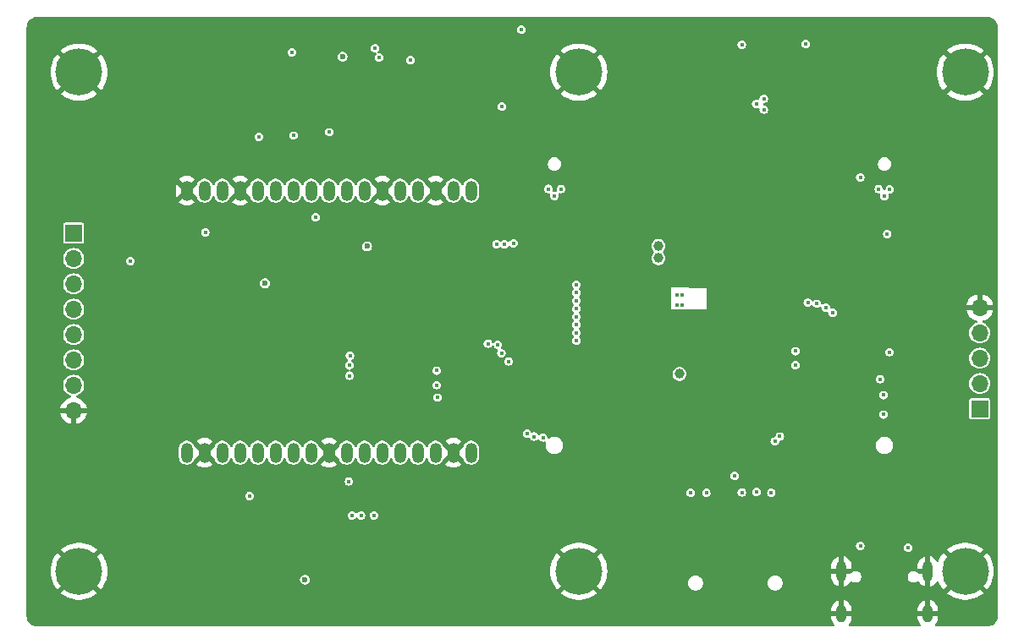
<source format=gbr>
%TF.GenerationSoftware,KiCad,Pcbnew,8.0.9*%
%TF.CreationDate,2025-03-06T21:03:41+08:00*%
%TF.ProjectId,CCD_Sensor_ZYNQ,4343445f-5365-46e7-936f-725f5a594e51,rev?*%
%TF.SameCoordinates,Original*%
%TF.FileFunction,Copper,L2,Inr*%
%TF.FilePolarity,Positive*%
%FSLAX46Y46*%
G04 Gerber Fmt 4.6, Leading zero omitted, Abs format (unit mm)*
G04 Created by KiCad (PCBNEW 8.0.9) date 2025-03-06 21:03:41*
%MOMM*%
%LPD*%
G01*
G04 APERTURE LIST*
%TA.AperFunction,ComponentPad*%
%ADD10C,4.700000*%
%TD*%
%TA.AperFunction,HeatsinkPad*%
%ADD11O,1.000000X2.100000*%
%TD*%
%TA.AperFunction,HeatsinkPad*%
%ADD12O,1.000000X1.800000*%
%TD*%
%TA.AperFunction,ComponentPad*%
%ADD13R,1.700000X1.700000*%
%TD*%
%TA.AperFunction,ComponentPad*%
%ADD14O,1.700000X1.700000*%
%TD*%
%TA.AperFunction,ComponentPad*%
%ADD15O,1.200000X2.000000*%
%TD*%
%TA.AperFunction,ViaPad*%
%ADD16C,1.000000*%
%TD*%
%TA.AperFunction,ViaPad*%
%ADD17C,0.450000*%
%TD*%
%TA.AperFunction,ViaPad*%
%ADD18C,0.600000*%
%TD*%
G04 APERTURE END LIST*
D10*
%TO.N,GND*%
%TO.C,H6*%
X266650000Y-119002146D03*
%TD*%
%TO.N,GND*%
%TO.C,H5*%
X266650000Y-69002146D03*
%TD*%
D11*
%TO.N,GND*%
%TO.C,J4*%
X254260000Y-119030000D03*
D12*
X254260000Y-123230000D03*
D11*
X262900000Y-119030000D03*
D12*
X262900000Y-123230000D03*
%TD*%
D10*
%TO.N,GND*%
%TO.C,H1*%
X227989523Y-69002146D03*
%TD*%
%TO.N,GND*%
%TO.C,H3*%
X227989523Y-119002146D03*
%TD*%
%TO.N,GND*%
%TO.C,H2*%
X177989523Y-69002146D03*
%TD*%
D13*
%TO.N,TMS*%
%TO.C,J5*%
X268100000Y-102730000D03*
D14*
%TO.N,TCK*%
X268100000Y-100190000D03*
%TO.N,TDO*%
X268100000Y-97650000D03*
%TO.N,TDI*%
X268100000Y-95110000D03*
%TO.N,GND*%
X268100000Y-92570000D03*
%TD*%
D13*
%TO.N,BLK*%
%TO.C,J3*%
X177450000Y-85127146D03*
D14*
%TO.N,CS*%
X177450000Y-87667146D03*
%TO.N,DC*%
X177450000Y-90207146D03*
%TO.N,RES*%
X177450000Y-92747146D03*
%TO.N,SDA*%
X177450000Y-95287146D03*
%TO.N,SCL*%
X177450000Y-97827146D03*
%TO.N,+3V3_D*%
X177450000Y-100367146D03*
%TO.N,GND*%
X177450000Y-102907146D03*
%TD*%
D10*
%TO.N,GND*%
%TO.C,H4*%
X177989523Y-119002146D03*
%TD*%
D15*
%TO.N,-8V*%
%TO.C,ICX1*%
X217213523Y-107127146D03*
%TO.N,GND*%
X215435523Y-107127146D03*
%TO.N,unconnected-(ICX1-NC-Pad3)*%
X213657523Y-107127146D03*
%TO.N,unconnected-(ICX1-NC-Pad4)*%
X211879523Y-107127146D03*
%TO.N,V4*%
X210101523Y-107127146D03*
%TO.N,unconnected-(ICX1-NC-Pad6)*%
X208323523Y-107127146D03*
%TO.N,V3*%
X206545523Y-107127146D03*
%TO.N,unconnected-(ICX1-NC-Pad8)*%
X204767523Y-107127146D03*
%TO.N,GND*%
X202989523Y-107127146D03*
%TO.N,V2*%
X201211523Y-107127146D03*
%TO.N,unconnected-(ICX1-NC-Pad11)*%
X199433523Y-107127146D03*
%TO.N,unconnected-(ICX1-NC-Pad12)*%
X197655523Y-107127146D03*
%TO.N,unconnected-(ICX1-NC-Pad13)*%
X195877523Y-107127146D03*
%TO.N,V1*%
X194099523Y-107127146D03*
%TO.N,unconnected-(ICX1-NC-Pad15)*%
X192321523Y-107127146D03*
%TO.N,GND*%
X190543523Y-107127146D03*
%TO.N,Net-(ICX1-VSUB)*%
X188765523Y-107127146D03*
%TO.N,GND*%
X188765523Y-80877146D03*
%TO.N,CCD_VOUT*%
X190543523Y-80877146D03*
%TO.N,Net-(ICX1-\u03C6RG)*%
X192321523Y-80877146D03*
%TO.N,GND*%
X194099523Y-80877146D03*
%TO.N,+15V_SW*%
X195877523Y-80877146D03*
%TO.N,LH*%
X197655523Y-80877146D03*
%TO.N,H2*%
X199433523Y-80877146D03*
%TO.N,H1*%
X201211523Y-80877146D03*
%TO.N,Net-(ICX1-CSUB)*%
X202989523Y-80877146D03*
%TO.N,H2*%
X204767523Y-80877146D03*
%TO.N,H1*%
X206545523Y-80877146D03*
%TO.N,GND*%
X208323523Y-80877146D03*
%TO.N,H2*%
X210101523Y-80877146D03*
%TO.N,H1*%
X211879523Y-80877146D03*
%TO.N,GND*%
X213657523Y-80877146D03*
%TO.N,H2*%
X215435523Y-80877146D03*
%TO.N,H1*%
X217213523Y-80877146D03*
%TD*%
D16*
%TO.N,-8V*%
X235958280Y-87635268D03*
X235958280Y-86435268D03*
D17*
X205000000Y-110000000D03*
D16*
%TO.N,+15V*%
X238058280Y-99235268D03*
D17*
X195050000Y-111450000D03*
D18*
X200600000Y-119850000D03*
D17*
%TO.N,VCC*%
X213850000Y-101600000D03*
X213800000Y-100350000D03*
X260960000Y-116650000D03*
X256150000Y-116460000D03*
X258550000Y-81450000D03*
X246500000Y-72750000D03*
X245737501Y-72175002D03*
X238358280Y-92335268D03*
X246500000Y-71650000D03*
X249650000Y-96950000D03*
X226200000Y-80700000D03*
X213800000Y-98900000D03*
X249650000Y-98350000D03*
X224950000Y-80700000D03*
X238358280Y-91285268D03*
X237808280Y-92335268D03*
X259100000Y-80750000D03*
X237808280Y-91285268D03*
X258000000Y-80700000D03*
X225550000Y-81400000D03*
%TO.N,+6V*%
X205053792Y-99415172D03*
D18*
X196600000Y-90150000D03*
X206800000Y-86450000D03*
D17*
X205039871Y-98350250D03*
X205100000Y-97400000D03*
%TO.N,Net-(ICX1-CSUB)*%
X201650000Y-83550000D03*
%TO.N,V3*%
X207500000Y-113400000D03*
%TO.N,V2*%
X205300000Y-113400000D03*
%TO.N,+15V_SW*%
X190625000Y-85062500D03*
X195975000Y-75475000D03*
X199275000Y-67000000D03*
%TO.N,V1*%
X206200000Y-113400000D03*
%TO.N,BIAS_CTL*%
X227750000Y-90300000D03*
X183150000Y-87912500D03*
%TO.N,GND*%
X239027902Y-78396122D03*
X243058280Y-96635268D03*
X206192212Y-101561182D03*
X256350000Y-96700000D03*
X252496200Y-119950000D03*
X239025001Y-77250001D03*
X244825000Y-103487500D03*
X242708154Y-112775584D03*
X243158280Y-91885268D03*
D18*
X196500000Y-92100000D03*
D17*
X211000000Y-69200000D03*
X243542446Y-91168030D03*
X199275000Y-65350000D03*
X239950000Y-70800000D03*
X200125000Y-69100000D03*
X261425000Y-122050000D03*
X213750000Y-95037500D03*
X236671400Y-119950000D03*
X254700000Y-89500000D03*
X243132563Y-92702908D03*
X242748844Y-91202914D03*
X223350000Y-82300000D03*
X249825000Y-103650000D03*
X248358280Y-92635268D03*
X262700000Y-89500000D03*
X206781250Y-110018750D03*
X194000000Y-100575000D03*
X264150000Y-84050000D03*
X193825000Y-119600000D03*
X236671400Y-110250000D03*
X260770000Y-96700000D03*
X202975000Y-69475000D03*
X256350000Y-109650000D03*
X264724269Y-102848057D03*
X236008280Y-83035268D03*
X221800000Y-103900000D03*
X239016274Y-76105433D03*
X244508280Y-86235268D03*
X205150000Y-101550000D03*
X207163170Y-101561182D03*
X189475000Y-70175000D03*
X215175000Y-72400000D03*
X225550000Y-89500000D03*
X229550000Y-103900000D03*
X220825000Y-73925000D03*
X187900000Y-92062500D03*
X206525000Y-66300000D03*
D18*
X203850000Y-121000000D03*
D17*
X190650000Y-111950000D03*
X201650000Y-85687500D03*
X227750000Y-96700000D03*
X207050000Y-73925000D03*
X246775000Y-97887500D03*
X233175000Y-96800000D03*
D18*
X206800000Y-88550000D03*
D17*
%TO.N,XSG1*%
X227750000Y-93500000D03*
X220995595Y-97976614D03*
%TO.N,XV1*%
X227750000Y-92700000D03*
X220250000Y-97150000D03*
%TO.N,XV2*%
X227750000Y-91900000D03*
X219900000Y-96300000D03*
%TO.N,XSHT*%
X227750000Y-91100000D03*
X218900000Y-96200000D03*
%TO.N,ADC_SPI_LOAD*%
X211150000Y-67800000D03*
X219750000Y-86250000D03*
%TO.N,ADC_SPI_DATA*%
X207600000Y-66600000D03*
X221450000Y-86150000D03*
%TO.N,XSG2*%
X227750000Y-95100000D03*
X223514628Y-105506528D03*
%TO.N,XV3*%
X227750000Y-95900000D03*
X224400000Y-105600000D03*
%TO.N,XV4*%
X222800000Y-105200000D03*
X227750000Y-94300000D03*
%TO.N,ADC_SPI_CLK*%
X208000000Y-67550000D03*
X220550000Y-86250000D03*
%TO.N,SDIO_D3*%
X245750000Y-111050000D03*
%TO.N,SDIO_D0*%
X240750000Y-111150000D03*
%TO.N,SDIO_D2*%
X247250000Y-111150000D03*
%TO.N,SDIO_D1*%
X239200000Y-111150000D03*
%TO.N,SDIO_CMD*%
X244300000Y-111100000D03*
%TO.N,+3V3_A*%
X222250000Y-64750000D03*
X203037500Y-75012500D03*
X199450000Y-75350000D03*
D18*
X204350000Y-67450000D03*
D17*
X220312500Y-72450000D03*
%TO.N,+3V3_D*%
X247600000Y-106000000D03*
X248100000Y-105500000D03*
X243600000Y-109450000D03*
%TO.N,DC*%
X252700000Y-92600000D03*
%TO.N,BLK*%
X250900000Y-92100000D03*
%TO.N,CS*%
X251800000Y-92200000D03*
%TO.N,RES*%
X253400000Y-93100000D03*
%TO.N,TMS*%
X258500000Y-103300000D03*
%TO.N,TDI*%
X258500000Y-101350000D03*
%TO.N,SW1*%
X250700000Y-66200000D03*
%TO.N,SW2*%
X256150000Y-79550000D03*
%TO.N,SW3*%
X258850000Y-85200000D03*
%TO.N,SW4*%
X259050000Y-97050000D03*
%TO.N,SW5*%
X258150000Y-99750000D03*
%TO.N,SW6*%
X244300000Y-66250000D03*
%TD*%
%TA.AperFunction,Conductor*%
%TO.N,GND*%
G36*
X268905394Y-63478117D02*
G01*
X269062749Y-63491885D01*
X269084032Y-63495637D01*
X269231365Y-63535116D01*
X269251667Y-63542505D01*
X269389910Y-63606971D01*
X269408619Y-63617773D01*
X269533563Y-63705262D01*
X269550120Y-63719156D01*
X269657963Y-63827002D01*
X269671857Y-63843560D01*
X269759341Y-63968505D01*
X269770148Y-63987225D01*
X269834601Y-64125452D01*
X269841994Y-64145764D01*
X269881468Y-64293099D01*
X269885220Y-64314382D01*
X269887989Y-64346040D01*
X269899028Y-64472261D01*
X269899499Y-64483066D01*
X269899498Y-64551646D01*
X269899500Y-64551675D01*
X269899500Y-123521713D01*
X269899028Y-123532524D01*
X269885255Y-123689895D01*
X269881501Y-123711179D01*
X269842022Y-123858511D01*
X269834630Y-123878821D01*
X269770164Y-124017067D01*
X269759357Y-124035785D01*
X269671869Y-124160732D01*
X269657976Y-124177289D01*
X269550117Y-124285151D01*
X269533562Y-124299043D01*
X269408613Y-124386540D01*
X269389894Y-124397348D01*
X269251656Y-124461815D01*
X269231348Y-124469208D01*
X269084010Y-124508696D01*
X269062725Y-124512450D01*
X268905987Y-124526173D01*
X268895172Y-124526646D01*
X263716931Y-124526646D01*
X263649892Y-124506961D01*
X263604137Y-124454157D01*
X263594193Y-124384999D01*
X263623218Y-124321443D01*
X263629250Y-124314965D01*
X263676748Y-124267466D01*
X263676751Y-124267462D01*
X263786185Y-124103684D01*
X263786192Y-124103671D01*
X263861569Y-123921693D01*
X263861572Y-123921681D01*
X263899999Y-123728495D01*
X263900000Y-123728492D01*
X263900000Y-123480000D01*
X263200000Y-123480000D01*
X263200000Y-122980000D01*
X263900000Y-122980000D01*
X263900000Y-122731508D01*
X263899999Y-122731504D01*
X263861572Y-122538318D01*
X263861569Y-122538306D01*
X263786192Y-122356328D01*
X263786185Y-122356315D01*
X263676751Y-122192537D01*
X263676748Y-122192533D01*
X263537466Y-122053251D01*
X263537462Y-122053248D01*
X263373684Y-121943814D01*
X263373671Y-121943807D01*
X263191691Y-121868429D01*
X263191683Y-121868427D01*
X263150000Y-121860135D01*
X263150000Y-122663011D01*
X263140060Y-122645795D01*
X263084205Y-122589940D01*
X263015796Y-122550444D01*
X262939496Y-122530000D01*
X262860504Y-122530000D01*
X262784204Y-122550444D01*
X262715795Y-122589940D01*
X262659940Y-122645795D01*
X262650000Y-122663011D01*
X262650000Y-121860136D01*
X262649999Y-121860135D01*
X262608316Y-121868427D01*
X262608308Y-121868429D01*
X262426328Y-121943807D01*
X262426315Y-121943814D01*
X262262537Y-122053248D01*
X262262533Y-122053251D01*
X262123251Y-122192533D01*
X262123248Y-122192537D01*
X262013814Y-122356315D01*
X262013807Y-122356328D01*
X261938430Y-122538306D01*
X261938427Y-122538318D01*
X261900000Y-122731504D01*
X261900000Y-122980000D01*
X262600000Y-122980000D01*
X262600000Y-123480000D01*
X261900000Y-123480000D01*
X261900000Y-123728495D01*
X261938427Y-123921681D01*
X261938430Y-123921693D01*
X262013807Y-124103671D01*
X262013814Y-124103684D01*
X262123248Y-124267462D01*
X262123251Y-124267466D01*
X262170750Y-124314965D01*
X262204235Y-124376288D01*
X262199251Y-124445980D01*
X262157379Y-124501913D01*
X262091915Y-124526330D01*
X262083069Y-124526646D01*
X255076931Y-124526646D01*
X255009892Y-124506961D01*
X254964137Y-124454157D01*
X254954193Y-124384999D01*
X254983218Y-124321443D01*
X254989250Y-124314965D01*
X255036748Y-124267466D01*
X255036751Y-124267462D01*
X255146185Y-124103684D01*
X255146192Y-124103671D01*
X255221569Y-123921693D01*
X255221572Y-123921681D01*
X255259999Y-123728495D01*
X255260000Y-123728492D01*
X255260000Y-123480000D01*
X254560000Y-123480000D01*
X254560000Y-122980000D01*
X255260000Y-122980000D01*
X255260000Y-122731508D01*
X255259999Y-122731504D01*
X255221572Y-122538318D01*
X255221569Y-122538306D01*
X255146192Y-122356328D01*
X255146185Y-122356315D01*
X255036751Y-122192537D01*
X255036748Y-122192533D01*
X254897466Y-122053251D01*
X254897462Y-122053248D01*
X254733684Y-121943814D01*
X254733671Y-121943807D01*
X254551691Y-121868429D01*
X254551683Y-121868427D01*
X254510000Y-121860135D01*
X254510000Y-122663011D01*
X254500060Y-122645795D01*
X254444205Y-122589940D01*
X254375796Y-122550444D01*
X254299496Y-122530000D01*
X254220504Y-122530000D01*
X254144204Y-122550444D01*
X254075795Y-122589940D01*
X254019940Y-122645795D01*
X254010000Y-122663011D01*
X254010000Y-121860136D01*
X254009999Y-121860135D01*
X253968316Y-121868427D01*
X253968308Y-121868429D01*
X253786328Y-121943807D01*
X253786315Y-121943814D01*
X253622537Y-122053248D01*
X253622533Y-122053251D01*
X253483251Y-122192533D01*
X253483248Y-122192537D01*
X253373814Y-122356315D01*
X253373807Y-122356328D01*
X253298430Y-122538306D01*
X253298427Y-122538318D01*
X253260000Y-122731504D01*
X253260000Y-122980000D01*
X253960000Y-122980000D01*
X253960000Y-123480000D01*
X253260000Y-123480000D01*
X253260000Y-123728495D01*
X253298427Y-123921681D01*
X253298430Y-123921693D01*
X253373807Y-124103671D01*
X253373814Y-124103684D01*
X253483248Y-124267462D01*
X253483251Y-124267466D01*
X253530750Y-124314965D01*
X253564235Y-124376288D01*
X253559251Y-124445980D01*
X253517379Y-124501913D01*
X253451915Y-124526330D01*
X253443069Y-124526646D01*
X173755412Y-124526646D01*
X173744605Y-124526174D01*
X173720718Y-124524084D01*
X173587241Y-124512406D01*
X173565956Y-124508653D01*
X173418623Y-124469176D01*
X173398312Y-124461784D01*
X173260065Y-124397320D01*
X173241346Y-124386512D01*
X173116398Y-124299024D01*
X173099842Y-124285132D01*
X172991987Y-124177282D01*
X172978092Y-124160724D01*
X172890599Y-124035775D01*
X172879792Y-124017057D01*
X172815327Y-123878819D01*
X172807934Y-123858509D01*
X172768452Y-123711175D01*
X172764698Y-123689889D01*
X172750972Y-123533049D01*
X172750500Y-123522238D01*
X172750500Y-119002142D01*
X175134693Y-119002142D01*
X175134693Y-119002149D01*
X175153996Y-119333572D01*
X175153997Y-119333583D01*
X175211641Y-119660497D01*
X175211644Y-119660511D01*
X175306859Y-119978554D01*
X175438350Y-120283382D01*
X175438356Y-120283395D01*
X175604347Y-120570902D01*
X175801881Y-120836234D01*
X176874252Y-119763863D01*
X176959801Y-119881612D01*
X177110057Y-120031868D01*
X177227804Y-120117416D01*
X176158812Y-121186407D01*
X176158813Y-121186408D01*
X176284733Y-121292068D01*
X176562111Y-121474502D01*
X176858775Y-121623493D01*
X176858781Y-121623496D01*
X177170736Y-121737038D01*
X177170757Y-121737045D01*
X177493771Y-121813602D01*
X177493786Y-121813604D01*
X177823535Y-121852145D01*
X177823536Y-121852146D01*
X178155510Y-121852146D01*
X178155510Y-121852145D01*
X178485259Y-121813604D01*
X178485274Y-121813602D01*
X178808288Y-121737045D01*
X178808309Y-121737038D01*
X179120264Y-121623496D01*
X179120270Y-121623493D01*
X179416934Y-121474502D01*
X179694306Y-121292072D01*
X179694308Y-121292071D01*
X179820231Y-121186408D01*
X179820232Y-121186407D01*
X178751241Y-120117416D01*
X178868989Y-120031868D01*
X179019245Y-119881612D01*
X179104793Y-119763864D01*
X180177163Y-120836234D01*
X180374698Y-120570902D01*
X180540689Y-120283395D01*
X180540695Y-120283382D01*
X180672186Y-119978554D01*
X180710672Y-119850000D01*
X200094353Y-119850000D01*
X200114834Y-119992456D01*
X200142799Y-120053690D01*
X200174623Y-120123373D01*
X200268872Y-120232143D01*
X200389947Y-120309953D01*
X200389950Y-120309954D01*
X200389949Y-120309954D01*
X200528036Y-120350499D01*
X200528038Y-120350500D01*
X200528039Y-120350500D01*
X200671962Y-120350500D01*
X200671962Y-120350499D01*
X200810053Y-120309953D01*
X200931128Y-120232143D01*
X201025377Y-120123373D01*
X201085165Y-119992457D01*
X201105647Y-119850000D01*
X201085165Y-119707543D01*
X201025377Y-119576627D01*
X200931128Y-119467857D01*
X200810053Y-119390047D01*
X200810051Y-119390046D01*
X200810049Y-119390045D01*
X200810050Y-119390045D01*
X200671963Y-119349500D01*
X200671961Y-119349500D01*
X200528039Y-119349500D01*
X200528036Y-119349500D01*
X200389949Y-119390045D01*
X200268873Y-119467856D01*
X200174623Y-119576626D01*
X200174622Y-119576628D01*
X200114834Y-119707543D01*
X200094353Y-119850000D01*
X180710672Y-119850000D01*
X180767401Y-119660511D01*
X180767404Y-119660497D01*
X180825048Y-119333583D01*
X180825049Y-119333572D01*
X180844353Y-119002149D01*
X180844353Y-119002142D01*
X225134693Y-119002142D01*
X225134693Y-119002149D01*
X225153996Y-119333572D01*
X225153997Y-119333583D01*
X225211641Y-119660497D01*
X225211644Y-119660511D01*
X225306859Y-119978554D01*
X225438350Y-120283382D01*
X225438356Y-120283395D01*
X225604347Y-120570902D01*
X225801881Y-120836234D01*
X226874252Y-119763863D01*
X226959801Y-119881612D01*
X227110057Y-120031868D01*
X227227804Y-120117416D01*
X226158812Y-121186407D01*
X226158813Y-121186408D01*
X226284733Y-121292068D01*
X226562111Y-121474502D01*
X226858775Y-121623493D01*
X226858781Y-121623496D01*
X227170736Y-121737038D01*
X227170757Y-121737045D01*
X227493771Y-121813602D01*
X227493786Y-121813604D01*
X227823535Y-121852145D01*
X227823536Y-121852146D01*
X228155510Y-121852146D01*
X228155510Y-121852145D01*
X228485259Y-121813604D01*
X228485274Y-121813602D01*
X228808288Y-121737045D01*
X228808309Y-121737038D01*
X229120264Y-121623496D01*
X229120270Y-121623493D01*
X229416934Y-121474502D01*
X229694306Y-121292072D01*
X229694308Y-121292071D01*
X229820231Y-121186408D01*
X229820232Y-121186407D01*
X228751241Y-120117416D01*
X228868989Y-120031868D01*
X229019245Y-119881612D01*
X229104793Y-119763864D01*
X230177163Y-120836234D01*
X230374698Y-120570902D01*
X230540689Y-120283395D01*
X230540695Y-120283382D01*
X230553145Y-120254520D01*
X238905700Y-120254520D01*
X238934541Y-120399506D01*
X238934544Y-120399516D01*
X238991113Y-120536087D01*
X238991120Y-120536100D01*
X239073249Y-120659014D01*
X239073252Y-120659018D01*
X239177781Y-120763547D01*
X239177785Y-120763550D01*
X239300699Y-120845679D01*
X239300712Y-120845686D01*
X239437283Y-120902255D01*
X239437288Y-120902257D01*
X239437292Y-120902257D01*
X239437293Y-120902258D01*
X239582279Y-120931099D01*
X239582282Y-120931099D01*
X239730120Y-120931099D01*
X239827661Y-120911695D01*
X239875112Y-120902257D01*
X240011694Y-120845683D01*
X240134615Y-120763550D01*
X240239150Y-120659015D01*
X240321283Y-120536094D01*
X240377857Y-120399512D01*
X240387607Y-120350499D01*
X240406699Y-120254520D01*
X246881300Y-120254520D01*
X246910141Y-120399506D01*
X246910144Y-120399516D01*
X246966713Y-120536087D01*
X246966720Y-120536100D01*
X247048849Y-120659014D01*
X247048852Y-120659018D01*
X247153381Y-120763547D01*
X247153385Y-120763550D01*
X247276299Y-120845679D01*
X247276312Y-120845686D01*
X247412883Y-120902255D01*
X247412888Y-120902257D01*
X247412892Y-120902257D01*
X247412893Y-120902258D01*
X247557879Y-120931099D01*
X247557882Y-120931099D01*
X247705720Y-120931099D01*
X247803261Y-120911695D01*
X247850712Y-120902257D01*
X247987294Y-120845683D01*
X248110215Y-120763550D01*
X248214750Y-120659015D01*
X248296883Y-120536094D01*
X248353457Y-120399512D01*
X248363207Y-120350499D01*
X248382299Y-120254520D01*
X248382299Y-120106679D01*
X248353458Y-119961693D01*
X248353457Y-119961692D01*
X248353457Y-119961688D01*
X248329299Y-119903365D01*
X248296886Y-119825112D01*
X248296879Y-119825099D01*
X248214750Y-119702185D01*
X248214747Y-119702181D01*
X248110218Y-119597652D01*
X248110214Y-119597649D01*
X247987300Y-119515520D01*
X247987287Y-119515513D01*
X247850716Y-119458944D01*
X247850706Y-119458941D01*
X247705720Y-119430101D01*
X247705718Y-119430101D01*
X247557882Y-119430101D01*
X247557880Y-119430101D01*
X247412893Y-119458941D01*
X247412883Y-119458944D01*
X247276312Y-119515513D01*
X247276299Y-119515520D01*
X247153385Y-119597649D01*
X247153381Y-119597652D01*
X247048852Y-119702181D01*
X247048849Y-119702185D01*
X246966720Y-119825099D01*
X246966713Y-119825112D01*
X246910144Y-119961683D01*
X246910141Y-119961693D01*
X246881301Y-120106679D01*
X246881301Y-120106682D01*
X246881301Y-120254518D01*
X246881301Y-120254520D01*
X246881300Y-120254520D01*
X240406699Y-120254520D01*
X240406699Y-120106679D01*
X240377858Y-119961693D01*
X240377857Y-119961692D01*
X240377857Y-119961688D01*
X240353699Y-119903365D01*
X240321286Y-119825112D01*
X240321279Y-119825099D01*
X240239150Y-119702185D01*
X240239147Y-119702181D01*
X240134618Y-119597652D01*
X240134614Y-119597649D01*
X240011700Y-119515520D01*
X240011687Y-119515513D01*
X239875116Y-119458944D01*
X239875106Y-119458941D01*
X239730120Y-119430101D01*
X239730118Y-119430101D01*
X239582282Y-119430101D01*
X239582280Y-119430101D01*
X239437293Y-119458941D01*
X239437283Y-119458944D01*
X239300712Y-119515513D01*
X239300699Y-119515520D01*
X239177785Y-119597649D01*
X239177781Y-119597652D01*
X239073252Y-119702181D01*
X239073249Y-119702185D01*
X238991120Y-119825099D01*
X238991113Y-119825112D01*
X238934544Y-119961683D01*
X238934541Y-119961693D01*
X238905701Y-120106679D01*
X238905701Y-120106682D01*
X238905701Y-120254518D01*
X238905701Y-120254520D01*
X238905700Y-120254520D01*
X230553145Y-120254520D01*
X230672186Y-119978554D01*
X230767401Y-119660511D01*
X230767404Y-119660497D01*
X230825048Y-119333583D01*
X230825049Y-119333572D01*
X230844353Y-119002149D01*
X230844353Y-119002142D01*
X230825049Y-118670719D01*
X230825048Y-118670708D01*
X230774053Y-118381504D01*
X253260000Y-118381504D01*
X253260000Y-118780000D01*
X253960000Y-118780000D01*
X253960000Y-119280000D01*
X253260000Y-119280000D01*
X253260000Y-119678495D01*
X253298427Y-119871681D01*
X253298430Y-119871693D01*
X253373807Y-120053671D01*
X253373814Y-120053684D01*
X253483248Y-120217462D01*
X253483251Y-120217466D01*
X253622533Y-120356748D01*
X253622537Y-120356751D01*
X253786315Y-120466185D01*
X253786328Y-120466192D01*
X253968308Y-120541569D01*
X254010000Y-120549862D01*
X254010000Y-119746988D01*
X254019940Y-119764205D01*
X254075795Y-119820060D01*
X254144204Y-119859556D01*
X254220504Y-119880000D01*
X254299496Y-119880000D01*
X254375796Y-119859556D01*
X254444205Y-119820060D01*
X254500060Y-119764205D01*
X254510000Y-119746988D01*
X254510000Y-120549862D01*
X254551690Y-120541569D01*
X254551692Y-120541569D01*
X254733671Y-120466192D01*
X254733684Y-120466185D01*
X254897462Y-120356751D01*
X254897466Y-120356748D01*
X255036748Y-120217466D01*
X255036751Y-120217462D01*
X255146181Y-120053690D01*
X255149037Y-120048346D01*
X255197993Y-119998495D01*
X255266128Y-119983025D01*
X255331811Y-120006847D01*
X255333895Y-120008412D01*
X255336632Y-120010512D01*
X255336635Y-120010515D01*
X255467865Y-120086281D01*
X255614234Y-120125500D01*
X255614236Y-120125500D01*
X255765764Y-120125500D01*
X255765766Y-120125500D01*
X255912135Y-120086281D01*
X256043365Y-120010515D01*
X256150515Y-119903365D01*
X256226281Y-119772135D01*
X256265500Y-119625766D01*
X256265500Y-119474234D01*
X260894500Y-119474234D01*
X260894500Y-119625765D01*
X260933719Y-119772136D01*
X260964298Y-119825099D01*
X261009485Y-119903365D01*
X261116635Y-120010515D01*
X261247865Y-120086281D01*
X261394234Y-120125500D01*
X261394236Y-120125500D01*
X261545764Y-120125500D01*
X261545766Y-120125500D01*
X261692135Y-120086281D01*
X261823365Y-120010515D01*
X261823373Y-120010506D01*
X261826105Y-120008412D01*
X261828834Y-120007356D01*
X261830403Y-120006451D01*
X261830544Y-120006695D01*
X261891274Y-119983215D01*
X261959719Y-119997251D01*
X262009710Y-120046064D01*
X262010955Y-120048335D01*
X262013812Y-120053680D01*
X262123248Y-120217462D01*
X262123251Y-120217466D01*
X262262533Y-120356748D01*
X262262537Y-120356751D01*
X262426315Y-120466185D01*
X262426328Y-120466192D01*
X262608308Y-120541569D01*
X262650000Y-120549862D01*
X262650000Y-119746988D01*
X262659940Y-119764205D01*
X262715795Y-119820060D01*
X262784204Y-119859556D01*
X262860504Y-119880000D01*
X262939496Y-119880000D01*
X263015796Y-119859556D01*
X263084205Y-119820060D01*
X263140060Y-119764205D01*
X263150000Y-119746988D01*
X263150000Y-120549862D01*
X263191690Y-120541569D01*
X263191692Y-120541569D01*
X263373671Y-120466192D01*
X263373684Y-120466185D01*
X263537462Y-120356751D01*
X263537466Y-120356748D01*
X263676748Y-120217466D01*
X263676751Y-120217462D01*
X263789302Y-120049019D01*
X263842914Y-120004214D01*
X263912239Y-119995507D01*
X263975266Y-120025661D01*
X264006263Y-120068796D01*
X264098827Y-120283382D01*
X264098833Y-120283395D01*
X264264824Y-120570902D01*
X264462358Y-120836234D01*
X265534729Y-119763863D01*
X265620278Y-119881612D01*
X265770534Y-120031868D01*
X265888281Y-120117416D01*
X264819289Y-121186407D01*
X264819290Y-121186408D01*
X264945210Y-121292068D01*
X265222588Y-121474502D01*
X265519252Y-121623493D01*
X265519258Y-121623496D01*
X265831213Y-121737038D01*
X265831234Y-121737045D01*
X266154248Y-121813602D01*
X266154263Y-121813604D01*
X266484012Y-121852145D01*
X266484013Y-121852146D01*
X266815987Y-121852146D01*
X266815987Y-121852145D01*
X267145736Y-121813604D01*
X267145751Y-121813602D01*
X267468765Y-121737045D01*
X267468786Y-121737038D01*
X267780741Y-121623496D01*
X267780747Y-121623493D01*
X268077411Y-121474502D01*
X268354783Y-121292072D01*
X268354785Y-121292071D01*
X268480708Y-121186408D01*
X268480709Y-121186407D01*
X267411718Y-120117416D01*
X267529466Y-120031868D01*
X267679722Y-119881612D01*
X267765270Y-119763864D01*
X268837640Y-120836234D01*
X269035175Y-120570902D01*
X269201166Y-120283395D01*
X269201172Y-120283382D01*
X269332663Y-119978554D01*
X269427878Y-119660511D01*
X269427881Y-119660497D01*
X269485525Y-119333583D01*
X269485526Y-119333572D01*
X269504830Y-119002149D01*
X269504830Y-119002142D01*
X269485526Y-118670719D01*
X269485525Y-118670708D01*
X269427881Y-118343794D01*
X269427878Y-118343780D01*
X269332663Y-118025737D01*
X269201172Y-117720909D01*
X269201166Y-117720896D01*
X269035175Y-117433389D01*
X268837640Y-117168056D01*
X267765270Y-118240427D01*
X267679722Y-118122680D01*
X267529466Y-117972424D01*
X267411716Y-117886874D01*
X268480709Y-116817883D01*
X268480708Y-116817882D01*
X268354789Y-116712223D01*
X268077411Y-116529789D01*
X267780747Y-116380798D01*
X267780741Y-116380795D01*
X267468786Y-116267253D01*
X267468765Y-116267246D01*
X267145751Y-116190689D01*
X267145736Y-116190687D01*
X266815987Y-116152146D01*
X266484013Y-116152146D01*
X266154263Y-116190687D01*
X266154248Y-116190689D01*
X265831234Y-116267246D01*
X265831213Y-116267253D01*
X265519258Y-116380795D01*
X265519252Y-116380798D01*
X265222588Y-116529789D01*
X264945215Y-116712220D01*
X264819290Y-116817882D01*
X264819289Y-116817883D01*
X265888281Y-117886875D01*
X265770534Y-117972424D01*
X265620278Y-118122680D01*
X265534729Y-118240427D01*
X264462358Y-117168056D01*
X264462357Y-117168056D01*
X264264827Y-117433385D01*
X264098833Y-117720896D01*
X264098827Y-117720909D01*
X263991660Y-117969348D01*
X263947032Y-118023108D01*
X263880424Y-118044206D01*
X263812983Y-118025944D01*
X263774699Y-117989125D01*
X263676751Y-117842537D01*
X263676748Y-117842533D01*
X263537466Y-117703251D01*
X263537462Y-117703248D01*
X263373684Y-117593814D01*
X263373671Y-117593807D01*
X263191691Y-117518429D01*
X263191683Y-117518427D01*
X263150000Y-117510135D01*
X263150000Y-118313011D01*
X263140060Y-118295795D01*
X263084205Y-118239940D01*
X263015796Y-118200444D01*
X262939496Y-118180000D01*
X262860504Y-118180000D01*
X262784204Y-118200444D01*
X262715795Y-118239940D01*
X262659940Y-118295795D01*
X262650000Y-118313011D01*
X262650000Y-117510136D01*
X262649999Y-117510135D01*
X262608316Y-117518427D01*
X262608308Y-117518429D01*
X262426328Y-117593807D01*
X262426315Y-117593814D01*
X262262537Y-117703248D01*
X262262533Y-117703251D01*
X262123251Y-117842533D01*
X262123248Y-117842537D01*
X262013814Y-118006315D01*
X262013807Y-118006328D01*
X261938430Y-118188306D01*
X261938427Y-118188318D01*
X261900000Y-118381504D01*
X261900000Y-118780000D01*
X262600000Y-118780000D01*
X262600000Y-119280000D01*
X262050237Y-119280000D01*
X261983198Y-119260315D01*
X261942850Y-119218000D01*
X261930515Y-119196635D01*
X261823365Y-119089485D01*
X261757750Y-119051602D01*
X261692136Y-119013719D01*
X261618950Y-118994109D01*
X261545766Y-118974500D01*
X261394234Y-118974500D01*
X261247863Y-119013719D01*
X261116635Y-119089485D01*
X261116632Y-119089487D01*
X261009487Y-119196632D01*
X261009485Y-119196635D01*
X260933719Y-119327863D01*
X260894500Y-119474234D01*
X256265500Y-119474234D01*
X256226281Y-119327865D01*
X256220742Y-119318272D01*
X256198646Y-119280000D01*
X256150515Y-119196635D01*
X256043365Y-119089485D01*
X255977750Y-119051602D01*
X255912136Y-119013719D01*
X255838950Y-118994109D01*
X255765766Y-118974500D01*
X255614234Y-118974500D01*
X255467863Y-119013719D01*
X255336635Y-119089485D01*
X255336632Y-119089487D01*
X255229487Y-119196632D01*
X255229483Y-119196638D01*
X255217150Y-119218000D01*
X255166583Y-119266216D01*
X255109763Y-119280000D01*
X254560000Y-119280000D01*
X254560000Y-118780000D01*
X255260000Y-118780000D01*
X255260000Y-118381508D01*
X255259999Y-118381504D01*
X255221572Y-118188318D01*
X255221569Y-118188306D01*
X255146192Y-118006328D01*
X255146185Y-118006315D01*
X255036751Y-117842537D01*
X255036748Y-117842533D01*
X254897466Y-117703251D01*
X254897462Y-117703248D01*
X254733684Y-117593814D01*
X254733671Y-117593807D01*
X254551691Y-117518429D01*
X254551683Y-117518427D01*
X254510000Y-117510135D01*
X254510000Y-118313011D01*
X254500060Y-118295795D01*
X254444205Y-118239940D01*
X254375796Y-118200444D01*
X254299496Y-118180000D01*
X254220504Y-118180000D01*
X254144204Y-118200444D01*
X254075795Y-118239940D01*
X254019940Y-118295795D01*
X254010000Y-118313011D01*
X254010000Y-117510136D01*
X254009999Y-117510135D01*
X253968316Y-117518427D01*
X253968308Y-117518429D01*
X253786328Y-117593807D01*
X253786315Y-117593814D01*
X253622537Y-117703248D01*
X253622533Y-117703251D01*
X253483251Y-117842533D01*
X253483248Y-117842537D01*
X253373814Y-118006315D01*
X253373807Y-118006328D01*
X253298430Y-118188306D01*
X253298427Y-118188318D01*
X253260000Y-118381504D01*
X230774053Y-118381504D01*
X230767404Y-118343794D01*
X230767401Y-118343780D01*
X230672186Y-118025737D01*
X230540695Y-117720909D01*
X230540689Y-117720896D01*
X230374698Y-117433389D01*
X230177163Y-117168056D01*
X229104793Y-118240427D01*
X229019245Y-118122680D01*
X228868989Y-117972424D01*
X228751239Y-117886874D01*
X229820232Y-116817883D01*
X229820231Y-116817882D01*
X229694312Y-116712223D01*
X229416934Y-116529789D01*
X229277967Y-116459997D01*
X255719196Y-116459997D01*
X255719196Y-116460002D01*
X255740279Y-116593121D01*
X255740280Y-116593124D01*
X255740281Y-116593126D01*
X255800964Y-116712223D01*
X255801473Y-116713221D01*
X255801476Y-116713225D01*
X255896774Y-116808523D01*
X255896778Y-116808526D01*
X255896780Y-116808528D01*
X256016874Y-116869719D01*
X256016876Y-116869719D01*
X256016878Y-116869720D01*
X256149998Y-116890804D01*
X256150000Y-116890804D01*
X256150002Y-116890804D01*
X256283121Y-116869720D01*
X256283121Y-116869719D01*
X256283126Y-116869719D01*
X256403220Y-116808528D01*
X256498528Y-116713220D01*
X256530742Y-116649997D01*
X260529196Y-116649997D01*
X260529196Y-116650002D01*
X260550279Y-116783121D01*
X260550280Y-116783124D01*
X260550281Y-116783126D01*
X260594403Y-116869720D01*
X260611473Y-116903221D01*
X260611476Y-116903225D01*
X260706774Y-116998523D01*
X260706778Y-116998526D01*
X260706780Y-116998528D01*
X260826874Y-117059719D01*
X260826876Y-117059719D01*
X260826878Y-117059720D01*
X260959998Y-117080804D01*
X260960000Y-117080804D01*
X260960002Y-117080804D01*
X261093121Y-117059720D01*
X261093121Y-117059719D01*
X261093126Y-117059719D01*
X261213220Y-116998528D01*
X261308528Y-116903220D01*
X261369719Y-116783126D01*
X261380949Y-116712223D01*
X261390804Y-116650002D01*
X261390804Y-116649997D01*
X261369720Y-116516878D01*
X261369719Y-116516876D01*
X261369719Y-116516874D01*
X261308528Y-116396780D01*
X261308526Y-116396778D01*
X261308523Y-116396774D01*
X261213225Y-116301476D01*
X261213221Y-116301473D01*
X261213220Y-116301472D01*
X261093126Y-116240281D01*
X261093124Y-116240280D01*
X261093121Y-116240279D01*
X260960002Y-116219196D01*
X260959998Y-116219196D01*
X260826878Y-116240279D01*
X260706778Y-116301473D01*
X260706774Y-116301476D01*
X260611476Y-116396774D01*
X260611473Y-116396778D01*
X260550279Y-116516878D01*
X260529196Y-116649997D01*
X256530742Y-116649997D01*
X256559719Y-116593126D01*
X256569751Y-116529789D01*
X256580804Y-116460002D01*
X256580804Y-116459997D01*
X256559720Y-116326878D01*
X256559719Y-116326876D01*
X256559719Y-116326874D01*
X256498528Y-116206780D01*
X256498526Y-116206778D01*
X256498523Y-116206774D01*
X256403225Y-116111476D01*
X256403221Y-116111473D01*
X256403220Y-116111472D01*
X256283126Y-116050281D01*
X256283124Y-116050280D01*
X256283121Y-116050279D01*
X256150002Y-116029196D01*
X256149998Y-116029196D01*
X256016878Y-116050279D01*
X255896778Y-116111473D01*
X255896774Y-116111476D01*
X255801476Y-116206774D01*
X255801473Y-116206778D01*
X255740279Y-116326878D01*
X255719196Y-116459997D01*
X229277967Y-116459997D01*
X229120270Y-116380798D01*
X229120264Y-116380795D01*
X228808309Y-116267253D01*
X228808288Y-116267246D01*
X228485274Y-116190689D01*
X228485259Y-116190687D01*
X228155510Y-116152146D01*
X227823536Y-116152146D01*
X227493786Y-116190687D01*
X227493771Y-116190689D01*
X227170757Y-116267246D01*
X227170736Y-116267253D01*
X226858781Y-116380795D01*
X226858775Y-116380798D01*
X226562111Y-116529789D01*
X226284738Y-116712220D01*
X226158813Y-116817882D01*
X226158812Y-116817883D01*
X227227804Y-117886875D01*
X227110057Y-117972424D01*
X226959801Y-118122680D01*
X226874252Y-118240427D01*
X225801881Y-117168056D01*
X225801880Y-117168056D01*
X225604350Y-117433385D01*
X225438356Y-117720896D01*
X225438350Y-117720909D01*
X225306859Y-118025737D01*
X225211644Y-118343780D01*
X225211641Y-118343794D01*
X225153997Y-118670708D01*
X225153996Y-118670719D01*
X225134693Y-119002142D01*
X180844353Y-119002142D01*
X180825049Y-118670719D01*
X180825048Y-118670708D01*
X180767404Y-118343794D01*
X180767401Y-118343780D01*
X180672186Y-118025737D01*
X180540695Y-117720909D01*
X180540689Y-117720896D01*
X180374698Y-117433389D01*
X180177163Y-117168056D01*
X179104793Y-118240427D01*
X179019245Y-118122680D01*
X178868989Y-117972424D01*
X178751239Y-117886874D01*
X179820232Y-116817883D01*
X179820231Y-116817882D01*
X179694312Y-116712223D01*
X179416934Y-116529789D01*
X179120270Y-116380798D01*
X179120264Y-116380795D01*
X178808309Y-116267253D01*
X178808288Y-116267246D01*
X178485274Y-116190689D01*
X178485259Y-116190687D01*
X178155510Y-116152146D01*
X177823536Y-116152146D01*
X177493786Y-116190687D01*
X177493771Y-116190689D01*
X177170757Y-116267246D01*
X177170736Y-116267253D01*
X176858781Y-116380795D01*
X176858775Y-116380798D01*
X176562111Y-116529789D01*
X176284738Y-116712220D01*
X176158813Y-116817882D01*
X176158812Y-116817883D01*
X177227804Y-117886875D01*
X177110057Y-117972424D01*
X176959801Y-118122680D01*
X176874252Y-118240427D01*
X175801881Y-117168056D01*
X175801880Y-117168056D01*
X175604350Y-117433385D01*
X175438356Y-117720896D01*
X175438350Y-117720909D01*
X175306859Y-118025737D01*
X175211644Y-118343780D01*
X175211641Y-118343794D01*
X175153997Y-118670708D01*
X175153996Y-118670719D01*
X175134693Y-119002142D01*
X172750500Y-119002142D01*
X172750500Y-113399997D01*
X204869196Y-113399997D01*
X204869196Y-113400002D01*
X204890279Y-113533121D01*
X204890280Y-113533124D01*
X204890281Y-113533126D01*
X204951472Y-113653220D01*
X204951473Y-113653221D01*
X204951476Y-113653225D01*
X205046774Y-113748523D01*
X205046778Y-113748526D01*
X205046780Y-113748528D01*
X205166874Y-113809719D01*
X205166876Y-113809719D01*
X205166878Y-113809720D01*
X205299998Y-113830804D01*
X205300000Y-113830804D01*
X205300002Y-113830804D01*
X205433121Y-113809720D01*
X205433121Y-113809719D01*
X205433126Y-113809719D01*
X205553220Y-113748528D01*
X205648528Y-113653220D01*
X205648531Y-113653213D01*
X205649679Y-113651635D01*
X205651579Y-113650169D01*
X205655429Y-113646320D01*
X205655926Y-113646817D01*
X205705008Y-113608968D01*
X205774621Y-113602986D01*
X205836417Y-113635589D01*
X205850321Y-113651635D01*
X205851476Y-113653225D01*
X205946774Y-113748523D01*
X205946778Y-113748526D01*
X205946780Y-113748528D01*
X206066874Y-113809719D01*
X206066876Y-113809719D01*
X206066878Y-113809720D01*
X206199998Y-113830804D01*
X206200000Y-113830804D01*
X206200002Y-113830804D01*
X206333121Y-113809720D01*
X206333121Y-113809719D01*
X206333126Y-113809719D01*
X206453220Y-113748528D01*
X206548528Y-113653220D01*
X206609719Y-113533126D01*
X206630804Y-113400000D01*
X206630804Y-113399997D01*
X207069196Y-113399997D01*
X207069196Y-113400002D01*
X207090279Y-113533121D01*
X207090280Y-113533124D01*
X207090281Y-113533126D01*
X207151472Y-113653220D01*
X207151473Y-113653221D01*
X207151476Y-113653225D01*
X207246774Y-113748523D01*
X207246778Y-113748526D01*
X207246780Y-113748528D01*
X207366874Y-113809719D01*
X207366876Y-113809719D01*
X207366878Y-113809720D01*
X207499998Y-113830804D01*
X207500000Y-113830804D01*
X207500002Y-113830804D01*
X207633121Y-113809720D01*
X207633121Y-113809719D01*
X207633126Y-113809719D01*
X207753220Y-113748528D01*
X207848528Y-113653220D01*
X207909719Y-113533126D01*
X207930804Y-113400000D01*
X207909719Y-113266874D01*
X207848528Y-113146780D01*
X207848526Y-113146778D01*
X207848523Y-113146774D01*
X207753225Y-113051476D01*
X207753221Y-113051473D01*
X207753220Y-113051472D01*
X207633126Y-112990281D01*
X207633124Y-112990280D01*
X207633121Y-112990279D01*
X207500002Y-112969196D01*
X207499998Y-112969196D01*
X207366878Y-112990279D01*
X207246778Y-113051473D01*
X207246774Y-113051476D01*
X207151476Y-113146774D01*
X207151473Y-113146778D01*
X207151472Y-113146780D01*
X207125878Y-113197012D01*
X207090279Y-113266878D01*
X207069196Y-113399997D01*
X206630804Y-113399997D01*
X206609719Y-113266874D01*
X206548528Y-113146780D01*
X206548526Y-113146778D01*
X206548523Y-113146774D01*
X206453225Y-113051476D01*
X206453221Y-113051473D01*
X206453220Y-113051472D01*
X206333126Y-112990281D01*
X206333124Y-112990280D01*
X206333121Y-112990279D01*
X206200002Y-112969196D01*
X206199998Y-112969196D01*
X206066878Y-112990279D01*
X205946778Y-113051473D01*
X205946774Y-113051476D01*
X205851472Y-113146778D01*
X205850317Y-113148369D01*
X205848416Y-113149834D01*
X205844571Y-113153680D01*
X205844073Y-113153182D01*
X205794987Y-113191034D01*
X205725373Y-113197012D01*
X205663579Y-113164405D01*
X205649683Y-113148369D01*
X205648527Y-113146778D01*
X205553225Y-113051476D01*
X205553221Y-113051473D01*
X205553220Y-113051472D01*
X205433126Y-112990281D01*
X205433124Y-112990280D01*
X205433121Y-112990279D01*
X205300002Y-112969196D01*
X205299998Y-112969196D01*
X205166878Y-112990279D01*
X205046778Y-113051473D01*
X205046774Y-113051476D01*
X204951476Y-113146774D01*
X204951473Y-113146778D01*
X204951472Y-113146780D01*
X204925878Y-113197012D01*
X204890279Y-113266878D01*
X204869196Y-113399997D01*
X172750500Y-113399997D01*
X172750500Y-111449997D01*
X194619196Y-111449997D01*
X194619196Y-111450002D01*
X194640279Y-111583121D01*
X194640280Y-111583124D01*
X194640281Y-111583126D01*
X194701472Y-111703220D01*
X194701473Y-111703221D01*
X194701476Y-111703225D01*
X194796774Y-111798523D01*
X194796778Y-111798526D01*
X194796780Y-111798528D01*
X194916874Y-111859719D01*
X194916876Y-111859719D01*
X194916878Y-111859720D01*
X195049998Y-111880804D01*
X195050000Y-111880804D01*
X195050002Y-111880804D01*
X195183121Y-111859720D01*
X195183121Y-111859719D01*
X195183126Y-111859719D01*
X195303220Y-111798528D01*
X195398528Y-111703220D01*
X195459719Y-111583126D01*
X195463426Y-111559720D01*
X195480804Y-111450002D01*
X195480804Y-111449997D01*
X195459720Y-111316878D01*
X195459719Y-111316876D01*
X195459719Y-111316874D01*
X195398528Y-111196780D01*
X195398526Y-111196778D01*
X195398523Y-111196774D01*
X195351746Y-111149997D01*
X238769196Y-111149997D01*
X238769196Y-111150002D01*
X238790279Y-111283121D01*
X238790280Y-111283124D01*
X238790281Y-111283126D01*
X238851472Y-111403220D01*
X238851473Y-111403221D01*
X238851476Y-111403225D01*
X238946774Y-111498523D01*
X238946778Y-111498526D01*
X238946780Y-111498528D01*
X239066874Y-111559719D01*
X239066876Y-111559719D01*
X239066878Y-111559720D01*
X239199998Y-111580804D01*
X239200000Y-111580804D01*
X239200002Y-111580804D01*
X239333121Y-111559720D01*
X239333121Y-111559719D01*
X239333126Y-111559719D01*
X239453220Y-111498528D01*
X239548528Y-111403220D01*
X239609719Y-111283126D01*
X239623396Y-111196774D01*
X239630804Y-111150002D01*
X239630804Y-111149997D01*
X240319196Y-111149997D01*
X240319196Y-111150002D01*
X240340279Y-111283121D01*
X240340280Y-111283124D01*
X240340281Y-111283126D01*
X240401472Y-111403220D01*
X240401473Y-111403221D01*
X240401476Y-111403225D01*
X240496774Y-111498523D01*
X240496778Y-111498526D01*
X240496780Y-111498528D01*
X240616874Y-111559719D01*
X240616876Y-111559719D01*
X240616878Y-111559720D01*
X240749998Y-111580804D01*
X240750000Y-111580804D01*
X240750002Y-111580804D01*
X240883121Y-111559720D01*
X240883121Y-111559719D01*
X240883126Y-111559719D01*
X241003220Y-111498528D01*
X241098528Y-111403220D01*
X241159719Y-111283126D01*
X241173396Y-111196774D01*
X241180804Y-111150002D01*
X241180804Y-111149997D01*
X241172885Y-111099997D01*
X243869196Y-111099997D01*
X243869196Y-111100002D01*
X243890279Y-111233121D01*
X243890280Y-111233124D01*
X243890281Y-111233126D01*
X243932953Y-111316874D01*
X243951473Y-111353221D01*
X243951476Y-111353225D01*
X244046774Y-111448523D01*
X244046778Y-111448526D01*
X244046780Y-111448528D01*
X244166874Y-111509719D01*
X244166876Y-111509719D01*
X244166878Y-111509720D01*
X244299998Y-111530804D01*
X244300000Y-111530804D01*
X244300002Y-111530804D01*
X244433121Y-111509720D01*
X244433121Y-111509719D01*
X244433126Y-111509719D01*
X244553220Y-111448528D01*
X244648528Y-111353220D01*
X244709719Y-111233126D01*
X244717639Y-111183121D01*
X244730804Y-111100002D01*
X244730804Y-111099997D01*
X244722885Y-111049997D01*
X245319196Y-111049997D01*
X245319196Y-111050002D01*
X245340279Y-111183121D01*
X245340280Y-111183124D01*
X245340281Y-111183126D01*
X245391234Y-111283126D01*
X245401473Y-111303221D01*
X245401476Y-111303225D01*
X245496774Y-111398523D01*
X245496778Y-111398526D01*
X245496780Y-111398528D01*
X245616874Y-111459719D01*
X245616876Y-111459719D01*
X245616878Y-111459720D01*
X245749998Y-111480804D01*
X245750000Y-111480804D01*
X245750002Y-111480804D01*
X245883121Y-111459720D01*
X245883121Y-111459719D01*
X245883126Y-111459719D01*
X246003220Y-111398528D01*
X246098528Y-111303220D01*
X246159719Y-111183126D01*
X246159720Y-111183121D01*
X246164966Y-111149997D01*
X246819196Y-111149997D01*
X246819196Y-111150002D01*
X246840279Y-111283121D01*
X246840280Y-111283124D01*
X246840281Y-111283126D01*
X246901472Y-111403220D01*
X246901473Y-111403221D01*
X246901476Y-111403225D01*
X246996774Y-111498523D01*
X246996778Y-111498526D01*
X246996780Y-111498528D01*
X247116874Y-111559719D01*
X247116876Y-111559719D01*
X247116878Y-111559720D01*
X247249998Y-111580804D01*
X247250000Y-111580804D01*
X247250002Y-111580804D01*
X247383121Y-111559720D01*
X247383121Y-111559719D01*
X247383126Y-111559719D01*
X247503220Y-111498528D01*
X247598528Y-111403220D01*
X247659719Y-111283126D01*
X247673396Y-111196774D01*
X247680804Y-111150002D01*
X247680804Y-111149997D01*
X247659720Y-111016878D01*
X247659719Y-111016876D01*
X247659719Y-111016874D01*
X247598528Y-110896780D01*
X247598526Y-110896778D01*
X247598523Y-110896774D01*
X247503225Y-110801476D01*
X247503221Y-110801473D01*
X247503220Y-110801472D01*
X247383126Y-110740281D01*
X247383124Y-110740280D01*
X247383121Y-110740279D01*
X247250002Y-110719196D01*
X247249998Y-110719196D01*
X247116878Y-110740279D01*
X247116874Y-110740280D01*
X247116874Y-110740281D01*
X247094903Y-110751476D01*
X246996778Y-110801473D01*
X246996774Y-110801476D01*
X246901476Y-110896774D01*
X246901473Y-110896778D01*
X246840279Y-111016878D01*
X246819196Y-111149997D01*
X246164966Y-111149997D01*
X246180804Y-111050002D01*
X246180804Y-111049997D01*
X246159720Y-110916878D01*
X246159719Y-110916876D01*
X246159719Y-110916874D01*
X246098528Y-110796780D01*
X246098526Y-110796778D01*
X246098523Y-110796774D01*
X246003225Y-110701476D01*
X246003221Y-110701473D01*
X246003220Y-110701472D01*
X245883126Y-110640281D01*
X245883124Y-110640280D01*
X245883121Y-110640279D01*
X245750002Y-110619196D01*
X245749998Y-110619196D01*
X245616878Y-110640279D01*
X245496778Y-110701473D01*
X245496774Y-110701476D01*
X245401476Y-110796774D01*
X245401473Y-110796778D01*
X245340279Y-110916878D01*
X245319196Y-111049997D01*
X244722885Y-111049997D01*
X244709720Y-110966878D01*
X244709719Y-110966876D01*
X244709719Y-110966874D01*
X244648528Y-110846780D01*
X244648526Y-110846778D01*
X244648523Y-110846774D01*
X244553225Y-110751476D01*
X244553221Y-110751473D01*
X244553220Y-110751472D01*
X244433126Y-110690281D01*
X244433124Y-110690280D01*
X244433121Y-110690279D01*
X244300002Y-110669196D01*
X244299998Y-110669196D01*
X244166878Y-110690279D01*
X244166874Y-110690280D01*
X244166874Y-110690281D01*
X244144903Y-110701476D01*
X244046778Y-110751473D01*
X244046774Y-110751476D01*
X243951476Y-110846774D01*
X243951473Y-110846778D01*
X243890279Y-110966878D01*
X243869196Y-111099997D01*
X241172885Y-111099997D01*
X241159720Y-111016878D01*
X241159719Y-111016876D01*
X241159719Y-111016874D01*
X241098528Y-110896780D01*
X241098526Y-110896778D01*
X241098523Y-110896774D01*
X241003225Y-110801476D01*
X241003221Y-110801473D01*
X241003220Y-110801472D01*
X240883126Y-110740281D01*
X240883124Y-110740280D01*
X240883121Y-110740279D01*
X240750002Y-110719196D01*
X240749998Y-110719196D01*
X240616878Y-110740279D01*
X240616874Y-110740280D01*
X240616874Y-110740281D01*
X240594903Y-110751476D01*
X240496778Y-110801473D01*
X240496774Y-110801476D01*
X240401476Y-110896774D01*
X240401473Y-110896778D01*
X240340279Y-111016878D01*
X240319196Y-111149997D01*
X239630804Y-111149997D01*
X239609720Y-111016878D01*
X239609719Y-111016876D01*
X239609719Y-111016874D01*
X239548528Y-110896780D01*
X239548526Y-110896778D01*
X239548523Y-110896774D01*
X239453225Y-110801476D01*
X239453221Y-110801473D01*
X239453220Y-110801472D01*
X239333126Y-110740281D01*
X239333124Y-110740280D01*
X239333121Y-110740279D01*
X239200002Y-110719196D01*
X239199998Y-110719196D01*
X239066878Y-110740279D01*
X239066874Y-110740280D01*
X239066874Y-110740281D01*
X239044903Y-110751476D01*
X238946778Y-110801473D01*
X238946774Y-110801476D01*
X238851476Y-110896774D01*
X238851473Y-110896778D01*
X238790279Y-111016878D01*
X238769196Y-111149997D01*
X195351746Y-111149997D01*
X195303225Y-111101476D01*
X195303221Y-111101473D01*
X195303220Y-111101472D01*
X195183126Y-111040281D01*
X195183124Y-111040280D01*
X195183121Y-111040279D01*
X195050002Y-111019196D01*
X195049998Y-111019196D01*
X194916878Y-111040279D01*
X194916874Y-111040280D01*
X194916874Y-111040281D01*
X194836811Y-111081075D01*
X194796778Y-111101473D01*
X194796774Y-111101476D01*
X194701476Y-111196774D01*
X194701473Y-111196778D01*
X194701472Y-111196780D01*
X194657477Y-111283126D01*
X194640279Y-111316878D01*
X194619196Y-111449997D01*
X172750500Y-111449997D01*
X172750500Y-109999997D01*
X204569196Y-109999997D01*
X204569196Y-110000002D01*
X204590279Y-110133121D01*
X204590280Y-110133124D01*
X204590281Y-110133126D01*
X204651472Y-110253220D01*
X204651473Y-110253221D01*
X204651476Y-110253225D01*
X204746774Y-110348523D01*
X204746778Y-110348526D01*
X204746780Y-110348528D01*
X204866874Y-110409719D01*
X204866876Y-110409719D01*
X204866878Y-110409720D01*
X204999998Y-110430804D01*
X205000000Y-110430804D01*
X205000002Y-110430804D01*
X205133121Y-110409720D01*
X205133121Y-110409719D01*
X205133126Y-110409719D01*
X205253220Y-110348528D01*
X205348528Y-110253220D01*
X205409719Y-110133126D01*
X205430804Y-110000000D01*
X205411925Y-109880804D01*
X205409720Y-109866878D01*
X205409719Y-109866876D01*
X205409719Y-109866874D01*
X205348528Y-109746780D01*
X205348526Y-109746778D01*
X205348523Y-109746774D01*
X205253225Y-109651476D01*
X205253221Y-109651473D01*
X205253220Y-109651472D01*
X205133126Y-109590281D01*
X205133124Y-109590280D01*
X205133121Y-109590279D01*
X205000002Y-109569196D01*
X204999998Y-109569196D01*
X204866878Y-109590279D01*
X204746778Y-109651473D01*
X204746774Y-109651476D01*
X204651476Y-109746774D01*
X204651473Y-109746778D01*
X204590279Y-109866878D01*
X204569196Y-109999997D01*
X172750500Y-109999997D01*
X172750500Y-109449997D01*
X243169196Y-109449997D01*
X243169196Y-109450002D01*
X243190279Y-109583121D01*
X243190280Y-109583124D01*
X243190281Y-109583126D01*
X243251472Y-109703220D01*
X243251473Y-109703221D01*
X243251476Y-109703225D01*
X243346774Y-109798523D01*
X243346778Y-109798526D01*
X243346780Y-109798528D01*
X243466874Y-109859719D01*
X243466876Y-109859719D01*
X243466878Y-109859720D01*
X243599998Y-109880804D01*
X243600000Y-109880804D01*
X243600002Y-109880804D01*
X243733121Y-109859720D01*
X243733121Y-109859719D01*
X243733126Y-109859719D01*
X243853220Y-109798528D01*
X243948528Y-109703220D01*
X244009719Y-109583126D01*
X244009720Y-109583121D01*
X244030804Y-109450002D01*
X244030804Y-109449997D01*
X244009720Y-109316878D01*
X244009719Y-109316876D01*
X244009719Y-109316874D01*
X243948528Y-109196780D01*
X243948526Y-109196778D01*
X243948523Y-109196774D01*
X243853225Y-109101476D01*
X243853221Y-109101473D01*
X243853220Y-109101472D01*
X243733126Y-109040281D01*
X243733124Y-109040280D01*
X243733121Y-109040279D01*
X243600002Y-109019196D01*
X243599998Y-109019196D01*
X243466878Y-109040279D01*
X243346778Y-109101473D01*
X243346774Y-109101476D01*
X243251476Y-109196774D01*
X243251473Y-109196778D01*
X243190279Y-109316878D01*
X243169196Y-109449997D01*
X172750500Y-109449997D01*
X172750500Y-106648299D01*
X187965023Y-106648299D01*
X187965023Y-107605992D01*
X187995784Y-107760635D01*
X187995787Y-107760647D01*
X188056125Y-107906318D01*
X188056132Y-107906331D01*
X188143733Y-108037434D01*
X188143736Y-108037438D01*
X188255230Y-108148932D01*
X188255234Y-108148935D01*
X188386337Y-108236536D01*
X188386350Y-108236543D01*
X188532021Y-108296881D01*
X188532026Y-108296883D01*
X188686676Y-108327645D01*
X188686679Y-108327646D01*
X188686681Y-108327646D01*
X188844367Y-108327646D01*
X188844368Y-108327645D01*
X188999020Y-108296883D01*
X189144702Y-108236540D01*
X189275812Y-108148935D01*
X189387312Y-108037435D01*
X189474917Y-107906325D01*
X189510823Y-107819638D01*
X189537700Y-107779415D01*
X190101385Y-107215731D01*
X190124190Y-107300840D01*
X190183433Y-107403452D01*
X190267217Y-107487236D01*
X190369829Y-107546479D01*
X190454936Y-107569283D01*
X189742481Y-108281739D01*
X189826920Y-108366178D01*
X189966998Y-108467950D01*
X190121265Y-108546554D01*
X190285938Y-108600060D01*
X190456952Y-108627146D01*
X190630094Y-108627146D01*
X190801107Y-108600060D01*
X190965780Y-108546554D01*
X191120047Y-108467950D01*
X191260124Y-108366179D01*
X191344564Y-108281738D01*
X191344564Y-108281737D01*
X190632110Y-107569283D01*
X190717217Y-107546479D01*
X190819829Y-107487236D01*
X190903613Y-107403452D01*
X190962856Y-107300840D01*
X190985661Y-107215731D01*
X191549343Y-107779414D01*
X191576223Y-107819642D01*
X191612127Y-107906321D01*
X191612132Y-107906331D01*
X191699733Y-108037434D01*
X191699736Y-108037438D01*
X191811230Y-108148932D01*
X191811234Y-108148935D01*
X191942337Y-108236536D01*
X191942350Y-108236543D01*
X192088021Y-108296881D01*
X192088026Y-108296883D01*
X192242676Y-108327645D01*
X192242679Y-108327646D01*
X192242681Y-108327646D01*
X192400367Y-108327646D01*
X192400368Y-108327645D01*
X192555020Y-108296883D01*
X192700702Y-108236540D01*
X192831812Y-108148935D01*
X192943312Y-108037435D01*
X193030917Y-107906325D01*
X193091260Y-107760643D01*
X193091262Y-107760635D01*
X193091863Y-107758656D01*
X193092461Y-107757742D01*
X193093591Y-107755016D01*
X193094108Y-107755230D01*
X193130160Y-107700218D01*
X193193973Y-107671761D01*
X193263040Y-107682322D01*
X193315433Y-107728547D01*
X193329183Y-107758656D01*
X193329785Y-107760643D01*
X193390125Y-107906318D01*
X193390132Y-107906331D01*
X193477733Y-108037434D01*
X193477736Y-108037438D01*
X193589230Y-108148932D01*
X193589234Y-108148935D01*
X193720337Y-108236536D01*
X193720350Y-108236543D01*
X193866021Y-108296881D01*
X193866026Y-108296883D01*
X194020676Y-108327645D01*
X194020679Y-108327646D01*
X194020681Y-108327646D01*
X194178367Y-108327646D01*
X194178368Y-108327645D01*
X194333020Y-108296883D01*
X194478702Y-108236540D01*
X194609812Y-108148935D01*
X194721312Y-108037435D01*
X194808917Y-107906325D01*
X194869260Y-107760643D01*
X194869262Y-107760635D01*
X194869863Y-107758656D01*
X194870461Y-107757742D01*
X194871591Y-107755016D01*
X194872108Y-107755230D01*
X194908160Y-107700218D01*
X194971973Y-107671761D01*
X195041040Y-107682322D01*
X195093433Y-107728547D01*
X195107183Y-107758656D01*
X195107785Y-107760643D01*
X195168125Y-107906318D01*
X195168132Y-107906331D01*
X195255733Y-108037434D01*
X195255736Y-108037438D01*
X195367230Y-108148932D01*
X195367234Y-108148935D01*
X195498337Y-108236536D01*
X195498350Y-108236543D01*
X195644021Y-108296881D01*
X195644026Y-108296883D01*
X195798676Y-108327645D01*
X195798679Y-108327646D01*
X195798681Y-108327646D01*
X195956367Y-108327646D01*
X195956368Y-108327645D01*
X196111020Y-108296883D01*
X196256702Y-108236540D01*
X196387812Y-108148935D01*
X196499312Y-108037435D01*
X196586917Y-107906325D01*
X196647260Y-107760643D01*
X196647262Y-107760635D01*
X196647863Y-107758656D01*
X196648461Y-107757742D01*
X196649591Y-107755016D01*
X196650108Y-107755230D01*
X196686160Y-107700218D01*
X196749973Y-107671761D01*
X196819040Y-107682322D01*
X196871433Y-107728547D01*
X196885183Y-107758656D01*
X196885785Y-107760643D01*
X196946125Y-107906318D01*
X196946132Y-107906331D01*
X197033733Y-108037434D01*
X197033736Y-108037438D01*
X197145230Y-108148932D01*
X197145234Y-108148935D01*
X197276337Y-108236536D01*
X197276350Y-108236543D01*
X197422021Y-108296881D01*
X197422026Y-108296883D01*
X197576676Y-108327645D01*
X197576679Y-108327646D01*
X197576681Y-108327646D01*
X197734367Y-108327646D01*
X197734368Y-108327645D01*
X197889020Y-108296883D01*
X198034702Y-108236540D01*
X198165812Y-108148935D01*
X198277312Y-108037435D01*
X198364917Y-107906325D01*
X198425260Y-107760643D01*
X198425262Y-107760635D01*
X198425863Y-107758656D01*
X198426461Y-107757742D01*
X198427591Y-107755016D01*
X198428108Y-107755230D01*
X198464160Y-107700218D01*
X198527973Y-107671761D01*
X198597040Y-107682322D01*
X198649433Y-107728547D01*
X198663183Y-107758656D01*
X198663785Y-107760643D01*
X198724125Y-107906318D01*
X198724132Y-107906331D01*
X198811733Y-108037434D01*
X198811736Y-108037438D01*
X198923230Y-108148932D01*
X198923234Y-108148935D01*
X199054337Y-108236536D01*
X199054350Y-108236543D01*
X199200021Y-108296881D01*
X199200026Y-108296883D01*
X199354676Y-108327645D01*
X199354679Y-108327646D01*
X199354681Y-108327646D01*
X199512367Y-108327646D01*
X199512368Y-108327645D01*
X199667020Y-108296883D01*
X199812702Y-108236540D01*
X199943812Y-108148935D01*
X200055312Y-108037435D01*
X200142917Y-107906325D01*
X200203260Y-107760643D01*
X200203262Y-107760635D01*
X200203863Y-107758656D01*
X200204461Y-107757742D01*
X200205591Y-107755016D01*
X200206108Y-107755230D01*
X200242160Y-107700218D01*
X200305973Y-107671761D01*
X200375040Y-107682322D01*
X200427433Y-107728547D01*
X200441183Y-107758656D01*
X200441785Y-107760643D01*
X200502125Y-107906318D01*
X200502132Y-107906331D01*
X200589733Y-108037434D01*
X200589736Y-108037438D01*
X200701230Y-108148932D01*
X200701234Y-108148935D01*
X200832337Y-108236536D01*
X200832350Y-108236543D01*
X200978021Y-108296881D01*
X200978026Y-108296883D01*
X201132676Y-108327645D01*
X201132679Y-108327646D01*
X201132681Y-108327646D01*
X201290367Y-108327646D01*
X201290368Y-108327645D01*
X201445020Y-108296883D01*
X201590702Y-108236540D01*
X201721812Y-108148935D01*
X201833312Y-108037435D01*
X201920917Y-107906325D01*
X201956823Y-107819638D01*
X201983700Y-107779415D01*
X202547385Y-107215731D01*
X202570190Y-107300840D01*
X202629433Y-107403452D01*
X202713217Y-107487236D01*
X202815829Y-107546479D01*
X202900936Y-107569283D01*
X202188481Y-108281739D01*
X202272920Y-108366178D01*
X202412998Y-108467950D01*
X202567265Y-108546554D01*
X202731938Y-108600060D01*
X202902952Y-108627146D01*
X203076094Y-108627146D01*
X203247107Y-108600060D01*
X203411780Y-108546554D01*
X203566047Y-108467950D01*
X203706124Y-108366179D01*
X203790564Y-108281738D01*
X203790564Y-108281737D01*
X203078110Y-107569283D01*
X203163217Y-107546479D01*
X203265829Y-107487236D01*
X203349613Y-107403452D01*
X203408856Y-107300840D01*
X203431661Y-107215731D01*
X203995343Y-107779414D01*
X204022223Y-107819642D01*
X204058127Y-107906321D01*
X204058132Y-107906331D01*
X204145733Y-108037434D01*
X204145736Y-108037438D01*
X204257230Y-108148932D01*
X204257234Y-108148935D01*
X204388337Y-108236536D01*
X204388350Y-108236543D01*
X204534021Y-108296881D01*
X204534026Y-108296883D01*
X204688676Y-108327645D01*
X204688679Y-108327646D01*
X204688681Y-108327646D01*
X204846367Y-108327646D01*
X204846368Y-108327645D01*
X205001020Y-108296883D01*
X205146702Y-108236540D01*
X205277812Y-108148935D01*
X205389312Y-108037435D01*
X205476917Y-107906325D01*
X205537260Y-107760643D01*
X205537262Y-107760635D01*
X205537863Y-107758656D01*
X205538461Y-107757742D01*
X205539591Y-107755016D01*
X205540108Y-107755230D01*
X205576160Y-107700218D01*
X205639973Y-107671761D01*
X205709040Y-107682322D01*
X205761433Y-107728547D01*
X205775183Y-107758656D01*
X205775785Y-107760643D01*
X205836125Y-107906318D01*
X205836132Y-107906331D01*
X205923733Y-108037434D01*
X205923736Y-108037438D01*
X206035230Y-108148932D01*
X206035234Y-108148935D01*
X206166337Y-108236536D01*
X206166350Y-108236543D01*
X206312021Y-108296881D01*
X206312026Y-108296883D01*
X206466676Y-108327645D01*
X206466679Y-108327646D01*
X206466681Y-108327646D01*
X206624367Y-108327646D01*
X206624368Y-108327645D01*
X206779020Y-108296883D01*
X206924702Y-108236540D01*
X207055812Y-108148935D01*
X207167312Y-108037435D01*
X207254917Y-107906325D01*
X207315260Y-107760643D01*
X207315262Y-107760635D01*
X207315863Y-107758656D01*
X207316461Y-107757742D01*
X207317591Y-107755016D01*
X207318108Y-107755230D01*
X207354160Y-107700218D01*
X207417973Y-107671761D01*
X207487040Y-107682322D01*
X207539433Y-107728547D01*
X207553183Y-107758656D01*
X207553785Y-107760643D01*
X207614125Y-107906318D01*
X207614132Y-107906331D01*
X207701733Y-108037434D01*
X207701736Y-108037438D01*
X207813230Y-108148932D01*
X207813234Y-108148935D01*
X207944337Y-108236536D01*
X207944350Y-108236543D01*
X208090021Y-108296881D01*
X208090026Y-108296883D01*
X208244676Y-108327645D01*
X208244679Y-108327646D01*
X208244681Y-108327646D01*
X208402367Y-108327646D01*
X208402368Y-108327645D01*
X208557020Y-108296883D01*
X208702702Y-108236540D01*
X208833812Y-108148935D01*
X208945312Y-108037435D01*
X209032917Y-107906325D01*
X209093260Y-107760643D01*
X209093262Y-107760635D01*
X209093863Y-107758656D01*
X209094461Y-107757742D01*
X209095591Y-107755016D01*
X209096108Y-107755230D01*
X209132160Y-107700218D01*
X209195973Y-107671761D01*
X209265040Y-107682322D01*
X209317433Y-107728547D01*
X209331183Y-107758656D01*
X209331785Y-107760643D01*
X209392125Y-107906318D01*
X209392132Y-107906331D01*
X209479733Y-108037434D01*
X209479736Y-108037438D01*
X209591230Y-108148932D01*
X209591234Y-108148935D01*
X209722337Y-108236536D01*
X209722350Y-108236543D01*
X209868021Y-108296881D01*
X209868026Y-108296883D01*
X210022676Y-108327645D01*
X210022679Y-108327646D01*
X210022681Y-108327646D01*
X210180367Y-108327646D01*
X210180368Y-108327645D01*
X210335020Y-108296883D01*
X210480702Y-108236540D01*
X210611812Y-108148935D01*
X210723312Y-108037435D01*
X210810917Y-107906325D01*
X210871260Y-107760643D01*
X210871262Y-107760635D01*
X210871863Y-107758656D01*
X210872461Y-107757742D01*
X210873591Y-107755016D01*
X210874108Y-107755230D01*
X210910160Y-107700218D01*
X210973973Y-107671761D01*
X211043040Y-107682322D01*
X211095433Y-107728547D01*
X211109183Y-107758656D01*
X211109785Y-107760643D01*
X211170125Y-107906318D01*
X211170132Y-107906331D01*
X211257733Y-108037434D01*
X211257736Y-108037438D01*
X211369230Y-108148932D01*
X211369234Y-108148935D01*
X211500337Y-108236536D01*
X211500350Y-108236543D01*
X211646021Y-108296881D01*
X211646026Y-108296883D01*
X211800676Y-108327645D01*
X211800679Y-108327646D01*
X211800681Y-108327646D01*
X211958367Y-108327646D01*
X211958368Y-108327645D01*
X212113020Y-108296883D01*
X212258702Y-108236540D01*
X212389812Y-108148935D01*
X212501312Y-108037435D01*
X212588917Y-107906325D01*
X212649260Y-107760643D01*
X212649262Y-107760635D01*
X212649863Y-107758656D01*
X212650461Y-107757742D01*
X212651591Y-107755016D01*
X212652108Y-107755230D01*
X212688160Y-107700218D01*
X212751973Y-107671761D01*
X212821040Y-107682322D01*
X212873433Y-107728547D01*
X212887183Y-107758656D01*
X212887785Y-107760643D01*
X212948125Y-107906318D01*
X212948132Y-107906331D01*
X213035733Y-108037434D01*
X213035736Y-108037438D01*
X213147230Y-108148932D01*
X213147234Y-108148935D01*
X213278337Y-108236536D01*
X213278350Y-108236543D01*
X213424021Y-108296881D01*
X213424026Y-108296883D01*
X213578676Y-108327645D01*
X213578679Y-108327646D01*
X213578681Y-108327646D01*
X213736367Y-108327646D01*
X213736368Y-108327645D01*
X213891020Y-108296883D01*
X214036702Y-108236540D01*
X214167812Y-108148935D01*
X214279312Y-108037435D01*
X214366917Y-107906325D01*
X214402823Y-107819638D01*
X214429700Y-107779415D01*
X214993385Y-107215731D01*
X215016190Y-107300840D01*
X215075433Y-107403452D01*
X215159217Y-107487236D01*
X215261829Y-107546479D01*
X215346936Y-107569283D01*
X214634481Y-108281739D01*
X214718920Y-108366178D01*
X214858998Y-108467950D01*
X215013265Y-108546554D01*
X215177938Y-108600060D01*
X215348952Y-108627146D01*
X215522094Y-108627146D01*
X215693107Y-108600060D01*
X215857780Y-108546554D01*
X216012047Y-108467950D01*
X216152124Y-108366179D01*
X216236564Y-108281738D01*
X216236564Y-108281737D01*
X215524110Y-107569283D01*
X215609217Y-107546479D01*
X215711829Y-107487236D01*
X215795613Y-107403452D01*
X215854856Y-107300840D01*
X215877661Y-107215731D01*
X216441343Y-107779414D01*
X216468223Y-107819642D01*
X216504127Y-107906321D01*
X216504132Y-107906331D01*
X216591733Y-108037434D01*
X216591736Y-108037438D01*
X216703230Y-108148932D01*
X216703234Y-108148935D01*
X216834337Y-108236536D01*
X216834350Y-108236543D01*
X216980021Y-108296881D01*
X216980026Y-108296883D01*
X217134676Y-108327645D01*
X217134679Y-108327646D01*
X217134681Y-108327646D01*
X217292367Y-108327646D01*
X217292368Y-108327645D01*
X217447020Y-108296883D01*
X217592702Y-108236540D01*
X217723812Y-108148935D01*
X217835312Y-108037435D01*
X217922917Y-107906325D01*
X217983260Y-107760643D01*
X218014023Y-107605988D01*
X218014023Y-106648304D01*
X218014023Y-106648301D01*
X218014022Y-106648299D01*
X217983260Y-106493649D01*
X217958821Y-106434648D01*
X217922920Y-106347973D01*
X217922913Y-106347960D01*
X217835312Y-106216857D01*
X217835309Y-106216853D01*
X217723815Y-106105359D01*
X217723811Y-106105356D01*
X217592708Y-106017755D01*
X217592695Y-106017748D01*
X217447024Y-105957410D01*
X217447012Y-105957407D01*
X217292368Y-105926646D01*
X217292365Y-105926646D01*
X217134681Y-105926646D01*
X217134678Y-105926646D01*
X216980033Y-105957407D01*
X216980021Y-105957410D01*
X216834350Y-106017748D01*
X216834337Y-106017755D01*
X216703234Y-106105356D01*
X216703230Y-106105359D01*
X216591736Y-106216853D01*
X216591733Y-106216857D01*
X216504132Y-106347960D01*
X216504129Y-106347966D01*
X216468224Y-106434648D01*
X216441344Y-106474875D01*
X215877660Y-107038558D01*
X215854856Y-106953452D01*
X215795613Y-106850840D01*
X215711829Y-106767056D01*
X215609217Y-106707813D01*
X215524109Y-106685008D01*
X216236564Y-105972552D01*
X216152125Y-105888113D01*
X216012047Y-105786341D01*
X215857780Y-105707737D01*
X215693107Y-105654231D01*
X215522094Y-105627146D01*
X215348952Y-105627146D01*
X215177938Y-105654231D01*
X215013265Y-105707737D01*
X214858994Y-105786344D01*
X214718921Y-105888112D01*
X214634481Y-105972552D01*
X215346937Y-106685008D01*
X215261829Y-106707813D01*
X215159217Y-106767056D01*
X215075433Y-106850840D01*
X215016190Y-106953452D01*
X214993385Y-107038559D01*
X214429700Y-106474875D01*
X214402820Y-106434646D01*
X214401229Y-106430804D01*
X214366917Y-106347967D01*
X214366915Y-106347965D01*
X214366915Y-106347963D01*
X214279312Y-106216857D01*
X214279309Y-106216853D01*
X214167815Y-106105359D01*
X214167811Y-106105356D01*
X214036708Y-106017755D01*
X214036695Y-106017748D01*
X213891024Y-105957410D01*
X213891012Y-105957407D01*
X213736368Y-105926646D01*
X213736365Y-105926646D01*
X213578681Y-105926646D01*
X213578678Y-105926646D01*
X213424033Y-105957407D01*
X213424021Y-105957410D01*
X213278350Y-106017748D01*
X213278337Y-106017755D01*
X213147234Y-106105356D01*
X213147230Y-106105359D01*
X213035736Y-106216853D01*
X213035733Y-106216857D01*
X212948132Y-106347960D01*
X212948125Y-106347973D01*
X212887785Y-106493649D01*
X212887182Y-106495639D01*
X212886582Y-106496553D01*
X212885455Y-106499276D01*
X212884938Y-106499062D01*
X212848882Y-106554076D01*
X212785069Y-106582530D01*
X212716002Y-106571967D01*
X212663611Y-106525741D01*
X212649864Y-106495639D01*
X212649260Y-106493649D01*
X212588920Y-106347973D01*
X212588913Y-106347960D01*
X212501312Y-106216857D01*
X212501309Y-106216853D01*
X212389815Y-106105359D01*
X212389811Y-106105356D01*
X212258708Y-106017755D01*
X212258695Y-106017748D01*
X212113024Y-105957410D01*
X212113012Y-105957407D01*
X211958368Y-105926646D01*
X211958365Y-105926646D01*
X211800681Y-105926646D01*
X211800678Y-105926646D01*
X211646033Y-105957407D01*
X211646021Y-105957410D01*
X211500350Y-106017748D01*
X211500337Y-106017755D01*
X211369234Y-106105356D01*
X211369230Y-106105359D01*
X211257736Y-106216853D01*
X211257733Y-106216857D01*
X211170132Y-106347960D01*
X211170125Y-106347973D01*
X211109785Y-106493649D01*
X211109182Y-106495639D01*
X211108582Y-106496553D01*
X211107455Y-106499276D01*
X211106938Y-106499062D01*
X211070882Y-106554076D01*
X211007069Y-106582530D01*
X210938002Y-106571967D01*
X210885611Y-106525741D01*
X210871864Y-106495639D01*
X210871260Y-106493649D01*
X210810920Y-106347973D01*
X210810913Y-106347960D01*
X210723312Y-106216857D01*
X210723309Y-106216853D01*
X210611815Y-106105359D01*
X210611811Y-106105356D01*
X210480708Y-106017755D01*
X210480695Y-106017748D01*
X210335024Y-105957410D01*
X210335012Y-105957407D01*
X210180368Y-105926646D01*
X210180365Y-105926646D01*
X210022681Y-105926646D01*
X210022678Y-105926646D01*
X209868033Y-105957407D01*
X209868021Y-105957410D01*
X209722350Y-106017748D01*
X209722337Y-106017755D01*
X209591234Y-106105356D01*
X209591230Y-106105359D01*
X209479736Y-106216853D01*
X209479733Y-106216857D01*
X209392132Y-106347960D01*
X209392125Y-106347973D01*
X209331785Y-106493649D01*
X209331182Y-106495639D01*
X209330582Y-106496553D01*
X209329455Y-106499276D01*
X209328938Y-106499062D01*
X209292882Y-106554076D01*
X209229069Y-106582530D01*
X209160002Y-106571967D01*
X209107611Y-106525741D01*
X209093864Y-106495639D01*
X209093260Y-106493649D01*
X209032920Y-106347973D01*
X209032913Y-106347960D01*
X208945312Y-106216857D01*
X208945309Y-106216853D01*
X208833815Y-106105359D01*
X208833811Y-106105356D01*
X208702708Y-106017755D01*
X208702695Y-106017748D01*
X208557024Y-105957410D01*
X208557012Y-105957407D01*
X208402368Y-105926646D01*
X208402365Y-105926646D01*
X208244681Y-105926646D01*
X208244678Y-105926646D01*
X208090033Y-105957407D01*
X208090021Y-105957410D01*
X207944350Y-106017748D01*
X207944337Y-106017755D01*
X207813234Y-106105356D01*
X207813230Y-106105359D01*
X207701736Y-106216853D01*
X207701733Y-106216857D01*
X207614132Y-106347960D01*
X207614125Y-106347973D01*
X207553785Y-106493649D01*
X207553182Y-106495639D01*
X207552582Y-106496553D01*
X207551455Y-106499276D01*
X207550938Y-106499062D01*
X207514882Y-106554076D01*
X207451069Y-106582530D01*
X207382002Y-106571967D01*
X207329611Y-106525741D01*
X207315864Y-106495639D01*
X207315260Y-106493649D01*
X207254920Y-106347973D01*
X207254913Y-106347960D01*
X207167312Y-106216857D01*
X207167309Y-106216853D01*
X207055815Y-106105359D01*
X207055811Y-106105356D01*
X206924708Y-106017755D01*
X206924695Y-106017748D01*
X206779024Y-105957410D01*
X206779012Y-105957407D01*
X206624368Y-105926646D01*
X206624365Y-105926646D01*
X206466681Y-105926646D01*
X206466678Y-105926646D01*
X206312033Y-105957407D01*
X206312021Y-105957410D01*
X206166350Y-106017748D01*
X206166337Y-106017755D01*
X206035234Y-106105356D01*
X206035230Y-106105359D01*
X205923736Y-106216853D01*
X205923733Y-106216857D01*
X205836132Y-106347960D01*
X205836125Y-106347973D01*
X205775785Y-106493649D01*
X205775182Y-106495639D01*
X205774582Y-106496553D01*
X205773455Y-106499276D01*
X205772938Y-106499062D01*
X205736882Y-106554076D01*
X205673069Y-106582530D01*
X205604002Y-106571967D01*
X205551611Y-106525741D01*
X205537864Y-106495639D01*
X205537260Y-106493649D01*
X205476920Y-106347973D01*
X205476913Y-106347960D01*
X205389312Y-106216857D01*
X205389309Y-106216853D01*
X205277815Y-106105359D01*
X205277811Y-106105356D01*
X205146708Y-106017755D01*
X205146695Y-106017748D01*
X205001024Y-105957410D01*
X205001012Y-105957407D01*
X204846368Y-105926646D01*
X204846365Y-105926646D01*
X204688681Y-105926646D01*
X204688678Y-105926646D01*
X204534033Y-105957407D01*
X204534021Y-105957410D01*
X204388350Y-106017748D01*
X204388337Y-106017755D01*
X204257234Y-106105356D01*
X204257230Y-106105359D01*
X204145736Y-106216853D01*
X204145733Y-106216857D01*
X204058132Y-106347960D01*
X204058129Y-106347966D01*
X204022224Y-106434648D01*
X203995344Y-106474875D01*
X203431660Y-107038558D01*
X203408856Y-106953452D01*
X203349613Y-106850840D01*
X203265829Y-106767056D01*
X203163217Y-106707813D01*
X203078109Y-106685008D01*
X203790564Y-105972552D01*
X203706125Y-105888113D01*
X203566047Y-105786341D01*
X203411780Y-105707737D01*
X203247107Y-105654231D01*
X203076094Y-105627146D01*
X202902952Y-105627146D01*
X202731938Y-105654231D01*
X202567265Y-105707737D01*
X202412994Y-105786344D01*
X202272921Y-105888112D01*
X202188481Y-105972552D01*
X202900937Y-106685008D01*
X202815829Y-106707813D01*
X202713217Y-106767056D01*
X202629433Y-106850840D01*
X202570190Y-106953452D01*
X202547385Y-107038560D01*
X201983700Y-106474875D01*
X201956820Y-106434646D01*
X201955229Y-106430804D01*
X201920917Y-106347967D01*
X201920915Y-106347965D01*
X201920915Y-106347963D01*
X201833312Y-106216857D01*
X201833309Y-106216853D01*
X201721815Y-106105359D01*
X201721811Y-106105356D01*
X201590708Y-106017755D01*
X201590695Y-106017748D01*
X201445024Y-105957410D01*
X201445012Y-105957407D01*
X201290368Y-105926646D01*
X201290365Y-105926646D01*
X201132681Y-105926646D01*
X201132678Y-105926646D01*
X200978033Y-105957407D01*
X200978021Y-105957410D01*
X200832350Y-106017748D01*
X200832337Y-106017755D01*
X200701234Y-106105356D01*
X200701230Y-106105359D01*
X200589736Y-106216853D01*
X200589733Y-106216857D01*
X200502132Y-106347960D01*
X200502125Y-106347973D01*
X200441785Y-106493649D01*
X200441182Y-106495639D01*
X200440582Y-106496553D01*
X200439455Y-106499276D01*
X200438938Y-106499062D01*
X200402882Y-106554076D01*
X200339069Y-106582530D01*
X200270002Y-106571967D01*
X200217611Y-106525741D01*
X200203864Y-106495639D01*
X200203260Y-106493649D01*
X200142920Y-106347973D01*
X200142913Y-106347960D01*
X200055312Y-106216857D01*
X200055309Y-106216853D01*
X199943815Y-106105359D01*
X199943811Y-106105356D01*
X199812708Y-106017755D01*
X199812695Y-106017748D01*
X199667024Y-105957410D01*
X199667012Y-105957407D01*
X199512368Y-105926646D01*
X199512365Y-105926646D01*
X199354681Y-105926646D01*
X199354678Y-105926646D01*
X199200033Y-105957407D01*
X199200021Y-105957410D01*
X199054350Y-106017748D01*
X199054337Y-106017755D01*
X198923234Y-106105356D01*
X198923230Y-106105359D01*
X198811736Y-106216853D01*
X198811733Y-106216857D01*
X198724132Y-106347960D01*
X198724125Y-106347973D01*
X198663785Y-106493649D01*
X198663182Y-106495639D01*
X198662582Y-106496553D01*
X198661455Y-106499276D01*
X198660938Y-106499062D01*
X198624882Y-106554076D01*
X198561069Y-106582530D01*
X198492002Y-106571967D01*
X198439611Y-106525741D01*
X198425864Y-106495639D01*
X198425260Y-106493649D01*
X198364920Y-106347973D01*
X198364913Y-106347960D01*
X198277312Y-106216857D01*
X198277309Y-106216853D01*
X198165815Y-106105359D01*
X198165811Y-106105356D01*
X198034708Y-106017755D01*
X198034695Y-106017748D01*
X197889024Y-105957410D01*
X197889012Y-105957407D01*
X197734368Y-105926646D01*
X197734365Y-105926646D01*
X197576681Y-105926646D01*
X197576678Y-105926646D01*
X197422033Y-105957407D01*
X197422021Y-105957410D01*
X197276350Y-106017748D01*
X197276337Y-106017755D01*
X197145234Y-106105356D01*
X197145230Y-106105359D01*
X197033736Y-106216853D01*
X197033733Y-106216857D01*
X196946132Y-106347960D01*
X196946125Y-106347973D01*
X196885785Y-106493649D01*
X196885182Y-106495639D01*
X196884582Y-106496553D01*
X196883455Y-106499276D01*
X196882938Y-106499062D01*
X196846882Y-106554076D01*
X196783069Y-106582530D01*
X196714002Y-106571967D01*
X196661611Y-106525741D01*
X196647864Y-106495639D01*
X196647260Y-106493649D01*
X196586920Y-106347973D01*
X196586913Y-106347960D01*
X196499312Y-106216857D01*
X196499309Y-106216853D01*
X196387815Y-106105359D01*
X196387811Y-106105356D01*
X196256708Y-106017755D01*
X196256695Y-106017748D01*
X196111024Y-105957410D01*
X196111012Y-105957407D01*
X195956368Y-105926646D01*
X195956365Y-105926646D01*
X195798681Y-105926646D01*
X195798678Y-105926646D01*
X195644033Y-105957407D01*
X195644021Y-105957410D01*
X195498350Y-106017748D01*
X195498337Y-106017755D01*
X195367234Y-106105356D01*
X195367230Y-106105359D01*
X195255736Y-106216853D01*
X195255733Y-106216857D01*
X195168132Y-106347960D01*
X195168125Y-106347973D01*
X195107785Y-106493649D01*
X195107182Y-106495639D01*
X195106582Y-106496553D01*
X195105455Y-106499276D01*
X195104938Y-106499062D01*
X195068882Y-106554076D01*
X195005069Y-106582530D01*
X194936002Y-106571967D01*
X194883611Y-106525741D01*
X194869864Y-106495639D01*
X194869260Y-106493649D01*
X194808920Y-106347973D01*
X194808913Y-106347960D01*
X194721312Y-106216857D01*
X194721309Y-106216853D01*
X194609815Y-106105359D01*
X194609811Y-106105356D01*
X194478708Y-106017755D01*
X194478695Y-106017748D01*
X194333024Y-105957410D01*
X194333012Y-105957407D01*
X194178368Y-105926646D01*
X194178365Y-105926646D01*
X194020681Y-105926646D01*
X194020678Y-105926646D01*
X193866033Y-105957407D01*
X193866021Y-105957410D01*
X193720350Y-106017748D01*
X193720337Y-106017755D01*
X193589234Y-106105356D01*
X193589230Y-106105359D01*
X193477736Y-106216853D01*
X193477733Y-106216857D01*
X193390132Y-106347960D01*
X193390125Y-106347973D01*
X193329785Y-106493649D01*
X193329182Y-106495639D01*
X193328582Y-106496553D01*
X193327455Y-106499276D01*
X193326938Y-106499062D01*
X193290882Y-106554076D01*
X193227069Y-106582530D01*
X193158002Y-106571967D01*
X193105611Y-106525741D01*
X193091864Y-106495639D01*
X193091260Y-106493649D01*
X193030920Y-106347973D01*
X193030913Y-106347960D01*
X192943312Y-106216857D01*
X192943309Y-106216853D01*
X192831815Y-106105359D01*
X192831811Y-106105356D01*
X192700708Y-106017755D01*
X192700695Y-106017748D01*
X192555024Y-105957410D01*
X192555012Y-105957407D01*
X192400368Y-105926646D01*
X192400365Y-105926646D01*
X192242681Y-105926646D01*
X192242678Y-105926646D01*
X192088033Y-105957407D01*
X192088021Y-105957410D01*
X191942350Y-106017748D01*
X191942337Y-106017755D01*
X191811234Y-106105356D01*
X191811230Y-106105359D01*
X191699736Y-106216853D01*
X191699733Y-106216857D01*
X191612132Y-106347960D01*
X191612129Y-106347966D01*
X191576224Y-106434648D01*
X191549344Y-106474875D01*
X190985660Y-107038558D01*
X190962856Y-106953452D01*
X190903613Y-106850840D01*
X190819829Y-106767056D01*
X190717217Y-106707813D01*
X190632109Y-106685008D01*
X191344564Y-105972553D01*
X191344564Y-105972552D01*
X191260121Y-105888110D01*
X191120047Y-105786341D01*
X190965780Y-105707737D01*
X190801107Y-105654231D01*
X190630094Y-105627146D01*
X190456952Y-105627146D01*
X190285938Y-105654231D01*
X190121265Y-105707737D01*
X189966994Y-105786344D01*
X189826921Y-105888112D01*
X189742481Y-105972552D01*
X190454937Y-106685008D01*
X190369829Y-106707813D01*
X190267217Y-106767056D01*
X190183433Y-106850840D01*
X190124190Y-106953452D01*
X190101385Y-107038559D01*
X189537700Y-106474875D01*
X189510820Y-106434646D01*
X189509229Y-106430804D01*
X189474917Y-106347967D01*
X189474915Y-106347965D01*
X189474915Y-106347963D01*
X189387312Y-106216857D01*
X189387309Y-106216853D01*
X189275815Y-106105359D01*
X189275811Y-106105356D01*
X189144708Y-106017755D01*
X189144695Y-106017748D01*
X188999024Y-105957410D01*
X188999012Y-105957407D01*
X188844368Y-105926646D01*
X188844365Y-105926646D01*
X188686681Y-105926646D01*
X188686678Y-105926646D01*
X188532033Y-105957407D01*
X188532021Y-105957410D01*
X188386350Y-106017748D01*
X188386337Y-106017755D01*
X188255234Y-106105356D01*
X188255230Y-106105359D01*
X188143736Y-106216853D01*
X188143733Y-106216857D01*
X188056132Y-106347960D01*
X188056125Y-106347973D01*
X187995787Y-106493644D01*
X187995784Y-106493656D01*
X187965023Y-106648299D01*
X172750500Y-106648299D01*
X172750500Y-105199997D01*
X222369196Y-105199997D01*
X222369196Y-105200002D01*
X222390279Y-105333121D01*
X222390280Y-105333124D01*
X222390281Y-105333126D01*
X222407479Y-105366878D01*
X222451473Y-105453221D01*
X222451476Y-105453225D01*
X222546774Y-105548523D01*
X222546778Y-105548526D01*
X222546780Y-105548528D01*
X222666874Y-105609719D01*
X222666876Y-105609719D01*
X222666878Y-105609720D01*
X222799998Y-105630804D01*
X222800000Y-105630804D01*
X222800002Y-105630804D01*
X222933122Y-105609720D01*
X222933123Y-105609719D01*
X222933126Y-105609719D01*
X222946910Y-105602695D01*
X223015577Y-105589799D01*
X223080318Y-105616074D01*
X223113688Y-105656883D01*
X223166100Y-105759748D01*
X223166102Y-105759750D01*
X223166104Y-105759753D01*
X223261402Y-105855051D01*
X223261406Y-105855054D01*
X223261408Y-105855056D01*
X223381502Y-105916247D01*
X223381504Y-105916247D01*
X223381506Y-105916248D01*
X223514626Y-105937332D01*
X223514628Y-105937332D01*
X223514630Y-105937332D01*
X223647749Y-105916248D01*
X223647749Y-105916247D01*
X223647754Y-105916247D01*
X223767848Y-105855056D01*
X223835676Y-105787227D01*
X223896997Y-105753744D01*
X223966689Y-105758728D01*
X224022623Y-105800599D01*
X224033837Y-105818610D01*
X224043776Y-105838115D01*
X224051471Y-105853219D01*
X224051476Y-105853225D01*
X224146774Y-105948523D01*
X224146778Y-105948526D01*
X224146780Y-105948528D01*
X224266874Y-106009719D01*
X224266876Y-106009719D01*
X224266878Y-106009720D01*
X224399998Y-106030804D01*
X224400000Y-106030804D01*
X224400002Y-106030804D01*
X224533122Y-106009720D01*
X224533123Y-106009719D01*
X224533126Y-106009719D01*
X224541468Y-106005468D01*
X224610133Y-105992571D01*
X224674875Y-106018845D01*
X224715134Y-106075950D01*
X224717939Y-106141367D01*
X224718948Y-106141568D01*
X224718125Y-106145701D01*
X224718128Y-106145755D01*
X224718081Y-106145923D01*
X224684500Y-106314751D01*
X224684500Y-106485248D01*
X224717758Y-106652449D01*
X224717760Y-106652457D01*
X224783002Y-106809964D01*
X224783007Y-106809974D01*
X224877721Y-106951723D01*
X224877724Y-106951727D01*
X224998272Y-107072275D01*
X224998276Y-107072278D01*
X225140025Y-107166992D01*
X225140029Y-107166994D01*
X225140032Y-107166996D01*
X225297543Y-107232240D01*
X225464751Y-107265499D01*
X225464755Y-107265500D01*
X225464756Y-107265500D01*
X225635245Y-107265500D01*
X225635246Y-107265499D01*
X225802457Y-107232240D01*
X225959968Y-107166996D01*
X226101724Y-107072278D01*
X226222278Y-106951724D01*
X226316996Y-106809968D01*
X226382240Y-106652457D01*
X226415500Y-106485244D01*
X226415500Y-106314756D01*
X226382240Y-106147543D01*
X226321124Y-105999997D01*
X247169196Y-105999997D01*
X247169196Y-106000002D01*
X247190279Y-106133121D01*
X247190280Y-106133124D01*
X247190281Y-106133126D01*
X247251472Y-106253220D01*
X247251473Y-106253221D01*
X247251476Y-106253225D01*
X247346774Y-106348523D01*
X247346778Y-106348526D01*
X247346780Y-106348528D01*
X247466874Y-106409719D01*
X247466876Y-106409719D01*
X247466878Y-106409720D01*
X247599998Y-106430804D01*
X247600000Y-106430804D01*
X247600002Y-106430804D01*
X247733121Y-106409720D01*
X247733121Y-106409719D01*
X247733126Y-106409719D01*
X247853220Y-106348528D01*
X247886997Y-106314751D01*
X257704500Y-106314751D01*
X257704500Y-106485248D01*
X257737758Y-106652449D01*
X257737760Y-106652457D01*
X257803002Y-106809964D01*
X257803007Y-106809974D01*
X257897721Y-106951723D01*
X257897724Y-106951727D01*
X258018272Y-107072275D01*
X258018276Y-107072278D01*
X258160025Y-107166992D01*
X258160029Y-107166994D01*
X258160032Y-107166996D01*
X258317543Y-107232240D01*
X258484751Y-107265499D01*
X258484755Y-107265500D01*
X258484756Y-107265500D01*
X258655245Y-107265500D01*
X258655246Y-107265499D01*
X258822457Y-107232240D01*
X258979968Y-107166996D01*
X259121724Y-107072278D01*
X259242278Y-106951724D01*
X259336996Y-106809968D01*
X259402240Y-106652457D01*
X259435500Y-106485244D01*
X259435500Y-106314756D01*
X259402240Y-106147543D01*
X259336996Y-105990032D01*
X259336994Y-105990029D01*
X259336992Y-105990025D01*
X259242278Y-105848276D01*
X259242275Y-105848272D01*
X259121727Y-105727724D01*
X259121723Y-105727721D01*
X258979974Y-105633007D01*
X258979964Y-105633002D01*
X258822457Y-105567760D01*
X258822449Y-105567758D01*
X258655248Y-105534500D01*
X258655244Y-105534500D01*
X258484756Y-105534500D01*
X258484751Y-105534500D01*
X258317550Y-105567758D01*
X258317542Y-105567760D01*
X258160035Y-105633002D01*
X258160025Y-105633007D01*
X258018276Y-105727721D01*
X258018272Y-105727724D01*
X257897724Y-105848272D01*
X257897721Y-105848276D01*
X257803007Y-105990025D01*
X257803002Y-105990035D01*
X257737760Y-106147542D01*
X257737758Y-106147550D01*
X257704500Y-106314751D01*
X247886997Y-106314751D01*
X247948528Y-106253220D01*
X248009719Y-106133126D01*
X248014117Y-106105357D01*
X248026172Y-106029248D01*
X248056101Y-105966113D01*
X248115412Y-105929181D01*
X248129248Y-105926172D01*
X248233121Y-105909720D01*
X248233121Y-105909719D01*
X248233126Y-105909719D01*
X248353220Y-105848528D01*
X248448528Y-105753220D01*
X248509719Y-105633126D01*
X248509738Y-105633007D01*
X248530804Y-105500002D01*
X248530804Y-105499997D01*
X248509720Y-105366878D01*
X248509719Y-105366876D01*
X248509719Y-105366874D01*
X248448528Y-105246780D01*
X248448526Y-105246778D01*
X248448523Y-105246774D01*
X248353225Y-105151476D01*
X248353221Y-105151473D01*
X248353220Y-105151472D01*
X248233126Y-105090281D01*
X248233124Y-105090280D01*
X248233121Y-105090279D01*
X248100002Y-105069196D01*
X248099998Y-105069196D01*
X247966878Y-105090279D01*
X247846778Y-105151473D01*
X247846774Y-105151476D01*
X247751476Y-105246774D01*
X247751473Y-105246778D01*
X247690279Y-105366877D01*
X247673827Y-105470753D01*
X247643897Y-105533887D01*
X247584586Y-105570818D01*
X247570753Y-105573827D01*
X247466877Y-105590279D01*
X247346778Y-105651473D01*
X247346774Y-105651476D01*
X247251476Y-105746774D01*
X247251473Y-105746778D01*
X247190279Y-105866878D01*
X247169196Y-105999997D01*
X226321124Y-105999997D01*
X226316996Y-105990032D01*
X226316994Y-105990029D01*
X226316992Y-105990025D01*
X226222278Y-105848276D01*
X226222275Y-105848272D01*
X226101727Y-105727724D01*
X226101723Y-105727721D01*
X225959974Y-105633007D01*
X225959964Y-105633002D01*
X225802457Y-105567760D01*
X225802449Y-105567758D01*
X225635248Y-105534500D01*
X225635244Y-105534500D01*
X225464756Y-105534500D01*
X225464751Y-105534500D01*
X225297550Y-105567758D01*
X225297542Y-105567760D01*
X225140035Y-105633002D01*
X225140025Y-105633007D01*
X225023695Y-105710737D01*
X224957017Y-105731615D01*
X224889637Y-105713130D01*
X224842947Y-105661151D01*
X224830804Y-105607635D01*
X224830804Y-105599997D01*
X224809720Y-105466878D01*
X224809719Y-105466876D01*
X224809719Y-105466874D01*
X224748528Y-105346780D01*
X224748526Y-105346778D01*
X224748523Y-105346774D01*
X224653225Y-105251476D01*
X224653221Y-105251473D01*
X224653220Y-105251472D01*
X224533126Y-105190281D01*
X224533124Y-105190280D01*
X224533121Y-105190279D01*
X224400002Y-105169196D01*
X224399998Y-105169196D01*
X224266878Y-105190279D01*
X224266874Y-105190280D01*
X224266874Y-105190281D01*
X224186811Y-105231075D01*
X224146778Y-105251473D01*
X224146777Y-105251473D01*
X224078952Y-105319299D01*
X224017628Y-105352783D01*
X223947937Y-105347798D01*
X223892003Y-105305927D01*
X223880793Y-105287924D01*
X223863156Y-105253308D01*
X223863154Y-105253306D01*
X223863151Y-105253302D01*
X223767853Y-105158004D01*
X223767849Y-105158001D01*
X223767848Y-105158000D01*
X223647754Y-105096809D01*
X223647752Y-105096808D01*
X223647749Y-105096807D01*
X223514630Y-105075724D01*
X223514626Y-105075724D01*
X223381503Y-105096808D01*
X223367713Y-105103834D01*
X223299044Y-105116728D01*
X223234304Y-105090449D01*
X223200940Y-105049644D01*
X223148528Y-104946780D01*
X223148526Y-104946778D01*
X223148523Y-104946774D01*
X223053225Y-104851476D01*
X223053221Y-104851473D01*
X223053220Y-104851472D01*
X222933126Y-104790281D01*
X222933124Y-104790280D01*
X222933121Y-104790279D01*
X222800002Y-104769196D01*
X222799998Y-104769196D01*
X222666878Y-104790279D01*
X222546778Y-104851473D01*
X222546774Y-104851476D01*
X222451476Y-104946774D01*
X222451473Y-104946778D01*
X222390279Y-105066878D01*
X222369196Y-105199997D01*
X172750500Y-105199997D01*
X172750500Y-102657145D01*
X176119364Y-102657145D01*
X176119364Y-102657146D01*
X177016988Y-102657146D01*
X176984075Y-102714153D01*
X176950000Y-102841320D01*
X176950000Y-102972972D01*
X176984075Y-103100139D01*
X177016988Y-103157146D01*
X176119364Y-103157146D01*
X176176567Y-103370632D01*
X176176570Y-103370638D01*
X176276399Y-103584724D01*
X176411894Y-103778228D01*
X176578917Y-103945251D01*
X176772421Y-104080746D01*
X176986507Y-104180575D01*
X176986516Y-104180579D01*
X177200000Y-104237780D01*
X177200000Y-103340158D01*
X177257007Y-103373071D01*
X177384174Y-103407146D01*
X177515826Y-103407146D01*
X177642993Y-103373071D01*
X177700000Y-103340158D01*
X177700000Y-104237779D01*
X177913483Y-104180579D01*
X177913492Y-104180575D01*
X178127578Y-104080746D01*
X178321082Y-103945251D01*
X178488105Y-103778228D01*
X178623600Y-103584724D01*
X178723429Y-103370638D01*
X178723432Y-103370632D01*
X178742359Y-103299997D01*
X258069196Y-103299997D01*
X258069196Y-103300002D01*
X258090279Y-103433121D01*
X258090280Y-103433124D01*
X258090281Y-103433126D01*
X258151472Y-103553220D01*
X258151473Y-103553221D01*
X258151476Y-103553225D01*
X258246774Y-103648523D01*
X258246778Y-103648526D01*
X258246780Y-103648528D01*
X258366874Y-103709719D01*
X258366876Y-103709719D01*
X258366878Y-103709720D01*
X258499998Y-103730804D01*
X258500000Y-103730804D01*
X258500002Y-103730804D01*
X258633121Y-103709720D01*
X258633121Y-103709719D01*
X258633126Y-103709719D01*
X258753220Y-103648528D01*
X258848528Y-103553220D01*
X258909719Y-103433126D01*
X258930804Y-103300000D01*
X258917207Y-103214153D01*
X258909720Y-103166878D01*
X258909719Y-103166876D01*
X258909719Y-103166874D01*
X258848528Y-103046780D01*
X258848526Y-103046778D01*
X258848523Y-103046774D01*
X258753225Y-102951476D01*
X258753221Y-102951473D01*
X258753220Y-102951472D01*
X258633126Y-102890281D01*
X258633124Y-102890280D01*
X258633121Y-102890279D01*
X258500002Y-102869196D01*
X258499998Y-102869196D01*
X258366878Y-102890279D01*
X258246778Y-102951473D01*
X258246774Y-102951476D01*
X258151476Y-103046774D01*
X258151473Y-103046778D01*
X258090279Y-103166878D01*
X258069196Y-103299997D01*
X178742359Y-103299997D01*
X178780636Y-103157146D01*
X177883012Y-103157146D01*
X177915925Y-103100139D01*
X177950000Y-102972972D01*
X177950000Y-102841320D01*
X177915925Y-102714153D01*
X177883012Y-102657146D01*
X178780636Y-102657146D01*
X178780635Y-102657145D01*
X178723432Y-102443659D01*
X178723429Y-102443653D01*
X178623600Y-102229568D01*
X178623599Y-102229566D01*
X178488113Y-102036072D01*
X178488108Y-102036066D01*
X178321082Y-101869040D01*
X178127578Y-101733545D01*
X177913492Y-101633716D01*
X177913486Y-101633713D01*
X177791349Y-101600987D01*
X177789725Y-101599997D01*
X213419196Y-101599997D01*
X213419196Y-101600002D01*
X213440279Y-101733121D01*
X213440280Y-101733124D01*
X213440281Y-101733126D01*
X213475257Y-101801770D01*
X213501473Y-101853221D01*
X213501476Y-101853225D01*
X213596774Y-101948523D01*
X213596778Y-101948526D01*
X213596780Y-101948528D01*
X213716874Y-102009719D01*
X213716876Y-102009719D01*
X213716878Y-102009720D01*
X213849998Y-102030804D01*
X213850000Y-102030804D01*
X213850002Y-102030804D01*
X213983121Y-102009720D01*
X213983121Y-102009719D01*
X213983126Y-102009719D01*
X214103220Y-101948528D01*
X214191501Y-101860247D01*
X267049500Y-101860247D01*
X267049500Y-103599752D01*
X267061131Y-103658229D01*
X267061132Y-103658230D01*
X267105447Y-103724552D01*
X267171769Y-103768867D01*
X267171770Y-103768868D01*
X267230247Y-103780499D01*
X267230250Y-103780500D01*
X267230252Y-103780500D01*
X268969750Y-103780500D01*
X268969751Y-103780499D01*
X268984568Y-103777552D01*
X269028229Y-103768868D01*
X269028229Y-103768867D01*
X269028231Y-103768867D01*
X269094552Y-103724552D01*
X269138867Y-103658231D01*
X269138867Y-103658229D01*
X269138868Y-103658229D01*
X269150499Y-103599752D01*
X269150500Y-103599750D01*
X269150500Y-101860249D01*
X269150499Y-101860247D01*
X269138868Y-101801770D01*
X269138867Y-101801769D01*
X269094552Y-101735447D01*
X269028230Y-101691132D01*
X269028229Y-101691131D01*
X268969752Y-101679500D01*
X268969748Y-101679500D01*
X267230252Y-101679500D01*
X267230247Y-101679500D01*
X267171770Y-101691131D01*
X267171769Y-101691132D01*
X267105447Y-101735447D01*
X267061132Y-101801769D01*
X267061131Y-101801770D01*
X267049500Y-101860247D01*
X214191501Y-101860247D01*
X214198528Y-101853220D01*
X214259719Y-101733126D01*
X214266370Y-101691132D01*
X214280804Y-101600002D01*
X214280804Y-101599997D01*
X214259720Y-101466878D01*
X214259719Y-101466876D01*
X214259719Y-101466874D01*
X214200167Y-101349997D01*
X258069196Y-101349997D01*
X258069196Y-101350002D01*
X258090279Y-101483121D01*
X258090280Y-101483124D01*
X258090281Y-101483126D01*
X258151472Y-101603220D01*
X258151473Y-101603221D01*
X258151476Y-101603225D01*
X258246774Y-101698523D01*
X258246778Y-101698526D01*
X258246780Y-101698528D01*
X258366874Y-101759719D01*
X258366876Y-101759719D01*
X258366878Y-101759720D01*
X258499998Y-101780804D01*
X258500000Y-101780804D01*
X258500002Y-101780804D01*
X258633121Y-101759720D01*
X258633121Y-101759719D01*
X258633126Y-101759719D01*
X258753220Y-101698528D01*
X258848528Y-101603220D01*
X258909719Y-101483126D01*
X258909720Y-101483121D01*
X258930804Y-101350002D01*
X258930804Y-101349997D01*
X258909720Y-101216878D01*
X258909719Y-101216876D01*
X258909719Y-101216874D01*
X258848528Y-101096780D01*
X258848526Y-101096778D01*
X258848523Y-101096774D01*
X258753225Y-101001476D01*
X258753221Y-101001473D01*
X258753220Y-101001472D01*
X258633126Y-100940281D01*
X258633124Y-100940280D01*
X258633121Y-100940279D01*
X258500002Y-100919196D01*
X258499998Y-100919196D01*
X258366878Y-100940279D01*
X258246778Y-101001473D01*
X258246774Y-101001476D01*
X258151476Y-101096774D01*
X258151473Y-101096778D01*
X258090279Y-101216878D01*
X258069196Y-101349997D01*
X214200167Y-101349997D01*
X214198528Y-101346780D01*
X214198526Y-101346778D01*
X214198523Y-101346774D01*
X214103225Y-101251476D01*
X214103221Y-101251473D01*
X214103220Y-101251472D01*
X213983126Y-101190281D01*
X213983124Y-101190280D01*
X213983121Y-101190279D01*
X213850002Y-101169196D01*
X213849998Y-101169196D01*
X213716878Y-101190279D01*
X213716874Y-101190280D01*
X213716874Y-101190281D01*
X213648145Y-101225300D01*
X213596778Y-101251473D01*
X213596774Y-101251476D01*
X213501476Y-101346774D01*
X213501473Y-101346778D01*
X213440279Y-101466878D01*
X213419196Y-101599997D01*
X177789725Y-101599997D01*
X177731689Y-101564622D01*
X177701160Y-101501775D01*
X177709455Y-101432399D01*
X177753940Y-101378521D01*
X177787444Y-101362553D01*
X177853954Y-101342378D01*
X178036450Y-101244831D01*
X178196410Y-101113556D01*
X178327685Y-100953596D01*
X178425232Y-100771100D01*
X178485300Y-100573080D01*
X178505583Y-100367146D01*
X178503894Y-100349997D01*
X213369196Y-100349997D01*
X213369196Y-100350002D01*
X213390279Y-100483121D01*
X213390280Y-100483124D01*
X213390281Y-100483126D01*
X213436114Y-100573078D01*
X213451473Y-100603221D01*
X213451476Y-100603225D01*
X213546774Y-100698523D01*
X213546778Y-100698526D01*
X213546780Y-100698528D01*
X213666874Y-100759719D01*
X213666876Y-100759719D01*
X213666878Y-100759720D01*
X213799998Y-100780804D01*
X213800000Y-100780804D01*
X213800002Y-100780804D01*
X213933121Y-100759720D01*
X213933121Y-100759719D01*
X213933126Y-100759719D01*
X214053220Y-100698528D01*
X214148528Y-100603220D01*
X214209719Y-100483126D01*
X214223529Y-100395932D01*
X214230804Y-100350002D01*
X214230804Y-100349997D01*
X214209720Y-100216878D01*
X214209719Y-100216876D01*
X214209719Y-100216874D01*
X214196026Y-100190000D01*
X267044417Y-100190000D01*
X267064699Y-100395932D01*
X267064700Y-100395934D01*
X267124768Y-100593954D01*
X267222315Y-100776450D01*
X267256969Y-100818677D01*
X267353589Y-100936410D01*
X267450209Y-101015702D01*
X267513550Y-101067685D01*
X267696046Y-101165232D01*
X267894066Y-101225300D01*
X267894065Y-101225300D01*
X267912529Y-101227118D01*
X268100000Y-101245583D01*
X268305934Y-101225300D01*
X268503954Y-101165232D01*
X268686450Y-101067685D01*
X268846410Y-100936410D01*
X268977685Y-100776450D01*
X269075232Y-100593954D01*
X269135300Y-100395934D01*
X269155583Y-100190000D01*
X269135300Y-99984066D01*
X269075232Y-99786046D01*
X268977685Y-99603550D01*
X268884057Y-99489463D01*
X268846410Y-99443589D01*
X268710249Y-99331846D01*
X268686450Y-99312315D01*
X268503954Y-99214768D01*
X268305934Y-99154700D01*
X268305932Y-99154699D01*
X268305934Y-99154699D01*
X268100000Y-99134417D01*
X267894067Y-99154699D01*
X267696043Y-99214769D01*
X267632886Y-99248528D01*
X267513550Y-99312315D01*
X267513548Y-99312316D01*
X267513547Y-99312317D01*
X267353589Y-99443589D01*
X267222317Y-99603547D01*
X267222315Y-99603550D01*
X267213129Y-99620736D01*
X267124769Y-99786043D01*
X267064699Y-99984067D01*
X267044417Y-100190000D01*
X214196026Y-100190000D01*
X214148528Y-100096780D01*
X214148526Y-100096778D01*
X214148523Y-100096774D01*
X214053225Y-100001476D01*
X214053221Y-100001473D01*
X214053220Y-100001472D01*
X213933126Y-99940281D01*
X213933124Y-99940280D01*
X213933121Y-99940279D01*
X213800002Y-99919196D01*
X213799998Y-99919196D01*
X213666878Y-99940279D01*
X213546778Y-100001473D01*
X213546774Y-100001476D01*
X213451476Y-100096774D01*
X213451473Y-100096778D01*
X213390279Y-100216878D01*
X213369196Y-100349997D01*
X178503894Y-100349997D01*
X178485300Y-100161212D01*
X178425232Y-99963192D01*
X178327685Y-99780696D01*
X178264082Y-99703195D01*
X178196410Y-99620735D01*
X178045368Y-99496780D01*
X178036450Y-99489461D01*
X177853954Y-99391914D01*
X177655934Y-99331846D01*
X177655932Y-99331845D01*
X177655934Y-99331845D01*
X177450000Y-99311563D01*
X177244067Y-99331845D01*
X177046043Y-99391915D01*
X176949370Y-99443589D01*
X176863550Y-99489461D01*
X176863548Y-99489462D01*
X176863547Y-99489463D01*
X176703589Y-99620735D01*
X176586263Y-99763700D01*
X176572315Y-99780696D01*
X176548692Y-99824891D01*
X176474769Y-99963189D01*
X176414699Y-100161213D01*
X176394417Y-100367146D01*
X176414699Y-100573078D01*
X176423843Y-100603221D01*
X176474768Y-100771100D01*
X176572315Y-100953596D01*
X176572317Y-100953598D01*
X176703589Y-101113556D01*
X176771388Y-101169196D01*
X176863550Y-101244831D01*
X177046046Y-101342378D01*
X177112551Y-101362551D01*
X177170989Y-101400848D01*
X177199446Y-101464660D01*
X177188887Y-101533727D01*
X177142663Y-101586121D01*
X177108650Y-101600987D01*
X176986514Y-101633713D01*
X176986507Y-101633716D01*
X176772422Y-101733545D01*
X176772420Y-101733546D01*
X176578926Y-101869032D01*
X176578920Y-101869037D01*
X176411891Y-102036066D01*
X176411886Y-102036072D01*
X176276400Y-102229566D01*
X176276399Y-102229568D01*
X176176570Y-102443653D01*
X176176567Y-102443659D01*
X176119364Y-102657145D01*
X172750500Y-102657145D01*
X172750500Y-97827146D01*
X176394417Y-97827146D01*
X176414699Y-98033078D01*
X176434021Y-98096774D01*
X176474768Y-98231100D01*
X176572315Y-98413596D01*
X176572317Y-98413598D01*
X176703589Y-98573556D01*
X176792807Y-98646774D01*
X176863550Y-98704831D01*
X177046046Y-98802378D01*
X177244066Y-98862446D01*
X177244065Y-98862446D01*
X177262529Y-98864264D01*
X177450000Y-98882729D01*
X177655934Y-98862446D01*
X177853954Y-98802378D01*
X178036450Y-98704831D01*
X178196410Y-98573556D01*
X178327685Y-98413596D01*
X178361546Y-98350247D01*
X204609067Y-98350247D01*
X204609067Y-98350252D01*
X204630150Y-98483371D01*
X204630151Y-98483374D01*
X204630152Y-98483376D01*
X204691343Y-98603470D01*
X204691344Y-98603471D01*
X204691347Y-98603475D01*
X204786645Y-98698773D01*
X204786649Y-98698776D01*
X204786651Y-98698778D01*
X204906745Y-98759969D01*
X204915398Y-98761339D01*
X204978532Y-98791268D01*
X205015464Y-98850579D01*
X205014468Y-98920441D01*
X204975859Y-98978675D01*
X204929162Y-99000004D01*
X204929952Y-99002435D01*
X204920672Y-99005450D01*
X204800570Y-99066645D01*
X204800566Y-99066648D01*
X204705268Y-99161946D01*
X204705265Y-99161950D01*
X204644071Y-99282050D01*
X204622988Y-99415169D01*
X204622988Y-99415174D01*
X204644071Y-99548293D01*
X204644072Y-99548296D01*
X204644073Y-99548298D01*
X204705264Y-99668392D01*
X204705265Y-99668393D01*
X204705268Y-99668397D01*
X204800566Y-99763695D01*
X204800570Y-99763698D01*
X204800572Y-99763700D01*
X204920666Y-99824891D01*
X204920668Y-99824891D01*
X204920670Y-99824892D01*
X205053790Y-99845976D01*
X205053792Y-99845976D01*
X205053794Y-99845976D01*
X205186913Y-99824892D01*
X205186913Y-99824891D01*
X205186918Y-99824891D01*
X205307012Y-99763700D01*
X205402320Y-99668392D01*
X205463511Y-99548298D01*
X205480095Y-99443590D01*
X205484596Y-99415174D01*
X205484596Y-99415169D01*
X205463512Y-99282050D01*
X205463511Y-99282048D01*
X205463511Y-99282046D01*
X205402320Y-99161952D01*
X205402318Y-99161950D01*
X205402315Y-99161946D01*
X205307017Y-99066648D01*
X205307013Y-99066645D01*
X205307012Y-99066644D01*
X205186918Y-99005453D01*
X205186917Y-99005452D01*
X205186914Y-99005451D01*
X205178260Y-99004081D01*
X205115126Y-98974150D01*
X205078196Y-98914837D01*
X205078408Y-98899997D01*
X213369196Y-98899997D01*
X213369196Y-98900002D01*
X213390279Y-99033121D01*
X213390280Y-99033124D01*
X213390281Y-99033126D01*
X213451472Y-99153220D01*
X213451473Y-99153221D01*
X213451476Y-99153225D01*
X213546774Y-99248523D01*
X213546778Y-99248526D01*
X213546780Y-99248528D01*
X213666874Y-99309719D01*
X213666876Y-99309719D01*
X213666878Y-99309720D01*
X213799998Y-99330804D01*
X213800000Y-99330804D01*
X213800002Y-99330804D01*
X213933121Y-99309720D01*
X213933121Y-99309719D01*
X213933126Y-99309719D01*
X214053220Y-99248528D01*
X214066480Y-99235268D01*
X237352635Y-99235268D01*
X237373139Y-99404137D01*
X237373140Y-99404142D01*
X237433462Y-99563199D01*
X237461313Y-99603547D01*
X237530097Y-99703197D01*
X237598389Y-99763698D01*
X237657430Y-99816004D01*
X237808053Y-99895057D01*
X237808055Y-99895058D01*
X237973224Y-99935768D01*
X238143336Y-99935768D01*
X238308505Y-99895058D01*
X238442196Y-99824891D01*
X238459129Y-99816004D01*
X238459130Y-99816002D01*
X238459132Y-99816002D01*
X238533637Y-99749997D01*
X257719196Y-99749997D01*
X257719196Y-99750002D01*
X257740279Y-99883121D01*
X257740280Y-99883124D01*
X257740281Y-99883126D01*
X257801472Y-100003220D01*
X257801473Y-100003221D01*
X257801476Y-100003225D01*
X257896774Y-100098523D01*
X257896778Y-100098526D01*
X257896780Y-100098528D01*
X258016874Y-100159719D01*
X258016876Y-100159719D01*
X258016878Y-100159720D01*
X258149998Y-100180804D01*
X258150000Y-100180804D01*
X258150002Y-100180804D01*
X258283121Y-100159720D01*
X258283121Y-100159719D01*
X258283126Y-100159719D01*
X258403220Y-100098528D01*
X258498528Y-100003220D01*
X258559719Y-99883126D01*
X258565603Y-99845976D01*
X258580804Y-99750002D01*
X258580804Y-99749997D01*
X258559720Y-99616878D01*
X258559719Y-99616876D01*
X258559719Y-99616874D01*
X258498528Y-99496780D01*
X258498526Y-99496778D01*
X258498523Y-99496774D01*
X258403225Y-99401476D01*
X258403221Y-99401473D01*
X258403220Y-99401472D01*
X258283126Y-99340281D01*
X258283124Y-99340280D01*
X258283121Y-99340279D01*
X258150002Y-99319196D01*
X258149998Y-99319196D01*
X258016878Y-99340279D01*
X257896778Y-99401473D01*
X257896774Y-99401476D01*
X257801476Y-99496774D01*
X257801473Y-99496778D01*
X257740279Y-99616878D01*
X257719196Y-99749997D01*
X238533637Y-99749997D01*
X238586463Y-99703197D01*
X238683098Y-99563198D01*
X238743420Y-99404140D01*
X238763925Y-99235268D01*
X238743420Y-99066396D01*
X238683098Y-98907338D01*
X238678034Y-98900002D01*
X238640052Y-98844975D01*
X238586463Y-98767339D01*
X238459132Y-98654534D01*
X238459129Y-98654531D01*
X238308506Y-98575478D01*
X238143336Y-98534768D01*
X237973224Y-98534768D01*
X237808053Y-98575478D01*
X237657430Y-98654531D01*
X237530096Y-98767340D01*
X237433462Y-98907336D01*
X237373140Y-99066393D01*
X237373139Y-99066398D01*
X237352635Y-99235268D01*
X214066480Y-99235268D01*
X214148528Y-99153220D01*
X214209719Y-99033126D01*
X214214102Y-99005453D01*
X214230804Y-98900002D01*
X214230804Y-98899997D01*
X214209720Y-98766878D01*
X214209719Y-98766876D01*
X214209719Y-98766874D01*
X214148528Y-98646780D01*
X214148526Y-98646778D01*
X214148523Y-98646774D01*
X214053225Y-98551476D01*
X214053221Y-98551473D01*
X214053220Y-98551472D01*
X213933126Y-98490281D01*
X213933124Y-98490280D01*
X213933121Y-98490279D01*
X213800002Y-98469196D01*
X213799998Y-98469196D01*
X213666878Y-98490279D01*
X213546778Y-98551473D01*
X213546774Y-98551476D01*
X213451476Y-98646774D01*
X213451473Y-98646778D01*
X213390279Y-98766878D01*
X213369196Y-98899997D01*
X205078408Y-98899997D01*
X205079196Y-98844975D01*
X205117807Y-98786743D01*
X205164502Y-98765422D01*
X205163711Y-98762987D01*
X205172990Y-98759971D01*
X205172992Y-98759969D01*
X205172997Y-98759969D01*
X205293091Y-98698778D01*
X205388399Y-98603470D01*
X205449590Y-98483376D01*
X205449630Y-98483126D01*
X205470675Y-98350252D01*
X205470675Y-98350247D01*
X205449591Y-98217128D01*
X205449590Y-98217126D01*
X205449590Y-98217124D01*
X205388399Y-98097030D01*
X205388397Y-98097028D01*
X205388394Y-98097024D01*
X205293096Y-98001726D01*
X205293088Y-98001720D01*
X205291529Y-98000926D01*
X205289977Y-97999460D01*
X205285199Y-97995989D01*
X205285647Y-97995371D01*
X205265785Y-97976611D01*
X220564791Y-97976611D01*
X220564791Y-97976616D01*
X220585874Y-98109735D01*
X220585875Y-98109738D01*
X220585876Y-98109740D01*
X220640464Y-98216874D01*
X220647068Y-98229835D01*
X220647071Y-98229839D01*
X220742369Y-98325137D01*
X220742373Y-98325140D01*
X220742375Y-98325142D01*
X220862469Y-98386333D01*
X220862471Y-98386333D01*
X220862473Y-98386334D01*
X220995593Y-98407418D01*
X220995595Y-98407418D01*
X220995597Y-98407418D01*
X221128716Y-98386334D01*
X221128716Y-98386333D01*
X221128721Y-98386333D01*
X221200034Y-98349997D01*
X249219196Y-98349997D01*
X249219196Y-98350002D01*
X249240279Y-98483121D01*
X249240280Y-98483124D01*
X249240281Y-98483126D01*
X249287337Y-98575478D01*
X249301473Y-98603221D01*
X249301476Y-98603225D01*
X249396774Y-98698523D01*
X249396778Y-98698526D01*
X249396780Y-98698528D01*
X249516874Y-98759719D01*
X249516876Y-98759719D01*
X249516878Y-98759720D01*
X249649998Y-98780804D01*
X249650000Y-98780804D01*
X249650002Y-98780804D01*
X249783121Y-98759720D01*
X249783121Y-98759719D01*
X249783126Y-98759719D01*
X249903220Y-98698528D01*
X249998528Y-98603220D01*
X250059719Y-98483126D01*
X250059720Y-98483121D01*
X250080804Y-98350002D01*
X250080804Y-98349997D01*
X250059720Y-98216878D01*
X250059719Y-98216876D01*
X250059719Y-98216874D01*
X249998528Y-98096780D01*
X249998526Y-98096778D01*
X249998523Y-98096774D01*
X249903225Y-98001476D01*
X249903221Y-98001473D01*
X249903220Y-98001472D01*
X249783126Y-97940281D01*
X249783124Y-97940280D01*
X249783121Y-97940279D01*
X249650002Y-97919196D01*
X249649998Y-97919196D01*
X249516878Y-97940279D01*
X249396778Y-98001473D01*
X249396774Y-98001476D01*
X249301476Y-98096774D01*
X249301473Y-98096778D01*
X249240279Y-98216878D01*
X249219196Y-98349997D01*
X221200034Y-98349997D01*
X221248815Y-98325142D01*
X221344123Y-98229834D01*
X221405314Y-98109740D01*
X221407327Y-98097030D01*
X221426399Y-97976616D01*
X221426399Y-97976611D01*
X221405315Y-97843492D01*
X221405314Y-97843490D01*
X221405314Y-97843488D01*
X221344123Y-97723394D01*
X221344121Y-97723392D01*
X221344118Y-97723388D01*
X221270730Y-97650000D01*
X267044417Y-97650000D01*
X267064699Y-97855932D01*
X267090285Y-97940279D01*
X267124768Y-98053954D01*
X267222315Y-98236450D01*
X267222317Y-98236452D01*
X267353589Y-98396410D01*
X267450209Y-98475702D01*
X267513550Y-98527685D01*
X267696046Y-98625232D01*
X267894066Y-98685300D01*
X267894065Y-98685300D01*
X267912529Y-98687118D01*
X268100000Y-98705583D01*
X268305934Y-98685300D01*
X268503954Y-98625232D01*
X268686450Y-98527685D01*
X268846410Y-98396410D01*
X268977685Y-98236450D01*
X269075232Y-98053954D01*
X269135300Y-97855934D01*
X269155583Y-97650000D01*
X269135300Y-97444066D01*
X269075232Y-97246046D01*
X268977685Y-97063550D01*
X268900251Y-96969196D01*
X268846410Y-96903589D01*
X268716258Y-96796778D01*
X268686450Y-96772315D01*
X268503954Y-96674768D01*
X268305934Y-96614700D01*
X268305932Y-96614699D01*
X268305934Y-96614699D01*
X268100000Y-96594417D01*
X267894067Y-96614699D01*
X267696043Y-96674769D01*
X267617571Y-96716714D01*
X267513550Y-96772315D01*
X267513548Y-96772316D01*
X267513547Y-96772317D01*
X267353589Y-96903589D01*
X267222317Y-97063547D01*
X267222315Y-97063550D01*
X267183643Y-97135898D01*
X267124769Y-97246043D01*
X267064699Y-97444067D01*
X267044417Y-97650000D01*
X221270730Y-97650000D01*
X221248820Y-97628090D01*
X221248816Y-97628087D01*
X221248815Y-97628086D01*
X221128721Y-97566895D01*
X221128719Y-97566894D01*
X221128716Y-97566893D01*
X220995597Y-97545810D01*
X220995593Y-97545810D01*
X220862473Y-97566893D01*
X220742373Y-97628087D01*
X220742369Y-97628090D01*
X220647071Y-97723388D01*
X220647068Y-97723392D01*
X220585874Y-97843492D01*
X220564791Y-97976611D01*
X205265785Y-97976611D01*
X205240735Y-97952951D01*
X205223941Y-97885129D01*
X205246480Y-97818995D01*
X205291529Y-97779960D01*
X205353220Y-97748528D01*
X205448528Y-97653220D01*
X205509719Y-97533126D01*
X205518006Y-97480804D01*
X205530804Y-97400002D01*
X205530804Y-97399997D01*
X205509720Y-97266878D01*
X205509719Y-97266876D01*
X205509719Y-97266874D01*
X205448528Y-97146780D01*
X205448526Y-97146778D01*
X205448523Y-97146774D01*
X205353225Y-97051476D01*
X205353221Y-97051473D01*
X205353220Y-97051472D01*
X205233126Y-96990281D01*
X205233124Y-96990280D01*
X205233121Y-96990279D01*
X205100002Y-96969196D01*
X205099998Y-96969196D01*
X204966878Y-96990279D01*
X204966874Y-96990280D01*
X204966874Y-96990281D01*
X204886811Y-97031075D01*
X204846778Y-97051473D01*
X204846774Y-97051476D01*
X204751476Y-97146774D01*
X204751473Y-97146778D01*
X204690279Y-97266878D01*
X204669196Y-97399997D01*
X204669196Y-97400002D01*
X204690279Y-97533121D01*
X204690280Y-97533124D01*
X204690281Y-97533126D01*
X204751472Y-97653220D01*
X204751473Y-97653221D01*
X204751476Y-97653225D01*
X204846774Y-97748523D01*
X204846778Y-97748526D01*
X204846780Y-97748528D01*
X204848337Y-97749321D01*
X204849886Y-97750784D01*
X204854672Y-97754261D01*
X204854222Y-97754879D01*
X204899133Y-97797294D01*
X204915929Y-97865115D01*
X204893393Y-97931250D01*
X204848339Y-97970290D01*
X204786652Y-98001721D01*
X204786645Y-98001726D01*
X204691347Y-98097024D01*
X204691344Y-98097028D01*
X204630150Y-98217128D01*
X204609067Y-98350247D01*
X178361546Y-98350247D01*
X178425232Y-98231100D01*
X178485300Y-98033080D01*
X178505583Y-97827146D01*
X178485300Y-97621212D01*
X178425232Y-97423192D01*
X178327685Y-97240696D01*
X178250606Y-97146774D01*
X178196410Y-97080735D01*
X178037109Y-96950002D01*
X178036450Y-96949461D01*
X177853954Y-96851914D01*
X177655934Y-96791846D01*
X177655932Y-96791845D01*
X177655934Y-96791845D01*
X177450000Y-96771563D01*
X177244067Y-96791845D01*
X177046043Y-96851915D01*
X176962112Y-96896778D01*
X176863550Y-96949461D01*
X176863548Y-96949462D01*
X176863547Y-96949463D01*
X176703589Y-97080735D01*
X176603066Y-97203225D01*
X176572315Y-97240696D01*
X176541406Y-97298523D01*
X176474769Y-97423189D01*
X176414699Y-97621213D01*
X176394417Y-97827146D01*
X172750500Y-97827146D01*
X172750500Y-95287146D01*
X176394417Y-95287146D01*
X176414699Y-95493078D01*
X176429944Y-95543334D01*
X176474768Y-95691100D01*
X176572315Y-95873596D01*
X176586008Y-95890281D01*
X176703589Y-96033556D01*
X176800209Y-96112848D01*
X176863550Y-96164831D01*
X177046046Y-96262378D01*
X177244066Y-96322446D01*
X177244065Y-96322446D01*
X177262529Y-96324264D01*
X177450000Y-96342729D01*
X177655934Y-96322446D01*
X177853954Y-96262378D01*
X177970660Y-96199997D01*
X218469196Y-96199997D01*
X218469196Y-96200002D01*
X218490279Y-96333121D01*
X218490280Y-96333124D01*
X218490281Y-96333126D01*
X218541234Y-96433126D01*
X218551473Y-96453221D01*
X218551476Y-96453225D01*
X218646774Y-96548523D01*
X218646778Y-96548526D01*
X218646780Y-96548528D01*
X218766874Y-96609719D01*
X218766876Y-96609719D01*
X218766878Y-96609720D01*
X218899998Y-96630804D01*
X218900000Y-96630804D01*
X218900002Y-96630804D01*
X219033121Y-96609720D01*
X219033121Y-96609719D01*
X219033126Y-96609719D01*
X219153220Y-96548528D01*
X219248528Y-96453220D01*
X219264226Y-96422410D01*
X219312199Y-96371616D01*
X219380020Y-96354820D01*
X219446155Y-96377357D01*
X219484204Y-96425268D01*
X219485851Y-96424430D01*
X219490280Y-96433123D01*
X219490281Y-96433126D01*
X219551472Y-96553220D01*
X219551473Y-96553221D01*
X219551476Y-96553225D01*
X219646774Y-96648523D01*
X219646778Y-96648526D01*
X219646780Y-96648528D01*
X219766874Y-96709719D01*
X219811046Y-96716715D01*
X219874179Y-96746643D01*
X219911111Y-96805954D01*
X219910115Y-96875816D01*
X219902133Y-96895482D01*
X219840279Y-97016876D01*
X219819196Y-97149997D01*
X219819196Y-97150002D01*
X219840279Y-97283121D01*
X219840280Y-97283124D01*
X219840281Y-97283126D01*
X219901472Y-97403220D01*
X219901473Y-97403221D01*
X219901476Y-97403225D01*
X219996774Y-97498523D01*
X219996778Y-97498526D01*
X219996780Y-97498528D01*
X220116874Y-97559719D01*
X220116876Y-97559719D01*
X220116878Y-97559720D01*
X220249998Y-97580804D01*
X220250000Y-97580804D01*
X220250002Y-97580804D01*
X220383121Y-97559720D01*
X220383121Y-97559719D01*
X220383126Y-97559719D01*
X220503220Y-97498528D01*
X220598528Y-97403220D01*
X220659719Y-97283126D01*
X220659720Y-97283121D01*
X220680804Y-97150002D01*
X220680804Y-97149997D01*
X220659720Y-97016878D01*
X220659719Y-97016876D01*
X220659719Y-97016874D01*
X220625643Y-96949997D01*
X249219196Y-96949997D01*
X249219196Y-96950002D01*
X249240279Y-97083121D01*
X249240280Y-97083124D01*
X249240281Y-97083126D01*
X249291234Y-97183126D01*
X249301473Y-97203221D01*
X249301476Y-97203225D01*
X249396774Y-97298523D01*
X249396778Y-97298526D01*
X249396780Y-97298528D01*
X249516874Y-97359719D01*
X249516876Y-97359719D01*
X249516878Y-97359720D01*
X249649998Y-97380804D01*
X249650000Y-97380804D01*
X249650002Y-97380804D01*
X249783121Y-97359720D01*
X249783121Y-97359719D01*
X249783126Y-97359719D01*
X249903220Y-97298528D01*
X249998528Y-97203220D01*
X250059719Y-97083126D01*
X250064732Y-97051476D01*
X250064966Y-97049997D01*
X258619196Y-97049997D01*
X258619196Y-97050002D01*
X258640279Y-97183121D01*
X258640280Y-97183124D01*
X258640281Y-97183126D01*
X258701472Y-97303220D01*
X258701473Y-97303221D01*
X258701476Y-97303225D01*
X258796774Y-97398523D01*
X258796778Y-97398526D01*
X258796780Y-97398528D01*
X258916874Y-97459719D01*
X258916876Y-97459719D01*
X258916878Y-97459720D01*
X259049998Y-97480804D01*
X259050000Y-97480804D01*
X259050002Y-97480804D01*
X259183121Y-97459720D01*
X259183121Y-97459719D01*
X259183126Y-97459719D01*
X259303220Y-97398528D01*
X259398528Y-97303220D01*
X259459719Y-97183126D01*
X259459720Y-97183121D01*
X259480804Y-97050002D01*
X259480804Y-97049997D01*
X259459720Y-96916878D01*
X259459719Y-96916876D01*
X259459719Y-96916874D01*
X259398528Y-96796780D01*
X259398526Y-96796778D01*
X259398523Y-96796774D01*
X259303225Y-96701476D01*
X259303221Y-96701473D01*
X259303220Y-96701472D01*
X259183126Y-96640281D01*
X259183124Y-96640280D01*
X259183121Y-96640279D01*
X259050002Y-96619196D01*
X259049998Y-96619196D01*
X258916878Y-96640279D01*
X258796778Y-96701473D01*
X258796774Y-96701476D01*
X258701476Y-96796774D01*
X258701473Y-96796778D01*
X258640279Y-96916878D01*
X258619196Y-97049997D01*
X250064966Y-97049997D01*
X250080804Y-96950002D01*
X250080804Y-96949997D01*
X250059720Y-96816878D01*
X250059719Y-96816876D01*
X250059719Y-96816874D01*
X249998528Y-96696780D01*
X249998526Y-96696778D01*
X249998523Y-96696774D01*
X249903225Y-96601476D01*
X249903221Y-96601473D01*
X249903220Y-96601472D01*
X249783126Y-96540281D01*
X249783124Y-96540280D01*
X249783121Y-96540279D01*
X249650002Y-96519196D01*
X249649998Y-96519196D01*
X249516878Y-96540279D01*
X249396778Y-96601473D01*
X249396774Y-96601476D01*
X249301476Y-96696774D01*
X249301473Y-96696778D01*
X249240279Y-96816878D01*
X249219196Y-96949997D01*
X220625643Y-96949997D01*
X220598528Y-96896780D01*
X220598526Y-96896778D01*
X220598523Y-96896774D01*
X220503225Y-96801476D01*
X220503221Y-96801473D01*
X220503220Y-96801472D01*
X220383126Y-96740281D01*
X220383124Y-96740280D01*
X220383121Y-96740279D01*
X220338953Y-96733284D01*
X220275818Y-96703355D01*
X220238887Y-96644043D01*
X220239885Y-96574181D01*
X220247866Y-96554516D01*
X220248524Y-96553223D01*
X220248528Y-96553220D01*
X220309719Y-96433126D01*
X220310964Y-96425268D01*
X220330804Y-96300002D01*
X220330804Y-96299997D01*
X220309720Y-96166878D01*
X220309719Y-96166876D01*
X220309719Y-96166874D01*
X220248528Y-96046780D01*
X220248526Y-96046778D01*
X220248523Y-96046774D01*
X220153225Y-95951476D01*
X220153221Y-95951473D01*
X220153220Y-95951472D01*
X220033126Y-95890281D01*
X220033124Y-95890280D01*
X220033121Y-95890279D01*
X219900002Y-95869196D01*
X219899998Y-95869196D01*
X219766878Y-95890279D01*
X219766874Y-95890280D01*
X219766874Y-95890281D01*
X219686811Y-95931075D01*
X219646778Y-95951473D01*
X219646774Y-95951476D01*
X219551476Y-96046774D01*
X219551470Y-96046782D01*
X219535772Y-96077591D01*
X219487797Y-96128385D01*
X219419975Y-96145179D01*
X219353841Y-96122640D01*
X219315796Y-96074730D01*
X219314149Y-96075570D01*
X219309719Y-96066876D01*
X219309719Y-96066874D01*
X219248528Y-95946780D01*
X219248526Y-95946778D01*
X219248523Y-95946774D01*
X219153225Y-95851476D01*
X219153221Y-95851473D01*
X219153220Y-95851472D01*
X219033126Y-95790281D01*
X219033124Y-95790280D01*
X219033121Y-95790279D01*
X218900002Y-95769196D01*
X218899998Y-95769196D01*
X218766878Y-95790279D01*
X218646778Y-95851473D01*
X218646774Y-95851476D01*
X218551476Y-95946774D01*
X218551473Y-95946778D01*
X218551472Y-95946780D01*
X218507477Y-96033126D01*
X218490279Y-96066878D01*
X218469196Y-96199997D01*
X177970660Y-96199997D01*
X178036450Y-96164831D01*
X178196410Y-96033556D01*
X178327685Y-95873596D01*
X178425232Y-95691100D01*
X178485300Y-95493080D01*
X178505583Y-95287146D01*
X178485300Y-95081212D01*
X178425232Y-94883192D01*
X178327685Y-94700696D01*
X178275702Y-94637355D01*
X178196410Y-94540735D01*
X178036452Y-94409463D01*
X178036453Y-94409463D01*
X178036450Y-94409461D01*
X177853954Y-94311914D01*
X177655934Y-94251846D01*
X177655932Y-94251845D01*
X177655934Y-94251845D01*
X177450000Y-94231563D01*
X177244067Y-94251845D01*
X177046043Y-94311915D01*
X176949370Y-94363589D01*
X176863550Y-94409461D01*
X176863548Y-94409462D01*
X176863547Y-94409463D01*
X176703589Y-94540735D01*
X176572886Y-94700000D01*
X176572315Y-94700696D01*
X176533643Y-94773044D01*
X176474769Y-94883189D01*
X176414699Y-95081213D01*
X176394417Y-95287146D01*
X172750500Y-95287146D01*
X172750500Y-92747146D01*
X176394417Y-92747146D01*
X176414699Y-92953078D01*
X176431881Y-93009719D01*
X176474768Y-93151100D01*
X176572315Y-93333596D01*
X176572317Y-93333598D01*
X176703589Y-93493556D01*
X176748977Y-93530804D01*
X176863550Y-93624831D01*
X177046046Y-93722378D01*
X177244066Y-93782446D01*
X177244065Y-93782446D01*
X177262529Y-93784264D01*
X177450000Y-93802729D01*
X177655934Y-93782446D01*
X177853954Y-93722378D01*
X178036450Y-93624831D01*
X178196410Y-93493556D01*
X178327685Y-93333596D01*
X178425232Y-93151100D01*
X178485300Y-92953080D01*
X178505583Y-92747146D01*
X178485300Y-92541212D01*
X178425232Y-92343192D01*
X178327685Y-92160696D01*
X178222988Y-92033121D01*
X178196410Y-92000735D01*
X178078677Y-91904115D01*
X178036450Y-91869461D01*
X177853954Y-91771914D01*
X177655934Y-91711846D01*
X177655932Y-91711845D01*
X177655934Y-91711845D01*
X177450000Y-91691563D01*
X177244067Y-91711845D01*
X177046043Y-91771915D01*
X176935898Y-91830789D01*
X176863550Y-91869461D01*
X176863548Y-91869462D01*
X176863547Y-91869463D01*
X176703589Y-92000735D01*
X176578446Y-92153225D01*
X176572315Y-92160696D01*
X176544722Y-92212319D01*
X176474769Y-92343189D01*
X176474768Y-92343191D01*
X176474768Y-92343192D01*
X176473680Y-92346778D01*
X176414699Y-92541213D01*
X176394417Y-92747146D01*
X172750500Y-92747146D01*
X172750500Y-90207146D01*
X176394417Y-90207146D01*
X176414699Y-90413078D01*
X176417822Y-90423373D01*
X176474768Y-90611100D01*
X176572315Y-90793596D01*
X176572317Y-90793598D01*
X176703589Y-90953556D01*
X176800209Y-91032848D01*
X176863550Y-91084831D01*
X177046046Y-91182378D01*
X177244066Y-91242446D01*
X177244065Y-91242446D01*
X177262529Y-91244264D01*
X177450000Y-91262729D01*
X177655934Y-91242446D01*
X177853954Y-91182378D01*
X178036450Y-91084831D01*
X178196410Y-90953556D01*
X178327685Y-90793596D01*
X178425232Y-90611100D01*
X178485300Y-90413080D01*
X178505583Y-90207146D01*
X178499955Y-90150000D01*
X196094353Y-90150000D01*
X196114834Y-90292456D01*
X196169921Y-90413078D01*
X196174623Y-90423373D01*
X196268872Y-90532143D01*
X196389947Y-90609953D01*
X196389950Y-90609954D01*
X196389949Y-90609954D01*
X196528036Y-90650499D01*
X196528038Y-90650500D01*
X196528039Y-90650500D01*
X196671962Y-90650500D01*
X196671962Y-90650499D01*
X196810053Y-90609953D01*
X196931128Y-90532143D01*
X197025377Y-90423373D01*
X197081722Y-90299997D01*
X227319196Y-90299997D01*
X227319196Y-90300002D01*
X227340279Y-90433121D01*
X227340280Y-90433124D01*
X227340281Y-90433126D01*
X227390733Y-90532143D01*
X227401473Y-90553221D01*
X227401476Y-90553225D01*
X227460570Y-90612319D01*
X227494055Y-90673642D01*
X227489071Y-90743334D01*
X227460570Y-90787681D01*
X227401476Y-90846774D01*
X227401473Y-90846778D01*
X227340279Y-90966878D01*
X227319196Y-91099997D01*
X227319196Y-91100002D01*
X227340279Y-91233121D01*
X227340280Y-91233124D01*
X227340281Y-91233126D01*
X227401472Y-91353220D01*
X227401473Y-91353221D01*
X227401476Y-91353225D01*
X227460570Y-91412319D01*
X227494055Y-91473642D01*
X227489071Y-91543334D01*
X227460570Y-91587681D01*
X227401476Y-91646774D01*
X227401473Y-91646778D01*
X227340279Y-91766878D01*
X227319196Y-91899997D01*
X227319196Y-91900002D01*
X227340279Y-92033121D01*
X227340280Y-92033124D01*
X227340281Y-92033126D01*
X227377671Y-92106507D01*
X227401473Y-92153221D01*
X227401476Y-92153225D01*
X227460570Y-92212319D01*
X227494055Y-92273642D01*
X227489071Y-92343334D01*
X227460570Y-92387681D01*
X227401476Y-92446774D01*
X227401473Y-92446778D01*
X227401472Y-92446780D01*
X227370422Y-92507720D01*
X227340279Y-92566878D01*
X227319196Y-92699997D01*
X227319196Y-92700002D01*
X227340279Y-92833121D01*
X227340280Y-92833124D01*
X227340281Y-92833126D01*
X227401400Y-92953078D01*
X227401473Y-92953221D01*
X227401476Y-92953225D01*
X227460570Y-93012319D01*
X227494055Y-93073642D01*
X227489071Y-93143334D01*
X227460570Y-93187681D01*
X227401476Y-93246774D01*
X227401473Y-93246778D01*
X227340279Y-93366878D01*
X227319196Y-93499997D01*
X227319196Y-93500002D01*
X227340279Y-93633121D01*
X227340280Y-93633124D01*
X227340281Y-93633126D01*
X227401472Y-93753220D01*
X227401473Y-93753221D01*
X227401476Y-93753225D01*
X227460570Y-93812319D01*
X227494055Y-93873642D01*
X227489071Y-93943334D01*
X227460570Y-93987681D01*
X227401476Y-94046774D01*
X227401473Y-94046778D01*
X227340279Y-94166878D01*
X227319196Y-94299997D01*
X227319196Y-94300002D01*
X227340279Y-94433121D01*
X227340280Y-94433124D01*
X227340281Y-94433126D01*
X227401472Y-94553220D01*
X227401473Y-94553221D01*
X227401476Y-94553225D01*
X227460570Y-94612319D01*
X227494055Y-94673642D01*
X227489071Y-94743334D01*
X227460570Y-94787681D01*
X227401476Y-94846774D01*
X227401473Y-94846778D01*
X227340279Y-94966878D01*
X227319196Y-95099997D01*
X227319196Y-95100002D01*
X227340279Y-95233121D01*
X227340280Y-95233124D01*
X227340281Y-95233126D01*
X227367806Y-95287146D01*
X227401473Y-95353221D01*
X227401476Y-95353225D01*
X227460570Y-95412319D01*
X227494055Y-95473642D01*
X227489071Y-95543334D01*
X227460570Y-95587681D01*
X227401476Y-95646774D01*
X227401473Y-95646778D01*
X227340279Y-95766878D01*
X227319196Y-95899997D01*
X227319196Y-95900002D01*
X227340279Y-96033121D01*
X227340280Y-96033124D01*
X227340281Y-96033126D01*
X227385891Y-96122640D01*
X227401473Y-96153221D01*
X227401476Y-96153225D01*
X227496774Y-96248523D01*
X227496778Y-96248526D01*
X227496780Y-96248528D01*
X227616874Y-96309719D01*
X227616876Y-96309719D01*
X227616878Y-96309720D01*
X227749998Y-96330804D01*
X227750000Y-96330804D01*
X227750002Y-96330804D01*
X227883121Y-96309720D01*
X227883121Y-96309719D01*
X227883126Y-96309719D01*
X228003220Y-96248528D01*
X228098528Y-96153220D01*
X228159719Y-96033126D01*
X228180804Y-95900000D01*
X228179264Y-95890279D01*
X228159720Y-95766878D01*
X228159719Y-95766876D01*
X228159719Y-95766874D01*
X228098528Y-95646780D01*
X228098526Y-95646778D01*
X228098523Y-95646774D01*
X228039430Y-95587681D01*
X228005945Y-95526358D01*
X228010929Y-95456666D01*
X228039430Y-95412319D01*
X228098523Y-95353225D01*
X228098528Y-95353220D01*
X228159719Y-95233126D01*
X228180804Y-95100000D01*
X228177828Y-95081213D01*
X228159720Y-94966878D01*
X228159719Y-94966876D01*
X228159719Y-94966874D01*
X228098528Y-94846780D01*
X228098526Y-94846778D01*
X228098523Y-94846774D01*
X228039430Y-94787681D01*
X228005945Y-94726358D01*
X228010929Y-94656666D01*
X228039430Y-94612319D01*
X228098523Y-94553225D01*
X228098528Y-94553220D01*
X228159719Y-94433126D01*
X228163467Y-94409461D01*
X228180804Y-94300002D01*
X228180804Y-94299997D01*
X228159720Y-94166878D01*
X228159719Y-94166876D01*
X228159719Y-94166874D01*
X228098528Y-94046780D01*
X228098526Y-94046778D01*
X228098523Y-94046774D01*
X228039430Y-93987681D01*
X228005945Y-93926358D01*
X228010929Y-93856666D01*
X228039430Y-93812319D01*
X228098523Y-93753225D01*
X228098528Y-93753220D01*
X228159719Y-93633126D01*
X228180804Y-93500000D01*
X228179783Y-93493556D01*
X228159720Y-93366878D01*
X228159719Y-93366876D01*
X228159719Y-93366874D01*
X228098528Y-93246780D01*
X228098526Y-93246778D01*
X228098523Y-93246774D01*
X228039430Y-93187681D01*
X228005945Y-93126358D01*
X228010929Y-93056666D01*
X228039430Y-93012319D01*
X228098523Y-92953225D01*
X228098528Y-92953220D01*
X228159719Y-92833126D01*
X228161798Y-92820000D01*
X228175218Y-92735268D01*
X237258280Y-92735268D01*
X237626309Y-92735268D01*
X237665027Y-92744565D01*
X237665870Y-92741971D01*
X237675152Y-92744986D01*
X237675154Y-92744987D01*
X237716099Y-92751472D01*
X237808278Y-92766072D01*
X237808280Y-92766072D01*
X237808282Y-92766072D01*
X237874843Y-92755529D01*
X237941406Y-92744987D01*
X237941409Y-92744985D01*
X237950690Y-92741971D01*
X237951532Y-92744565D01*
X237990251Y-92735268D01*
X238176309Y-92735268D01*
X238215027Y-92744565D01*
X238215870Y-92741971D01*
X238225152Y-92744986D01*
X238225154Y-92744987D01*
X238266099Y-92751472D01*
X238358278Y-92766072D01*
X238358280Y-92766072D01*
X238358282Y-92766072D01*
X238424843Y-92755529D01*
X238491406Y-92744987D01*
X238491409Y-92744985D01*
X238500690Y-92741971D01*
X238501532Y-92744565D01*
X238540251Y-92735268D01*
X240758280Y-92735268D01*
X240758280Y-92099997D01*
X250469196Y-92099997D01*
X250469196Y-92100002D01*
X250490279Y-92233121D01*
X250490280Y-92233124D01*
X250490281Y-92233126D01*
X250551472Y-92353220D01*
X250551473Y-92353221D01*
X250551476Y-92353225D01*
X250646774Y-92448523D01*
X250646778Y-92448526D01*
X250646780Y-92448528D01*
X250766874Y-92509719D01*
X250766876Y-92509719D01*
X250766878Y-92509720D01*
X250899998Y-92530804D01*
X250900000Y-92530804D01*
X250900002Y-92530804D01*
X251033121Y-92509720D01*
X251033121Y-92509719D01*
X251033126Y-92509719D01*
X251153220Y-92448528D01*
X251228535Y-92373212D01*
X251289856Y-92339729D01*
X251359548Y-92344713D01*
X251415482Y-92386584D01*
X251426696Y-92404595D01*
X251448188Y-92446774D01*
X251451471Y-92453218D01*
X251451476Y-92453225D01*
X251546774Y-92548523D01*
X251546778Y-92548526D01*
X251546780Y-92548528D01*
X251666874Y-92609719D01*
X251666876Y-92609719D01*
X251666878Y-92609720D01*
X251799998Y-92630804D01*
X251800000Y-92630804D01*
X251800002Y-92630804D01*
X251933121Y-92609720D01*
X251933121Y-92609719D01*
X251933126Y-92609719D01*
X252053220Y-92548528D01*
X252060541Y-92541207D01*
X252121863Y-92507720D01*
X252191554Y-92512702D01*
X252247490Y-92554571D01*
X252270698Y-92609487D01*
X252290279Y-92733121D01*
X252290280Y-92733124D01*
X252290281Y-92733126D01*
X252348188Y-92846774D01*
X252351473Y-92853221D01*
X252351476Y-92853225D01*
X252446774Y-92948523D01*
X252446778Y-92948526D01*
X252446780Y-92948528D01*
X252566874Y-93009719D01*
X252566876Y-93009719D01*
X252566878Y-93009720D01*
X252699998Y-93030804D01*
X252700000Y-93030804D01*
X252700002Y-93030804D01*
X252763645Y-93020723D01*
X252829444Y-93010302D01*
X252898736Y-93019256D01*
X252952188Y-93064252D01*
X252971314Y-93113377D01*
X252990279Y-93233121D01*
X252990280Y-93233124D01*
X252990281Y-93233126D01*
X253051472Y-93353220D01*
X253051473Y-93353221D01*
X253051476Y-93353225D01*
X253146774Y-93448523D01*
X253146778Y-93448526D01*
X253146780Y-93448528D01*
X253266874Y-93509719D01*
X253266876Y-93509719D01*
X253266878Y-93509720D01*
X253399998Y-93530804D01*
X253400000Y-93530804D01*
X253400002Y-93530804D01*
X253533121Y-93509720D01*
X253533121Y-93509719D01*
X253533126Y-93509719D01*
X253653220Y-93448528D01*
X253748528Y-93353220D01*
X253809719Y-93233126D01*
X253822652Y-93151472D01*
X253830804Y-93100002D01*
X253830804Y-93099997D01*
X253809720Y-92966878D01*
X253809719Y-92966876D01*
X253809719Y-92966874D01*
X253748528Y-92846780D01*
X253748526Y-92846778D01*
X253748523Y-92846774D01*
X253653225Y-92751476D01*
X253653221Y-92751473D01*
X253653220Y-92751472D01*
X253533126Y-92690281D01*
X253533124Y-92690280D01*
X253533121Y-92690279D01*
X253400002Y-92669196D01*
X253399997Y-92669196D01*
X253270555Y-92689697D01*
X253201262Y-92680742D01*
X253147810Y-92635746D01*
X253128685Y-92586621D01*
X253109720Y-92466878D01*
X253109719Y-92466876D01*
X253109719Y-92466874D01*
X253048528Y-92346780D01*
X253048526Y-92346778D01*
X253048523Y-92346774D01*
X253021748Y-92319999D01*
X266769364Y-92319999D01*
X266769364Y-92320000D01*
X267666988Y-92320000D01*
X267634075Y-92377007D01*
X267600000Y-92504174D01*
X267600000Y-92635826D01*
X267634075Y-92762993D01*
X267666988Y-92820000D01*
X266769364Y-92820000D01*
X266826567Y-93033486D01*
X266826570Y-93033492D01*
X266926399Y-93247578D01*
X267061894Y-93441082D01*
X267228917Y-93608105D01*
X267422421Y-93743600D01*
X267636507Y-93843429D01*
X267636516Y-93843433D01*
X267758649Y-93876158D01*
X267818310Y-93912523D01*
X267848839Y-93975369D01*
X267840545Y-94044745D01*
X267796059Y-94098623D01*
X267762552Y-94114593D01*
X267696046Y-94134767D01*
X267565358Y-94204622D01*
X267513550Y-94232315D01*
X267513548Y-94232316D01*
X267513547Y-94232317D01*
X267353589Y-94363589D01*
X267222317Y-94523547D01*
X267222315Y-94523550D01*
X267206453Y-94553225D01*
X267124769Y-94706043D01*
X267124768Y-94706045D01*
X267124768Y-94706046D01*
X267117898Y-94728692D01*
X267064699Y-94904067D01*
X267044417Y-95110000D01*
X267064699Y-95315932D01*
X267064700Y-95315934D01*
X267124768Y-95513954D01*
X267222315Y-95696450D01*
X267222317Y-95696452D01*
X267353589Y-95856410D01*
X267406707Y-95900002D01*
X267513550Y-95987685D01*
X267696046Y-96085232D01*
X267894066Y-96145300D01*
X267894065Y-96145300D01*
X267912529Y-96147118D01*
X268100000Y-96165583D01*
X268305934Y-96145300D01*
X268503954Y-96085232D01*
X268686450Y-95987685D01*
X268846410Y-95856410D01*
X268977685Y-95696450D01*
X269075232Y-95513954D01*
X269135300Y-95315934D01*
X269155583Y-95110000D01*
X269135300Y-94904066D01*
X269075232Y-94706046D01*
X268977685Y-94523550D01*
X268925702Y-94460209D01*
X268846410Y-94363589D01*
X268710249Y-94251846D01*
X268686450Y-94232315D01*
X268503954Y-94134768D01*
X268437447Y-94114593D01*
X268379009Y-94076296D01*
X268350553Y-94012484D01*
X268361113Y-93943417D01*
X268407337Y-93891023D01*
X268441350Y-93876158D01*
X268563483Y-93843433D01*
X268563492Y-93843429D01*
X268777578Y-93743600D01*
X268971082Y-93608105D01*
X269138105Y-93441082D01*
X269273600Y-93247578D01*
X269373429Y-93033492D01*
X269373432Y-93033486D01*
X269430636Y-92820000D01*
X268533012Y-92820000D01*
X268565925Y-92762993D01*
X268600000Y-92635826D01*
X268600000Y-92504174D01*
X268565925Y-92377007D01*
X268533012Y-92320000D01*
X269430636Y-92320000D01*
X269430635Y-92319999D01*
X269373432Y-92106513D01*
X269373429Y-92106507D01*
X269273600Y-91892422D01*
X269273599Y-91892420D01*
X269138113Y-91698926D01*
X269138108Y-91698920D01*
X268971082Y-91531894D01*
X268777578Y-91396399D01*
X268563492Y-91296570D01*
X268563486Y-91296567D01*
X268350000Y-91239364D01*
X268350000Y-92136988D01*
X268292993Y-92104075D01*
X268165826Y-92070000D01*
X268034174Y-92070000D01*
X267907007Y-92104075D01*
X267850000Y-92136988D01*
X267850000Y-91239364D01*
X267849999Y-91239364D01*
X267636513Y-91296567D01*
X267636507Y-91296570D01*
X267422422Y-91396399D01*
X267422420Y-91396400D01*
X267228926Y-91531886D01*
X267228920Y-91531891D01*
X267061891Y-91698920D01*
X267061886Y-91698926D01*
X266926400Y-91892420D01*
X266926399Y-91892422D01*
X266826570Y-92106507D01*
X266826567Y-92106513D01*
X266769364Y-92319999D01*
X253021748Y-92319999D01*
X252953225Y-92251476D01*
X252953221Y-92251473D01*
X252953220Y-92251472D01*
X252833126Y-92190281D01*
X252833124Y-92190280D01*
X252833121Y-92190279D01*
X252700002Y-92169196D01*
X252699998Y-92169196D01*
X252566878Y-92190279D01*
X252446778Y-92251473D01*
X252446772Y-92251477D01*
X252439452Y-92258798D01*
X252378128Y-92292281D01*
X252308436Y-92287294D01*
X252252504Y-92245421D01*
X252229301Y-92190511D01*
X252209720Y-92066878D01*
X252209719Y-92066876D01*
X252209719Y-92066874D01*
X252148528Y-91946780D01*
X252148526Y-91946778D01*
X252148523Y-91946774D01*
X252053225Y-91851476D01*
X252053221Y-91851473D01*
X252053220Y-91851472D01*
X251933126Y-91790281D01*
X251933124Y-91790280D01*
X251933121Y-91790279D01*
X251800002Y-91769196D01*
X251799998Y-91769196D01*
X251666878Y-91790279D01*
X251546778Y-91851473D01*
X251471465Y-91926786D01*
X251410141Y-91960270D01*
X251340450Y-91955286D01*
X251284516Y-91913414D01*
X251273306Y-91895411D01*
X251248528Y-91846780D01*
X251248526Y-91846778D01*
X251248523Y-91846774D01*
X251153225Y-91751476D01*
X251153221Y-91751473D01*
X251153220Y-91751472D01*
X251033126Y-91690281D01*
X251033124Y-91690280D01*
X251033121Y-91690279D01*
X250900002Y-91669196D01*
X250899998Y-91669196D01*
X250766878Y-91690279D01*
X250646778Y-91751473D01*
X250646774Y-91751476D01*
X250551476Y-91846774D01*
X250551473Y-91846778D01*
X250490279Y-91966878D01*
X250469196Y-92099997D01*
X240758280Y-92099997D01*
X240758280Y-90635268D01*
X240758279Y-90635267D01*
X237258280Y-90585268D01*
X237258280Y-92735268D01*
X228175218Y-92735268D01*
X228180804Y-92700002D01*
X228180804Y-92699997D01*
X228159720Y-92566878D01*
X228159719Y-92566876D01*
X228159719Y-92566874D01*
X228098528Y-92446780D01*
X228098526Y-92446778D01*
X228098523Y-92446774D01*
X228039430Y-92387681D01*
X228005945Y-92326358D01*
X228010929Y-92256666D01*
X228039430Y-92212319D01*
X228098523Y-92153225D01*
X228098528Y-92153220D01*
X228159719Y-92033126D01*
X228170212Y-91966878D01*
X228180804Y-91900002D01*
X228180804Y-91899997D01*
X228159720Y-91766878D01*
X228159719Y-91766876D01*
X228159719Y-91766874D01*
X228098528Y-91646780D01*
X228098526Y-91646778D01*
X228098523Y-91646774D01*
X228039430Y-91587681D01*
X228005945Y-91526358D01*
X228010929Y-91456666D01*
X228039430Y-91412319D01*
X228098523Y-91353225D01*
X228098528Y-91353220D01*
X228159719Y-91233126D01*
X228180804Y-91100000D01*
X228178401Y-91084831D01*
X228159720Y-90966878D01*
X228159719Y-90966876D01*
X228159719Y-90966874D01*
X228098528Y-90846780D01*
X228098526Y-90846778D01*
X228098523Y-90846774D01*
X228039430Y-90787681D01*
X228005945Y-90726358D01*
X228010929Y-90656666D01*
X228039430Y-90612319D01*
X228098523Y-90553225D01*
X228098528Y-90553220D01*
X228159719Y-90433126D01*
X228162894Y-90413080D01*
X228180804Y-90300002D01*
X228180804Y-90299997D01*
X228159720Y-90166878D01*
X228159719Y-90166876D01*
X228159719Y-90166874D01*
X228098528Y-90046780D01*
X228098526Y-90046778D01*
X228098523Y-90046774D01*
X228003225Y-89951476D01*
X228003221Y-89951473D01*
X228003220Y-89951472D01*
X227883126Y-89890281D01*
X227883124Y-89890280D01*
X227883121Y-89890279D01*
X227750002Y-89869196D01*
X227749998Y-89869196D01*
X227616878Y-89890279D01*
X227496778Y-89951473D01*
X227496774Y-89951476D01*
X227401476Y-90046774D01*
X227401473Y-90046778D01*
X227340279Y-90166878D01*
X227319196Y-90299997D01*
X197081722Y-90299997D01*
X197085165Y-90292457D01*
X197105647Y-90150000D01*
X197085165Y-90007543D01*
X197025377Y-89876627D01*
X196931128Y-89767857D01*
X196810053Y-89690047D01*
X196810051Y-89690046D01*
X196810049Y-89690045D01*
X196810050Y-89690045D01*
X196671963Y-89649500D01*
X196671961Y-89649500D01*
X196528039Y-89649500D01*
X196528036Y-89649500D01*
X196389949Y-89690045D01*
X196268873Y-89767856D01*
X196174623Y-89876626D01*
X196174622Y-89876628D01*
X196114834Y-90007543D01*
X196094353Y-90150000D01*
X178499955Y-90150000D01*
X178485300Y-90001212D01*
X178425232Y-89803192D01*
X178327685Y-89620696D01*
X178275702Y-89557355D01*
X178196410Y-89460735D01*
X178036452Y-89329463D01*
X178036453Y-89329463D01*
X178036450Y-89329461D01*
X177853954Y-89231914D01*
X177655934Y-89171846D01*
X177655932Y-89171845D01*
X177655934Y-89171845D01*
X177450000Y-89151563D01*
X177244067Y-89171845D01*
X177046043Y-89231915D01*
X176935898Y-89290789D01*
X176863550Y-89329461D01*
X176863548Y-89329462D01*
X176863547Y-89329463D01*
X176703589Y-89460735D01*
X176572317Y-89620693D01*
X176474769Y-89803189D01*
X176414699Y-90001213D01*
X176394417Y-90207146D01*
X172750500Y-90207146D01*
X172750500Y-87667146D01*
X176394417Y-87667146D01*
X176414699Y-87873078D01*
X176414700Y-87873080D01*
X176474768Y-88071100D01*
X176572315Y-88253596D01*
X176606341Y-88295057D01*
X176703589Y-88413556D01*
X176800209Y-88492848D01*
X176863550Y-88544831D01*
X177046046Y-88642378D01*
X177244066Y-88702446D01*
X177244065Y-88702446D01*
X177262529Y-88704264D01*
X177450000Y-88722729D01*
X177655934Y-88702446D01*
X177853954Y-88642378D01*
X178036450Y-88544831D01*
X178196410Y-88413556D01*
X178327685Y-88253596D01*
X178425232Y-88071100D01*
X178473343Y-87912497D01*
X182719196Y-87912497D01*
X182719196Y-87912502D01*
X182740279Y-88045621D01*
X182740280Y-88045624D01*
X182740281Y-88045626D01*
X182753261Y-88071100D01*
X182801473Y-88165721D01*
X182801476Y-88165725D01*
X182896774Y-88261023D01*
X182896778Y-88261026D01*
X182896780Y-88261028D01*
X183016874Y-88322219D01*
X183016876Y-88322219D01*
X183016878Y-88322220D01*
X183149998Y-88343304D01*
X183150000Y-88343304D01*
X183150002Y-88343304D01*
X183283121Y-88322220D01*
X183283121Y-88322219D01*
X183283126Y-88322219D01*
X183403220Y-88261028D01*
X183498528Y-88165720D01*
X183559719Y-88045626D01*
X183572774Y-87963199D01*
X183580804Y-87912502D01*
X183580804Y-87912497D01*
X183559720Y-87779378D01*
X183559719Y-87779376D01*
X183559719Y-87779374D01*
X183498528Y-87659280D01*
X183498526Y-87659278D01*
X183498523Y-87659274D01*
X183403225Y-87563976D01*
X183403221Y-87563973D01*
X183403220Y-87563972D01*
X183283126Y-87502781D01*
X183283124Y-87502780D01*
X183283121Y-87502779D01*
X183150002Y-87481696D01*
X183149998Y-87481696D01*
X183016878Y-87502779D01*
X182896778Y-87563973D01*
X182896774Y-87563976D01*
X182801476Y-87659274D01*
X182801473Y-87659278D01*
X182740279Y-87779378D01*
X182719196Y-87912497D01*
X178473343Y-87912497D01*
X178485300Y-87873080D01*
X178505583Y-87667146D01*
X178485300Y-87461212D01*
X178425232Y-87263192D01*
X178327685Y-87080696D01*
X178274592Y-87016002D01*
X178196410Y-86920735D01*
X178036452Y-86789463D01*
X178036453Y-86789463D01*
X178036450Y-86789461D01*
X177853954Y-86691914D01*
X177655934Y-86631846D01*
X177655932Y-86631845D01*
X177655934Y-86631845D01*
X177450000Y-86611563D01*
X177244067Y-86631845D01*
X177046043Y-86691915D01*
X176935898Y-86750789D01*
X176863550Y-86789461D01*
X176863548Y-86789462D01*
X176863547Y-86789463D01*
X176703589Y-86920735D01*
X176579855Y-87071508D01*
X176572315Y-87080696D01*
X176533643Y-87153044D01*
X176474769Y-87263189D01*
X176414699Y-87461213D01*
X176394417Y-87667146D01*
X172750500Y-87667146D01*
X172750500Y-86450000D01*
X206294353Y-86450000D01*
X206314834Y-86592456D01*
X206345553Y-86659719D01*
X206374623Y-86723373D01*
X206468872Y-86832143D01*
X206589947Y-86909953D01*
X206589950Y-86909954D01*
X206589949Y-86909954D01*
X206728036Y-86950499D01*
X206728038Y-86950500D01*
X206728039Y-86950500D01*
X206871962Y-86950500D01*
X206871962Y-86950499D01*
X207010053Y-86909953D01*
X207131128Y-86832143D01*
X207225377Y-86723373D01*
X207285165Y-86592457D01*
X207305647Y-86450000D01*
X207285165Y-86307543D01*
X207258884Y-86249997D01*
X219319196Y-86249997D01*
X219319196Y-86250002D01*
X219340279Y-86383121D01*
X219340280Y-86383124D01*
X219340281Y-86383126D01*
X219401472Y-86503220D01*
X219401473Y-86503221D01*
X219401476Y-86503225D01*
X219496774Y-86598523D01*
X219496778Y-86598526D01*
X219496780Y-86598528D01*
X219616874Y-86659719D01*
X219616876Y-86659719D01*
X219616878Y-86659720D01*
X219749998Y-86680804D01*
X219750000Y-86680804D01*
X219750002Y-86680804D01*
X219883121Y-86659720D01*
X219883121Y-86659719D01*
X219883126Y-86659719D01*
X220003220Y-86598528D01*
X220020944Y-86580804D01*
X220062319Y-86539430D01*
X220123642Y-86505945D01*
X220193334Y-86510929D01*
X220237681Y-86539430D01*
X220296774Y-86598523D01*
X220296778Y-86598526D01*
X220296780Y-86598528D01*
X220416874Y-86659719D01*
X220416876Y-86659719D01*
X220416878Y-86659720D01*
X220549998Y-86680804D01*
X220550000Y-86680804D01*
X220550002Y-86680804D01*
X220683121Y-86659720D01*
X220683121Y-86659719D01*
X220683126Y-86659719D01*
X220803220Y-86598528D01*
X220898528Y-86503220D01*
X220923302Y-86454597D01*
X220971271Y-86403805D01*
X221039092Y-86387009D01*
X221105227Y-86409545D01*
X221121465Y-86423214D01*
X221196774Y-86498523D01*
X221196778Y-86498526D01*
X221196780Y-86498528D01*
X221316874Y-86559719D01*
X221316876Y-86559719D01*
X221316878Y-86559720D01*
X221449998Y-86580804D01*
X221450000Y-86580804D01*
X221450002Y-86580804D01*
X221583121Y-86559720D01*
X221583121Y-86559719D01*
X221583126Y-86559719D01*
X221703220Y-86498528D01*
X221766480Y-86435268D01*
X235252635Y-86435268D01*
X235273139Y-86604137D01*
X235273140Y-86604142D01*
X235333462Y-86763199D01*
X235430098Y-86903198D01*
X235474407Y-86942453D01*
X235511534Y-87001642D01*
X235510766Y-87071508D01*
X235474407Y-87128083D01*
X235430098Y-87167337D01*
X235333462Y-87307336D01*
X235273140Y-87466393D01*
X235273139Y-87466398D01*
X235252635Y-87635268D01*
X235273139Y-87804137D01*
X235273140Y-87804142D01*
X235333462Y-87963199D01*
X235390355Y-88045621D01*
X235430097Y-88103197D01*
X235500677Y-88165725D01*
X235557430Y-88216004D01*
X235708053Y-88295057D01*
X235708055Y-88295058D01*
X235873224Y-88335768D01*
X236043336Y-88335768D01*
X236208505Y-88295058D01*
X236287972Y-88253349D01*
X236359129Y-88216004D01*
X236359130Y-88216002D01*
X236359132Y-88216002D01*
X236486463Y-88103197D01*
X236583098Y-87963198D01*
X236643420Y-87804140D01*
X236663925Y-87635268D01*
X236643420Y-87466396D01*
X236583098Y-87307338D01*
X236486463Y-87167339D01*
X236486462Y-87167337D01*
X236442153Y-87128084D01*
X236405026Y-87068895D01*
X236405793Y-86999029D01*
X236442153Y-86942452D01*
X236486462Y-86903198D01*
X236583097Y-86763199D01*
X236583096Y-86763199D01*
X236583098Y-86763198D01*
X236643420Y-86604140D01*
X236663925Y-86435268D01*
X236643420Y-86266396D01*
X236583098Y-86107338D01*
X236486463Y-85967339D01*
X236359132Y-85854534D01*
X236359129Y-85854531D01*
X236208506Y-85775478D01*
X236043336Y-85734768D01*
X235873224Y-85734768D01*
X235708053Y-85775478D01*
X235557430Y-85854531D01*
X235430096Y-85967340D01*
X235333462Y-86107336D01*
X235273140Y-86266393D01*
X235273139Y-86266398D01*
X235252635Y-86435268D01*
X221766480Y-86435268D01*
X221798528Y-86403220D01*
X221859719Y-86283126D01*
X221859720Y-86283121D01*
X221880804Y-86150002D01*
X221880804Y-86149997D01*
X221859720Y-86016878D01*
X221859719Y-86016876D01*
X221859719Y-86016874D01*
X221798528Y-85896780D01*
X221798526Y-85896778D01*
X221798523Y-85896774D01*
X221703225Y-85801476D01*
X221703221Y-85801473D01*
X221703220Y-85801472D01*
X221583126Y-85740281D01*
X221583124Y-85740280D01*
X221583121Y-85740279D01*
X221450002Y-85719196D01*
X221449998Y-85719196D01*
X221316878Y-85740279D01*
X221196778Y-85801473D01*
X221196774Y-85801476D01*
X221101476Y-85896774D01*
X221101474Y-85896778D01*
X221101472Y-85896780D01*
X221076698Y-85945400D01*
X221028725Y-85996195D01*
X220960904Y-86012990D01*
X220894769Y-85990453D01*
X220878534Y-85976785D01*
X220803225Y-85901476D01*
X220803221Y-85901473D01*
X220803220Y-85901472D01*
X220683126Y-85840281D01*
X220683124Y-85840280D01*
X220683121Y-85840279D01*
X220550002Y-85819196D01*
X220549998Y-85819196D01*
X220416878Y-85840279D01*
X220296778Y-85901473D01*
X220296774Y-85901476D01*
X220237681Y-85960570D01*
X220176358Y-85994055D01*
X220106666Y-85989071D01*
X220062319Y-85960570D01*
X220003225Y-85901476D01*
X220003221Y-85901473D01*
X220003220Y-85901472D01*
X219883126Y-85840281D01*
X219883124Y-85840280D01*
X219883121Y-85840279D01*
X219750002Y-85819196D01*
X219749998Y-85819196D01*
X219616878Y-85840279D01*
X219496778Y-85901473D01*
X219496774Y-85901476D01*
X219401476Y-85996774D01*
X219401473Y-85996778D01*
X219340279Y-86116878D01*
X219319196Y-86249997D01*
X207258884Y-86249997D01*
X207225377Y-86176627D01*
X207131128Y-86067857D01*
X207010053Y-85990047D01*
X207010051Y-85990046D01*
X207010049Y-85990045D01*
X207010050Y-85990045D01*
X206871963Y-85949500D01*
X206871961Y-85949500D01*
X206728039Y-85949500D01*
X206728036Y-85949500D01*
X206589949Y-85990045D01*
X206468873Y-86067856D01*
X206374623Y-86176626D01*
X206374622Y-86176628D01*
X206314834Y-86307543D01*
X206294353Y-86450000D01*
X172750500Y-86450000D01*
X172750500Y-84257393D01*
X176399500Y-84257393D01*
X176399500Y-85996898D01*
X176411131Y-86055375D01*
X176411132Y-86055376D01*
X176455447Y-86121698D01*
X176521769Y-86166013D01*
X176521770Y-86166014D01*
X176580247Y-86177645D01*
X176580250Y-86177646D01*
X176580252Y-86177646D01*
X178319750Y-86177646D01*
X178319751Y-86177645D01*
X178334568Y-86174698D01*
X178378229Y-86166014D01*
X178378229Y-86166013D01*
X178378231Y-86166013D01*
X178444552Y-86121698D01*
X178488867Y-86055377D01*
X178488867Y-86055375D01*
X178488868Y-86055375D01*
X178500499Y-85996898D01*
X178500500Y-85996896D01*
X178500500Y-85062497D01*
X190194196Y-85062497D01*
X190194196Y-85062502D01*
X190215279Y-85195621D01*
X190215280Y-85195624D01*
X190215281Y-85195626D01*
X190217510Y-85200000D01*
X190276473Y-85315721D01*
X190276476Y-85315725D01*
X190371774Y-85411023D01*
X190371778Y-85411026D01*
X190371780Y-85411028D01*
X190491874Y-85472219D01*
X190491876Y-85472219D01*
X190491878Y-85472220D01*
X190624998Y-85493304D01*
X190625000Y-85493304D01*
X190625002Y-85493304D01*
X190758121Y-85472220D01*
X190758121Y-85472219D01*
X190758126Y-85472219D01*
X190878220Y-85411028D01*
X190973528Y-85315720D01*
X191032492Y-85199997D01*
X258419196Y-85199997D01*
X258419196Y-85200002D01*
X258440279Y-85333121D01*
X258440280Y-85333124D01*
X258440281Y-85333126D01*
X258501472Y-85453220D01*
X258501473Y-85453221D01*
X258501476Y-85453225D01*
X258596774Y-85548523D01*
X258596778Y-85548526D01*
X258596780Y-85548528D01*
X258716874Y-85609719D01*
X258716876Y-85609719D01*
X258716878Y-85609720D01*
X258849998Y-85630804D01*
X258850000Y-85630804D01*
X258850002Y-85630804D01*
X258983121Y-85609720D01*
X258983121Y-85609719D01*
X258983126Y-85609719D01*
X259103220Y-85548528D01*
X259198528Y-85453220D01*
X259259719Y-85333126D01*
X259280804Y-85200000D01*
X259280111Y-85195626D01*
X259259720Y-85066878D01*
X259259719Y-85066876D01*
X259259719Y-85066874D01*
X259198528Y-84946780D01*
X259198526Y-84946778D01*
X259198523Y-84946774D01*
X259103225Y-84851476D01*
X259103221Y-84851473D01*
X259103220Y-84851472D01*
X258983126Y-84790281D01*
X258983124Y-84790280D01*
X258983121Y-84790279D01*
X258850002Y-84769196D01*
X258849998Y-84769196D01*
X258716878Y-84790279D01*
X258596778Y-84851473D01*
X258596774Y-84851476D01*
X258501476Y-84946774D01*
X258501473Y-84946778D01*
X258440279Y-85066878D01*
X258419196Y-85199997D01*
X191032492Y-85199997D01*
X191034719Y-85195626D01*
X191055111Y-85066878D01*
X191055804Y-85062502D01*
X191055804Y-85062497D01*
X191034720Y-84929378D01*
X191034719Y-84929376D01*
X191034719Y-84929374D01*
X190973528Y-84809280D01*
X190973526Y-84809278D01*
X190973523Y-84809274D01*
X190878225Y-84713976D01*
X190878221Y-84713973D01*
X190878220Y-84713972D01*
X190758126Y-84652781D01*
X190758124Y-84652780D01*
X190758121Y-84652779D01*
X190625002Y-84631696D01*
X190624998Y-84631696D01*
X190491878Y-84652779D01*
X190371778Y-84713973D01*
X190371774Y-84713976D01*
X190276476Y-84809274D01*
X190276473Y-84809278D01*
X190215279Y-84929378D01*
X190194196Y-85062497D01*
X178500500Y-85062497D01*
X178500500Y-84257395D01*
X178500499Y-84257393D01*
X178488868Y-84198916D01*
X178488867Y-84198915D01*
X178444552Y-84132593D01*
X178378230Y-84088278D01*
X178378229Y-84088277D01*
X178319752Y-84076646D01*
X178319748Y-84076646D01*
X176580252Y-84076646D01*
X176580247Y-84076646D01*
X176521770Y-84088277D01*
X176521769Y-84088278D01*
X176455447Y-84132593D01*
X176411132Y-84198915D01*
X176411131Y-84198916D01*
X176399500Y-84257393D01*
X172750500Y-84257393D01*
X172750500Y-83549997D01*
X201219196Y-83549997D01*
X201219196Y-83550002D01*
X201240279Y-83683121D01*
X201240280Y-83683124D01*
X201240281Y-83683126D01*
X201301472Y-83803220D01*
X201301473Y-83803221D01*
X201301476Y-83803225D01*
X201396774Y-83898523D01*
X201396778Y-83898526D01*
X201396780Y-83898528D01*
X201516874Y-83959719D01*
X201516876Y-83959719D01*
X201516878Y-83959720D01*
X201649998Y-83980804D01*
X201650000Y-83980804D01*
X201650002Y-83980804D01*
X201783121Y-83959720D01*
X201783121Y-83959719D01*
X201783126Y-83959719D01*
X201903220Y-83898528D01*
X201998528Y-83803220D01*
X202059719Y-83683126D01*
X202080804Y-83550000D01*
X202059719Y-83416874D01*
X201998528Y-83296780D01*
X201998526Y-83296778D01*
X201998523Y-83296774D01*
X201903225Y-83201476D01*
X201903221Y-83201473D01*
X201903220Y-83201472D01*
X201783126Y-83140281D01*
X201783124Y-83140280D01*
X201783121Y-83140279D01*
X201650002Y-83119196D01*
X201649998Y-83119196D01*
X201516878Y-83140279D01*
X201396778Y-83201473D01*
X201396774Y-83201476D01*
X201301476Y-83296774D01*
X201301473Y-83296778D01*
X201240279Y-83416878D01*
X201219196Y-83549997D01*
X172750500Y-83549997D01*
X172750500Y-80390574D01*
X187665523Y-80390574D01*
X187665523Y-81363717D01*
X187692609Y-81534731D01*
X187692609Y-81534734D01*
X187707758Y-81581357D01*
X187707759Y-81581357D01*
X188323385Y-80965731D01*
X188346190Y-81050840D01*
X188405433Y-81153452D01*
X188489217Y-81237236D01*
X188591829Y-81296479D01*
X188676936Y-81319283D01*
X187964481Y-82031739D01*
X188048920Y-82116178D01*
X188188998Y-82217950D01*
X188343265Y-82296554D01*
X188507938Y-82350060D01*
X188678952Y-82377146D01*
X188852094Y-82377146D01*
X189023107Y-82350060D01*
X189187780Y-82296554D01*
X189342047Y-82217950D01*
X189482124Y-82116179D01*
X189566564Y-82031738D01*
X189566564Y-82031737D01*
X188854110Y-81319283D01*
X188939217Y-81296479D01*
X189041829Y-81237236D01*
X189125613Y-81153452D01*
X189184856Y-81050840D01*
X189207661Y-80965731D01*
X189771343Y-81529414D01*
X189798223Y-81569642D01*
X189834127Y-81656321D01*
X189834132Y-81656331D01*
X189921733Y-81787434D01*
X189921736Y-81787438D01*
X190033230Y-81898932D01*
X190033234Y-81898935D01*
X190164337Y-81986536D01*
X190164350Y-81986543D01*
X190310021Y-82046881D01*
X190310026Y-82046883D01*
X190464676Y-82077645D01*
X190464679Y-82077646D01*
X190464681Y-82077646D01*
X190622367Y-82077646D01*
X190622368Y-82077645D01*
X190777020Y-82046883D01*
X190922702Y-81986540D01*
X191053812Y-81898935D01*
X191165312Y-81787435D01*
X191252917Y-81656325D01*
X191303283Y-81534731D01*
X191313260Y-81510643D01*
X191313863Y-81508656D01*
X191314461Y-81507742D01*
X191315591Y-81505016D01*
X191316108Y-81505230D01*
X191352160Y-81450218D01*
X191415973Y-81421761D01*
X191485040Y-81432322D01*
X191537433Y-81478547D01*
X191551183Y-81508656D01*
X191551785Y-81510643D01*
X191612125Y-81656318D01*
X191612132Y-81656331D01*
X191699733Y-81787434D01*
X191699736Y-81787438D01*
X191811230Y-81898932D01*
X191811234Y-81898935D01*
X191942337Y-81986536D01*
X191942350Y-81986543D01*
X192088021Y-82046881D01*
X192088026Y-82046883D01*
X192242676Y-82077645D01*
X192242679Y-82077646D01*
X192242681Y-82077646D01*
X192400367Y-82077646D01*
X192400368Y-82077645D01*
X192555020Y-82046883D01*
X192700702Y-81986540D01*
X192831812Y-81898935D01*
X192943312Y-81787435D01*
X193030917Y-81656325D01*
X193066823Y-81569638D01*
X193093700Y-81529415D01*
X193657385Y-80965731D01*
X193680190Y-81050840D01*
X193739433Y-81153452D01*
X193823217Y-81237236D01*
X193925829Y-81296479D01*
X194010936Y-81319283D01*
X193298481Y-82031739D01*
X193382920Y-82116178D01*
X193522998Y-82217950D01*
X193677265Y-82296554D01*
X193841938Y-82350060D01*
X194012952Y-82377146D01*
X194186094Y-82377146D01*
X194357107Y-82350060D01*
X194521780Y-82296554D01*
X194676047Y-82217950D01*
X194816124Y-82116179D01*
X194900564Y-82031738D01*
X194900564Y-82031737D01*
X194188110Y-81319283D01*
X194273217Y-81296479D01*
X194375829Y-81237236D01*
X194459613Y-81153452D01*
X194518856Y-81050840D01*
X194541661Y-80965731D01*
X195105343Y-81529414D01*
X195132223Y-81569642D01*
X195168127Y-81656321D01*
X195168132Y-81656331D01*
X195255733Y-81787434D01*
X195255736Y-81787438D01*
X195367230Y-81898932D01*
X195367234Y-81898935D01*
X195498337Y-81986536D01*
X195498350Y-81986543D01*
X195644021Y-82046881D01*
X195644026Y-82046883D01*
X195798676Y-82077645D01*
X195798679Y-82077646D01*
X195798681Y-82077646D01*
X195956367Y-82077646D01*
X195956368Y-82077645D01*
X196111020Y-82046883D01*
X196256702Y-81986540D01*
X196387812Y-81898935D01*
X196499312Y-81787435D01*
X196586917Y-81656325D01*
X196637283Y-81534731D01*
X196647260Y-81510643D01*
X196647863Y-81508656D01*
X196648461Y-81507742D01*
X196649591Y-81505016D01*
X196650108Y-81505230D01*
X196686160Y-81450218D01*
X196749973Y-81421761D01*
X196819040Y-81432322D01*
X196871433Y-81478547D01*
X196885183Y-81508656D01*
X196885785Y-81510643D01*
X196946125Y-81656318D01*
X196946132Y-81656331D01*
X197033733Y-81787434D01*
X197033736Y-81787438D01*
X197145230Y-81898932D01*
X197145234Y-81898935D01*
X197276337Y-81986536D01*
X197276350Y-81986543D01*
X197422021Y-82046881D01*
X197422026Y-82046883D01*
X197576676Y-82077645D01*
X197576679Y-82077646D01*
X197576681Y-82077646D01*
X197734367Y-82077646D01*
X197734368Y-82077645D01*
X197889020Y-82046883D01*
X198034702Y-81986540D01*
X198165812Y-81898935D01*
X198277312Y-81787435D01*
X198364917Y-81656325D01*
X198415283Y-81534731D01*
X198425260Y-81510643D01*
X198425863Y-81508656D01*
X198426461Y-81507742D01*
X198427591Y-81505016D01*
X198428108Y-81505230D01*
X198464160Y-81450218D01*
X198527973Y-81421761D01*
X198597040Y-81432322D01*
X198649433Y-81478547D01*
X198663183Y-81508656D01*
X198663785Y-81510643D01*
X198724125Y-81656318D01*
X198724132Y-81656331D01*
X198811733Y-81787434D01*
X198811736Y-81787438D01*
X198923230Y-81898932D01*
X198923234Y-81898935D01*
X199054337Y-81986536D01*
X199054350Y-81986543D01*
X199200021Y-82046881D01*
X199200026Y-82046883D01*
X199354676Y-82077645D01*
X199354679Y-82077646D01*
X199354681Y-82077646D01*
X199512367Y-82077646D01*
X199512368Y-82077645D01*
X199667020Y-82046883D01*
X199812702Y-81986540D01*
X199943812Y-81898935D01*
X200055312Y-81787435D01*
X200142917Y-81656325D01*
X200193283Y-81534731D01*
X200203260Y-81510643D01*
X200203863Y-81508656D01*
X200204461Y-81507742D01*
X200205591Y-81505016D01*
X200206108Y-81505230D01*
X200242160Y-81450218D01*
X200305973Y-81421761D01*
X200375040Y-81432322D01*
X200427433Y-81478547D01*
X200441183Y-81508656D01*
X200441785Y-81510643D01*
X200502125Y-81656318D01*
X200502132Y-81656331D01*
X200589733Y-81787434D01*
X200589736Y-81787438D01*
X200701230Y-81898932D01*
X200701234Y-81898935D01*
X200832337Y-81986536D01*
X200832350Y-81986543D01*
X200978021Y-82046881D01*
X200978026Y-82046883D01*
X201132676Y-82077645D01*
X201132679Y-82077646D01*
X201132681Y-82077646D01*
X201290367Y-82077646D01*
X201290368Y-82077645D01*
X201445020Y-82046883D01*
X201590702Y-81986540D01*
X201721812Y-81898935D01*
X201833312Y-81787435D01*
X201920917Y-81656325D01*
X201971283Y-81534731D01*
X201981260Y-81510643D01*
X201981863Y-81508656D01*
X201982461Y-81507742D01*
X201983591Y-81505016D01*
X201984108Y-81505230D01*
X202020160Y-81450218D01*
X202083973Y-81421761D01*
X202153040Y-81432322D01*
X202205433Y-81478547D01*
X202219183Y-81508656D01*
X202219785Y-81510643D01*
X202280125Y-81656318D01*
X202280132Y-81656331D01*
X202367733Y-81787434D01*
X202367736Y-81787438D01*
X202479230Y-81898932D01*
X202479234Y-81898935D01*
X202610337Y-81986536D01*
X202610350Y-81986543D01*
X202756021Y-82046881D01*
X202756026Y-82046883D01*
X202910676Y-82077645D01*
X202910679Y-82077646D01*
X202910681Y-82077646D01*
X203068367Y-82077646D01*
X203068368Y-82077645D01*
X203223020Y-82046883D01*
X203368702Y-81986540D01*
X203499812Y-81898935D01*
X203611312Y-81787435D01*
X203698917Y-81656325D01*
X203749283Y-81534731D01*
X203759260Y-81510643D01*
X203759863Y-81508656D01*
X203760461Y-81507742D01*
X203761591Y-81505016D01*
X203762108Y-81505230D01*
X203798160Y-81450218D01*
X203861973Y-81421761D01*
X203931040Y-81432322D01*
X203983433Y-81478547D01*
X203997183Y-81508656D01*
X203997785Y-81510643D01*
X204058125Y-81656318D01*
X204058132Y-81656331D01*
X204145733Y-81787434D01*
X204145736Y-81787438D01*
X204257230Y-81898932D01*
X204257234Y-81898935D01*
X204388337Y-81986536D01*
X204388350Y-81986543D01*
X204534021Y-82046881D01*
X204534026Y-82046883D01*
X204688676Y-82077645D01*
X204688679Y-82077646D01*
X204688681Y-82077646D01*
X204846367Y-82077646D01*
X204846368Y-82077645D01*
X205001020Y-82046883D01*
X205146702Y-81986540D01*
X205277812Y-81898935D01*
X205389312Y-81787435D01*
X205476917Y-81656325D01*
X205527283Y-81534731D01*
X205537260Y-81510643D01*
X205537863Y-81508656D01*
X205538461Y-81507742D01*
X205539591Y-81505016D01*
X205540108Y-81505230D01*
X205576160Y-81450218D01*
X205639973Y-81421761D01*
X205709040Y-81432322D01*
X205761433Y-81478547D01*
X205775183Y-81508656D01*
X205775785Y-81510643D01*
X205836125Y-81656318D01*
X205836132Y-81656331D01*
X205923733Y-81787434D01*
X205923736Y-81787438D01*
X206035230Y-81898932D01*
X206035234Y-81898935D01*
X206166337Y-81986536D01*
X206166350Y-81986543D01*
X206312021Y-82046881D01*
X206312026Y-82046883D01*
X206466676Y-82077645D01*
X206466679Y-82077646D01*
X206466681Y-82077646D01*
X206624367Y-82077646D01*
X206624368Y-82077645D01*
X206779020Y-82046883D01*
X206924702Y-81986540D01*
X207055812Y-81898935D01*
X207167312Y-81787435D01*
X207254917Y-81656325D01*
X207290823Y-81569638D01*
X207317700Y-81529415D01*
X207881385Y-80965731D01*
X207904190Y-81050840D01*
X207963433Y-81153452D01*
X208047217Y-81237236D01*
X208149829Y-81296479D01*
X208234936Y-81319283D01*
X207522481Y-82031739D01*
X207606920Y-82116178D01*
X207746998Y-82217950D01*
X207901265Y-82296554D01*
X208065938Y-82350060D01*
X208236952Y-82377146D01*
X208410094Y-82377146D01*
X208581107Y-82350060D01*
X208745780Y-82296554D01*
X208900047Y-82217950D01*
X209040124Y-82116179D01*
X209124564Y-82031738D01*
X209124564Y-82031737D01*
X208412110Y-81319283D01*
X208497217Y-81296479D01*
X208599829Y-81237236D01*
X208683613Y-81153452D01*
X208742856Y-81050840D01*
X208765661Y-80965731D01*
X209329343Y-81529414D01*
X209356223Y-81569642D01*
X209392127Y-81656321D01*
X209392132Y-81656331D01*
X209479733Y-81787434D01*
X209479736Y-81787438D01*
X209591230Y-81898932D01*
X209591234Y-81898935D01*
X209722337Y-81986536D01*
X209722350Y-81986543D01*
X209868021Y-82046881D01*
X209868026Y-82046883D01*
X210022676Y-82077645D01*
X210022679Y-82077646D01*
X210022681Y-82077646D01*
X210180367Y-82077646D01*
X210180368Y-82077645D01*
X210335020Y-82046883D01*
X210480702Y-81986540D01*
X210611812Y-81898935D01*
X210723312Y-81787435D01*
X210810917Y-81656325D01*
X210861283Y-81534731D01*
X210871260Y-81510643D01*
X210871863Y-81508656D01*
X210872461Y-81507742D01*
X210873591Y-81505016D01*
X210874108Y-81505230D01*
X210910160Y-81450218D01*
X210973973Y-81421761D01*
X211043040Y-81432322D01*
X211095433Y-81478547D01*
X211109183Y-81508656D01*
X211109785Y-81510643D01*
X211170125Y-81656318D01*
X211170132Y-81656331D01*
X211257733Y-81787434D01*
X211257736Y-81787438D01*
X211369230Y-81898932D01*
X211369234Y-81898935D01*
X211500337Y-81986536D01*
X211500350Y-81986543D01*
X211646021Y-82046881D01*
X211646026Y-82046883D01*
X211800676Y-82077645D01*
X211800679Y-82077646D01*
X211800681Y-82077646D01*
X211958367Y-82077646D01*
X211958368Y-82077645D01*
X212113020Y-82046883D01*
X212258702Y-81986540D01*
X212389812Y-81898935D01*
X212501312Y-81787435D01*
X212588917Y-81656325D01*
X212624823Y-81569638D01*
X212651700Y-81529415D01*
X213215385Y-80965731D01*
X213238190Y-81050840D01*
X213297433Y-81153452D01*
X213381217Y-81237236D01*
X213483829Y-81296479D01*
X213568936Y-81319283D01*
X212856481Y-82031739D01*
X212940920Y-82116178D01*
X213080998Y-82217950D01*
X213235265Y-82296554D01*
X213399938Y-82350060D01*
X213570952Y-82377146D01*
X213744094Y-82377146D01*
X213915107Y-82350060D01*
X214079780Y-82296554D01*
X214234047Y-82217950D01*
X214374124Y-82116179D01*
X214458564Y-82031738D01*
X214458564Y-82031737D01*
X213746110Y-81319283D01*
X213831217Y-81296479D01*
X213933829Y-81237236D01*
X214017613Y-81153452D01*
X214076856Y-81050840D01*
X214099661Y-80965731D01*
X214663343Y-81529414D01*
X214690223Y-81569642D01*
X214726127Y-81656321D01*
X214726132Y-81656331D01*
X214813733Y-81787434D01*
X214813736Y-81787438D01*
X214925230Y-81898932D01*
X214925234Y-81898935D01*
X215056337Y-81986536D01*
X215056350Y-81986543D01*
X215202021Y-82046881D01*
X215202026Y-82046883D01*
X215356676Y-82077645D01*
X215356679Y-82077646D01*
X215356681Y-82077646D01*
X215514367Y-82077646D01*
X215514368Y-82077645D01*
X215669020Y-82046883D01*
X215814702Y-81986540D01*
X215945812Y-81898935D01*
X216057312Y-81787435D01*
X216144917Y-81656325D01*
X216195283Y-81534731D01*
X216205260Y-81510643D01*
X216205863Y-81508656D01*
X216206461Y-81507742D01*
X216207591Y-81505016D01*
X216208108Y-81505230D01*
X216244160Y-81450218D01*
X216307973Y-81421761D01*
X216377040Y-81432322D01*
X216429433Y-81478547D01*
X216443183Y-81508656D01*
X216443785Y-81510643D01*
X216504125Y-81656318D01*
X216504132Y-81656331D01*
X216591733Y-81787434D01*
X216591736Y-81787438D01*
X216703230Y-81898932D01*
X216703234Y-81898935D01*
X216834337Y-81986536D01*
X216834350Y-81986543D01*
X216980021Y-82046881D01*
X216980026Y-82046883D01*
X217134676Y-82077645D01*
X217134679Y-82077646D01*
X217134681Y-82077646D01*
X217292367Y-82077646D01*
X217292368Y-82077645D01*
X217447020Y-82046883D01*
X217592702Y-81986540D01*
X217723812Y-81898935D01*
X217835312Y-81787435D01*
X217922917Y-81656325D01*
X217983260Y-81510643D01*
X218014023Y-81355988D01*
X218014023Y-80699997D01*
X224519196Y-80699997D01*
X224519196Y-80700002D01*
X224540279Y-80833121D01*
X224540280Y-80833124D01*
X224540281Y-80833126D01*
X224592897Y-80936390D01*
X224601473Y-80953221D01*
X224601476Y-80953225D01*
X224696774Y-81048523D01*
X224696778Y-81048526D01*
X224696780Y-81048528D01*
X224816874Y-81109719D01*
X224816876Y-81109719D01*
X224816878Y-81109720D01*
X224949998Y-81130804D01*
X224950000Y-81130804D01*
X224950002Y-81130804D01*
X224998712Y-81123089D01*
X225068005Y-81132043D01*
X225121457Y-81177040D01*
X225142097Y-81243791D01*
X225140583Y-81264959D01*
X225119196Y-81399996D01*
X225119196Y-81400002D01*
X225140279Y-81533121D01*
X225140280Y-81533124D01*
X225140281Y-81533126D01*
X225201472Y-81653220D01*
X225201473Y-81653221D01*
X225201476Y-81653225D01*
X225296774Y-81748523D01*
X225296778Y-81748526D01*
X225296780Y-81748528D01*
X225416874Y-81809719D01*
X225416876Y-81809719D01*
X225416878Y-81809720D01*
X225549998Y-81830804D01*
X225550000Y-81830804D01*
X225550002Y-81830804D01*
X225683121Y-81809720D01*
X225683121Y-81809719D01*
X225683126Y-81809719D01*
X225803220Y-81748528D01*
X225898528Y-81653220D01*
X225959719Y-81533126D01*
X225960307Y-81529414D01*
X225980804Y-81400002D01*
X225980804Y-81399997D01*
X225958193Y-81257235D01*
X225962059Y-81256622D01*
X225960599Y-81205934D01*
X225996666Y-81146092D01*
X226059359Y-81115249D01*
X226099931Y-81114955D01*
X226199998Y-81130804D01*
X226200000Y-81130804D01*
X226200002Y-81130804D01*
X226333121Y-81109720D01*
X226333121Y-81109719D01*
X226333126Y-81109719D01*
X226453220Y-81048528D01*
X226548528Y-80953220D01*
X226609719Y-80833126D01*
X226614431Y-80803375D01*
X226630804Y-80700002D01*
X226630804Y-80699997D01*
X257569196Y-80699997D01*
X257569196Y-80700002D01*
X257590279Y-80833121D01*
X257590280Y-80833124D01*
X257590281Y-80833126D01*
X257642897Y-80936390D01*
X257651473Y-80953221D01*
X257651476Y-80953225D01*
X257746774Y-81048523D01*
X257746778Y-81048526D01*
X257746780Y-81048528D01*
X257866874Y-81109719D01*
X257866876Y-81109719D01*
X257866878Y-81109720D01*
X257933437Y-81120261D01*
X258000000Y-81130804D01*
X258015358Y-81128371D01*
X258084648Y-81137324D01*
X258138101Y-81182318D01*
X258158743Y-81249069D01*
X258145243Y-81307134D01*
X258140280Y-81316874D01*
X258140280Y-81316875D01*
X258119196Y-81449997D01*
X258119196Y-81450002D01*
X258140279Y-81583121D01*
X258140280Y-81583124D01*
X258140281Y-81583126D01*
X258177581Y-81656331D01*
X258201473Y-81703221D01*
X258201476Y-81703225D01*
X258296774Y-81798523D01*
X258296778Y-81798526D01*
X258296780Y-81798528D01*
X258416874Y-81859719D01*
X258416876Y-81859719D01*
X258416878Y-81859720D01*
X258549998Y-81880804D01*
X258550000Y-81880804D01*
X258550002Y-81880804D01*
X258683121Y-81859720D01*
X258683121Y-81859719D01*
X258683126Y-81859719D01*
X258803220Y-81798528D01*
X258898528Y-81703220D01*
X258959719Y-81583126D01*
X258968226Y-81529414D01*
X258980804Y-81450002D01*
X258980804Y-81449997D01*
X258960703Y-81323083D01*
X258969658Y-81253789D01*
X259014654Y-81200337D01*
X259081406Y-81179698D01*
X259096870Y-81180804D01*
X259100000Y-81180804D01*
X259100002Y-81180804D01*
X259233121Y-81159720D01*
X259233121Y-81159719D01*
X259233126Y-81159719D01*
X259353220Y-81098528D01*
X259448528Y-81003220D01*
X259509719Y-80883126D01*
X259510666Y-80877146D01*
X259530804Y-80750002D01*
X259530804Y-80749997D01*
X259509720Y-80616878D01*
X259509719Y-80616876D01*
X259509719Y-80616874D01*
X259448528Y-80496780D01*
X259448526Y-80496778D01*
X259448523Y-80496774D01*
X259353225Y-80401476D01*
X259353221Y-80401473D01*
X259353220Y-80401472D01*
X259233126Y-80340281D01*
X259233124Y-80340280D01*
X259233121Y-80340279D01*
X259100002Y-80319196D01*
X259099998Y-80319196D01*
X258966878Y-80340279D01*
X258966874Y-80340280D01*
X258966874Y-80340281D01*
X258944903Y-80351476D01*
X258846778Y-80401473D01*
X258846774Y-80401476D01*
X258751476Y-80496774D01*
X258751473Y-80496778D01*
X258690279Y-80616878D01*
X258676432Y-80704307D01*
X258646503Y-80767442D01*
X258587191Y-80804373D01*
X258517328Y-80803375D01*
X258459096Y-80764765D01*
X258431486Y-80704306D01*
X258409720Y-80566878D01*
X258409719Y-80566876D01*
X258409719Y-80566874D01*
X258348528Y-80446780D01*
X258348526Y-80446778D01*
X258348523Y-80446774D01*
X258253225Y-80351476D01*
X258253221Y-80351473D01*
X258253220Y-80351472D01*
X258133126Y-80290281D01*
X258133124Y-80290280D01*
X258133121Y-80290279D01*
X258000002Y-80269196D01*
X257999998Y-80269196D01*
X257866878Y-80290279D01*
X257746778Y-80351473D01*
X257746774Y-80351476D01*
X257651476Y-80446774D01*
X257651473Y-80446778D01*
X257590279Y-80566878D01*
X257569196Y-80699997D01*
X226630804Y-80699997D01*
X226609720Y-80566878D01*
X226609719Y-80566876D01*
X226609719Y-80566874D01*
X226548528Y-80446780D01*
X226548526Y-80446778D01*
X226548523Y-80446774D01*
X226453225Y-80351476D01*
X226453221Y-80351473D01*
X226453220Y-80351472D01*
X226333126Y-80290281D01*
X226333124Y-80290280D01*
X226333121Y-80290279D01*
X226200002Y-80269196D01*
X226199998Y-80269196D01*
X226066878Y-80290279D01*
X225946778Y-80351473D01*
X225946774Y-80351476D01*
X225851476Y-80446774D01*
X225851473Y-80446778D01*
X225790279Y-80566878D01*
X225769196Y-80699997D01*
X225769196Y-80700002D01*
X225791807Y-80842765D01*
X225787963Y-80843373D01*
X225789352Y-80894245D01*
X225753197Y-80954032D01*
X225690457Y-80984781D01*
X225650069Y-80985045D01*
X225584044Y-80974588D01*
X225550000Y-80969196D01*
X225549999Y-80969196D01*
X225501285Y-80976911D01*
X225431991Y-80967955D01*
X225378540Y-80922957D01*
X225357902Y-80856205D01*
X225359416Y-80835039D01*
X225380804Y-80700001D01*
X225380804Y-80699997D01*
X225359720Y-80566878D01*
X225359719Y-80566876D01*
X225359719Y-80566874D01*
X225298528Y-80446780D01*
X225298526Y-80446778D01*
X225298523Y-80446774D01*
X225203225Y-80351476D01*
X225203221Y-80351473D01*
X225203220Y-80351472D01*
X225083126Y-80290281D01*
X225083124Y-80290280D01*
X225083121Y-80290279D01*
X224950002Y-80269196D01*
X224949998Y-80269196D01*
X224816878Y-80290279D01*
X224696778Y-80351473D01*
X224696774Y-80351476D01*
X224601476Y-80446774D01*
X224601473Y-80446778D01*
X224540279Y-80566878D01*
X224519196Y-80699997D01*
X218014023Y-80699997D01*
X218014023Y-80398304D01*
X218014023Y-80398301D01*
X218014022Y-80398299D01*
X218002481Y-80340279D01*
X217983260Y-80243649D01*
X217958821Y-80184648D01*
X217922920Y-80097973D01*
X217922913Y-80097960D01*
X217835312Y-79966857D01*
X217835309Y-79966853D01*
X217723815Y-79855359D01*
X217723811Y-79855356D01*
X217592708Y-79767755D01*
X217592695Y-79767748D01*
X217447024Y-79707410D01*
X217447012Y-79707407D01*
X217292368Y-79676646D01*
X217292365Y-79676646D01*
X217134681Y-79676646D01*
X217134678Y-79676646D01*
X216980033Y-79707407D01*
X216980021Y-79707410D01*
X216834350Y-79767748D01*
X216834337Y-79767755D01*
X216703234Y-79855356D01*
X216703230Y-79855359D01*
X216591736Y-79966853D01*
X216591733Y-79966857D01*
X216504132Y-80097960D01*
X216504125Y-80097973D01*
X216443785Y-80243649D01*
X216443182Y-80245639D01*
X216442582Y-80246553D01*
X216441455Y-80249276D01*
X216440938Y-80249062D01*
X216404882Y-80304076D01*
X216341069Y-80332530D01*
X216272002Y-80321967D01*
X216219611Y-80275741D01*
X216205864Y-80245639D01*
X216205260Y-80243649D01*
X216144920Y-80097973D01*
X216144913Y-80097960D01*
X216057312Y-79966857D01*
X216057309Y-79966853D01*
X215945815Y-79855359D01*
X215945811Y-79855356D01*
X215814708Y-79767755D01*
X215814695Y-79767748D01*
X215669024Y-79707410D01*
X215669012Y-79707407D01*
X215514368Y-79676646D01*
X215514365Y-79676646D01*
X215356681Y-79676646D01*
X215356678Y-79676646D01*
X215202033Y-79707407D01*
X215202021Y-79707410D01*
X215056350Y-79767748D01*
X215056337Y-79767755D01*
X214925234Y-79855356D01*
X214925230Y-79855359D01*
X214813736Y-79966853D01*
X214813733Y-79966857D01*
X214726132Y-80097960D01*
X214726129Y-80097966D01*
X214690224Y-80184648D01*
X214663344Y-80224875D01*
X214099660Y-80788558D01*
X214076856Y-80703452D01*
X214017613Y-80600840D01*
X213933829Y-80517056D01*
X213831217Y-80457813D01*
X213746109Y-80435008D01*
X214458564Y-79722553D01*
X214458564Y-79722552D01*
X214374121Y-79638110D01*
X214252843Y-79549997D01*
X255719196Y-79549997D01*
X255719196Y-79550002D01*
X255740279Y-79683121D01*
X255740280Y-79683124D01*
X255740281Y-79683126D01*
X255783402Y-79767755D01*
X255801473Y-79803221D01*
X255801476Y-79803225D01*
X255896774Y-79898523D01*
X255896778Y-79898526D01*
X255896780Y-79898528D01*
X256016874Y-79959719D01*
X256016876Y-79959719D01*
X256016878Y-79959720D01*
X256149998Y-79980804D01*
X256150000Y-79980804D01*
X256150002Y-79980804D01*
X256283121Y-79959720D01*
X256283121Y-79959719D01*
X256283126Y-79959719D01*
X256403220Y-79898528D01*
X256498528Y-79803220D01*
X256559719Y-79683126D01*
X256559720Y-79683121D01*
X256580804Y-79550002D01*
X256580804Y-79549997D01*
X256559720Y-79416878D01*
X256559719Y-79416876D01*
X256559719Y-79416874D01*
X256498528Y-79296780D01*
X256498526Y-79296778D01*
X256498523Y-79296774D01*
X256403225Y-79201476D01*
X256403221Y-79201473D01*
X256403220Y-79201472D01*
X256283126Y-79140281D01*
X256283124Y-79140280D01*
X256283121Y-79140279D01*
X256150002Y-79119196D01*
X256149998Y-79119196D01*
X256016878Y-79140279D01*
X255896778Y-79201473D01*
X255896774Y-79201476D01*
X255801476Y-79296774D01*
X255801473Y-79296778D01*
X255740279Y-79416878D01*
X255719196Y-79549997D01*
X214252843Y-79549997D01*
X214234047Y-79536341D01*
X214079780Y-79457737D01*
X213915107Y-79404231D01*
X213744094Y-79377146D01*
X213570952Y-79377146D01*
X213399938Y-79404231D01*
X213235265Y-79457737D01*
X213080994Y-79536344D01*
X212940921Y-79638112D01*
X212856481Y-79722552D01*
X213568937Y-80435008D01*
X213483829Y-80457813D01*
X213381217Y-80517056D01*
X213297433Y-80600840D01*
X213238190Y-80703452D01*
X213215385Y-80788559D01*
X212651700Y-80224875D01*
X212624820Y-80184646D01*
X212588919Y-80097973D01*
X212588917Y-80097967D01*
X212588915Y-80097965D01*
X212588915Y-80097963D01*
X212501312Y-79966857D01*
X212501309Y-79966853D01*
X212389815Y-79855359D01*
X212389811Y-79855356D01*
X212258708Y-79767755D01*
X212258695Y-79767748D01*
X212113024Y-79707410D01*
X212113012Y-79707407D01*
X211958368Y-79676646D01*
X211958365Y-79676646D01*
X211800681Y-79676646D01*
X211800678Y-79676646D01*
X211646033Y-79707407D01*
X211646021Y-79707410D01*
X211500350Y-79767748D01*
X211500337Y-79767755D01*
X211369234Y-79855356D01*
X211369230Y-79855359D01*
X211257736Y-79966853D01*
X211257733Y-79966857D01*
X211170132Y-80097960D01*
X211170125Y-80097973D01*
X211109785Y-80243649D01*
X211109182Y-80245639D01*
X211108582Y-80246553D01*
X211107455Y-80249276D01*
X211106938Y-80249062D01*
X211070882Y-80304076D01*
X211007069Y-80332530D01*
X210938002Y-80321967D01*
X210885611Y-80275741D01*
X210871864Y-80245639D01*
X210871260Y-80243649D01*
X210810920Y-80097973D01*
X210810913Y-80097960D01*
X210723312Y-79966857D01*
X210723309Y-79966853D01*
X210611815Y-79855359D01*
X210611811Y-79855356D01*
X210480708Y-79767755D01*
X210480695Y-79767748D01*
X210335024Y-79707410D01*
X210335012Y-79707407D01*
X210180368Y-79676646D01*
X210180365Y-79676646D01*
X210022681Y-79676646D01*
X210022678Y-79676646D01*
X209868033Y-79707407D01*
X209868021Y-79707410D01*
X209722350Y-79767748D01*
X209722337Y-79767755D01*
X209591234Y-79855356D01*
X209591230Y-79855359D01*
X209479736Y-79966853D01*
X209479733Y-79966857D01*
X209392132Y-80097960D01*
X209392129Y-80097966D01*
X209356224Y-80184648D01*
X209329344Y-80224875D01*
X208765660Y-80788558D01*
X208742856Y-80703452D01*
X208683613Y-80600840D01*
X208599829Y-80517056D01*
X208497217Y-80457813D01*
X208412109Y-80435008D01*
X209124564Y-79722552D01*
X209040125Y-79638113D01*
X208900047Y-79536341D01*
X208745780Y-79457737D01*
X208581107Y-79404231D01*
X208410094Y-79377146D01*
X208236952Y-79377146D01*
X208065938Y-79404231D01*
X207901265Y-79457737D01*
X207746994Y-79536344D01*
X207606921Y-79638112D01*
X207522481Y-79722552D01*
X208234937Y-80435008D01*
X208149829Y-80457813D01*
X208047217Y-80517056D01*
X207963433Y-80600840D01*
X207904190Y-80703452D01*
X207881385Y-80788560D01*
X207317700Y-80224875D01*
X207290820Y-80184646D01*
X207254919Y-80097973D01*
X207254917Y-80097967D01*
X207254915Y-80097965D01*
X207254915Y-80097963D01*
X207167312Y-79966857D01*
X207167309Y-79966853D01*
X207055815Y-79855359D01*
X207055811Y-79855356D01*
X206924708Y-79767755D01*
X206924695Y-79767748D01*
X206779024Y-79707410D01*
X206779012Y-79707407D01*
X206624368Y-79676646D01*
X206624365Y-79676646D01*
X206466681Y-79676646D01*
X206466678Y-79676646D01*
X206312033Y-79707407D01*
X206312021Y-79707410D01*
X206166350Y-79767748D01*
X206166337Y-79767755D01*
X206035234Y-79855356D01*
X206035230Y-79855359D01*
X205923736Y-79966853D01*
X205923733Y-79966857D01*
X205836132Y-80097960D01*
X205836125Y-80097973D01*
X205775785Y-80243649D01*
X205775182Y-80245639D01*
X205774582Y-80246553D01*
X205773455Y-80249276D01*
X205772938Y-80249062D01*
X205736882Y-80304076D01*
X205673069Y-80332530D01*
X205604002Y-80321967D01*
X205551611Y-80275741D01*
X205537864Y-80245639D01*
X205537260Y-80243649D01*
X205476920Y-80097973D01*
X205476913Y-80097960D01*
X205389312Y-79966857D01*
X205389309Y-79966853D01*
X205277815Y-79855359D01*
X205277811Y-79855356D01*
X205146708Y-79767755D01*
X205146695Y-79767748D01*
X205001024Y-79707410D01*
X205001012Y-79707407D01*
X204846368Y-79676646D01*
X204846365Y-79676646D01*
X204688681Y-79676646D01*
X204688678Y-79676646D01*
X204534033Y-79707407D01*
X204534021Y-79707410D01*
X204388350Y-79767748D01*
X204388337Y-79767755D01*
X204257234Y-79855356D01*
X204257230Y-79855359D01*
X204145736Y-79966853D01*
X204145733Y-79966857D01*
X204058132Y-80097960D01*
X204058125Y-80097973D01*
X203997785Y-80243649D01*
X203997182Y-80245639D01*
X203996582Y-80246553D01*
X203995455Y-80249276D01*
X203994938Y-80249062D01*
X203958882Y-80304076D01*
X203895069Y-80332530D01*
X203826002Y-80321967D01*
X203773611Y-80275741D01*
X203759864Y-80245639D01*
X203759260Y-80243649D01*
X203698920Y-80097973D01*
X203698913Y-80097960D01*
X203611312Y-79966857D01*
X203611309Y-79966853D01*
X203499815Y-79855359D01*
X203499811Y-79855356D01*
X203368708Y-79767755D01*
X203368695Y-79767748D01*
X203223024Y-79707410D01*
X203223012Y-79707407D01*
X203068368Y-79676646D01*
X203068365Y-79676646D01*
X202910681Y-79676646D01*
X202910678Y-79676646D01*
X202756033Y-79707407D01*
X202756021Y-79707410D01*
X202610350Y-79767748D01*
X202610337Y-79767755D01*
X202479234Y-79855356D01*
X202479230Y-79855359D01*
X202367736Y-79966853D01*
X202367733Y-79966857D01*
X202280132Y-80097960D01*
X202280125Y-80097973D01*
X202219785Y-80243649D01*
X202219182Y-80245639D01*
X202218582Y-80246553D01*
X202217455Y-80249276D01*
X202216938Y-80249062D01*
X202180882Y-80304076D01*
X202117069Y-80332530D01*
X202048002Y-80321967D01*
X201995611Y-80275741D01*
X201981864Y-80245639D01*
X201981260Y-80243649D01*
X201920920Y-80097973D01*
X201920913Y-80097960D01*
X201833312Y-79966857D01*
X201833309Y-79966853D01*
X201721815Y-79855359D01*
X201721811Y-79855356D01*
X201590708Y-79767755D01*
X201590695Y-79767748D01*
X201445024Y-79707410D01*
X201445012Y-79707407D01*
X201290368Y-79676646D01*
X201290365Y-79676646D01*
X201132681Y-79676646D01*
X201132678Y-79676646D01*
X200978033Y-79707407D01*
X200978021Y-79707410D01*
X200832350Y-79767748D01*
X200832337Y-79767755D01*
X200701234Y-79855356D01*
X200701230Y-79855359D01*
X200589736Y-79966853D01*
X200589733Y-79966857D01*
X200502132Y-80097960D01*
X200502125Y-80097973D01*
X200441785Y-80243649D01*
X200441182Y-80245639D01*
X200440582Y-80246553D01*
X200439455Y-80249276D01*
X200438938Y-80249062D01*
X200402882Y-80304076D01*
X200339069Y-80332530D01*
X200270002Y-80321967D01*
X200217611Y-80275741D01*
X200203864Y-80245639D01*
X200203260Y-80243649D01*
X200142920Y-80097973D01*
X200142913Y-80097960D01*
X200055312Y-79966857D01*
X200055309Y-79966853D01*
X199943815Y-79855359D01*
X199943811Y-79855356D01*
X199812708Y-79767755D01*
X199812695Y-79767748D01*
X199667024Y-79707410D01*
X199667012Y-79707407D01*
X199512368Y-79676646D01*
X199512365Y-79676646D01*
X199354681Y-79676646D01*
X199354678Y-79676646D01*
X199200033Y-79707407D01*
X199200021Y-79707410D01*
X199054350Y-79767748D01*
X199054337Y-79767755D01*
X198923234Y-79855356D01*
X198923230Y-79855359D01*
X198811736Y-79966853D01*
X198811733Y-79966857D01*
X198724132Y-80097960D01*
X198724125Y-80097973D01*
X198663785Y-80243649D01*
X198663182Y-80245639D01*
X198662582Y-80246553D01*
X198661455Y-80249276D01*
X198660938Y-80249062D01*
X198624882Y-80304076D01*
X198561069Y-80332530D01*
X198492002Y-80321967D01*
X198439611Y-80275741D01*
X198425864Y-80245639D01*
X198425260Y-80243649D01*
X198364920Y-80097973D01*
X198364913Y-80097960D01*
X198277312Y-79966857D01*
X198277309Y-79966853D01*
X198165815Y-79855359D01*
X198165811Y-79855356D01*
X198034708Y-79767755D01*
X198034695Y-79767748D01*
X197889024Y-79707410D01*
X197889012Y-79707407D01*
X197734368Y-79676646D01*
X197734365Y-79676646D01*
X197576681Y-79676646D01*
X197576678Y-79676646D01*
X197422033Y-79707407D01*
X197422021Y-79707410D01*
X197276350Y-79767748D01*
X197276337Y-79767755D01*
X197145234Y-79855356D01*
X197145230Y-79855359D01*
X197033736Y-79966853D01*
X197033733Y-79966857D01*
X196946132Y-80097960D01*
X196946125Y-80097973D01*
X196885785Y-80243649D01*
X196885182Y-80245639D01*
X196884582Y-80246553D01*
X196883455Y-80249276D01*
X196882938Y-80249062D01*
X196846882Y-80304076D01*
X196783069Y-80332530D01*
X196714002Y-80321967D01*
X196661611Y-80275741D01*
X196647864Y-80245639D01*
X196647260Y-80243649D01*
X196586920Y-80097973D01*
X196586913Y-80097960D01*
X196499312Y-79966857D01*
X196499309Y-79966853D01*
X196387815Y-79855359D01*
X196387811Y-79855356D01*
X196256708Y-79767755D01*
X196256695Y-79767748D01*
X196111024Y-79707410D01*
X196111012Y-79707407D01*
X195956368Y-79676646D01*
X195956365Y-79676646D01*
X195798681Y-79676646D01*
X195798678Y-79676646D01*
X195644033Y-79707407D01*
X195644021Y-79707410D01*
X195498350Y-79767748D01*
X195498337Y-79767755D01*
X195367234Y-79855356D01*
X195367230Y-79855359D01*
X195255736Y-79966853D01*
X195255733Y-79966857D01*
X195168132Y-80097960D01*
X195168129Y-80097966D01*
X195132224Y-80184648D01*
X195105344Y-80224875D01*
X194541660Y-80788558D01*
X194518856Y-80703452D01*
X194459613Y-80600840D01*
X194375829Y-80517056D01*
X194273217Y-80457813D01*
X194188109Y-80435008D01*
X194900564Y-79722552D01*
X194816125Y-79638113D01*
X194676047Y-79536341D01*
X194521780Y-79457737D01*
X194357107Y-79404231D01*
X194186094Y-79377146D01*
X194012952Y-79377146D01*
X193841938Y-79404231D01*
X193677265Y-79457737D01*
X193522994Y-79536344D01*
X193382921Y-79638112D01*
X193298481Y-79722552D01*
X194010937Y-80435008D01*
X193925829Y-80457813D01*
X193823217Y-80517056D01*
X193739433Y-80600840D01*
X193680190Y-80703452D01*
X193657385Y-80788559D01*
X193093700Y-80224875D01*
X193066820Y-80184646D01*
X193030919Y-80097973D01*
X193030917Y-80097967D01*
X193030915Y-80097965D01*
X193030915Y-80097963D01*
X192943312Y-79966857D01*
X192943309Y-79966853D01*
X192831815Y-79855359D01*
X192831811Y-79855356D01*
X192700708Y-79767755D01*
X192700695Y-79767748D01*
X192555024Y-79707410D01*
X192555012Y-79707407D01*
X192400368Y-79676646D01*
X192400365Y-79676646D01*
X192242681Y-79676646D01*
X192242678Y-79676646D01*
X192088033Y-79707407D01*
X192088021Y-79707410D01*
X191942350Y-79767748D01*
X191942337Y-79767755D01*
X191811234Y-79855356D01*
X191811230Y-79855359D01*
X191699736Y-79966853D01*
X191699733Y-79966857D01*
X191612132Y-80097960D01*
X191612125Y-80097973D01*
X191551785Y-80243649D01*
X191551182Y-80245639D01*
X191550582Y-80246553D01*
X191549455Y-80249276D01*
X191548938Y-80249062D01*
X191512882Y-80304076D01*
X191449069Y-80332530D01*
X191380002Y-80321967D01*
X191327611Y-80275741D01*
X191313864Y-80245639D01*
X191313260Y-80243649D01*
X191252920Y-80097973D01*
X191252913Y-80097960D01*
X191165312Y-79966857D01*
X191165309Y-79966853D01*
X191053815Y-79855359D01*
X191053811Y-79855356D01*
X190922708Y-79767755D01*
X190922695Y-79767748D01*
X190777024Y-79707410D01*
X190777012Y-79707407D01*
X190622368Y-79676646D01*
X190622365Y-79676646D01*
X190464681Y-79676646D01*
X190464678Y-79676646D01*
X190310033Y-79707407D01*
X190310021Y-79707410D01*
X190164350Y-79767748D01*
X190164337Y-79767755D01*
X190033234Y-79855356D01*
X190033230Y-79855359D01*
X189921736Y-79966853D01*
X189921733Y-79966857D01*
X189834132Y-80097960D01*
X189834129Y-80097966D01*
X189798224Y-80184648D01*
X189771344Y-80224875D01*
X189207660Y-80788558D01*
X189184856Y-80703452D01*
X189125613Y-80600840D01*
X189041829Y-80517056D01*
X188939217Y-80457813D01*
X188854109Y-80435008D01*
X189566564Y-79722552D01*
X189482125Y-79638113D01*
X189342047Y-79536341D01*
X189187780Y-79457737D01*
X189023107Y-79404231D01*
X188852094Y-79377146D01*
X188678952Y-79377146D01*
X188507938Y-79404231D01*
X188343265Y-79457737D01*
X188188994Y-79536344D01*
X188048921Y-79638112D01*
X187964481Y-79722552D01*
X188676937Y-80435008D01*
X188591829Y-80457813D01*
X188489217Y-80517056D01*
X188405433Y-80600840D01*
X188346190Y-80703452D01*
X188323385Y-80788560D01*
X187707759Y-80172934D01*
X187707758Y-80172934D01*
X187692609Y-80219560D01*
X187665523Y-80390574D01*
X172750500Y-80390574D01*
X172750500Y-78265548D01*
X224884499Y-78265548D01*
X224910073Y-78394113D01*
X224910075Y-78394119D01*
X224960242Y-78515233D01*
X225033070Y-78624229D01*
X225033076Y-78624236D01*
X225125763Y-78716923D01*
X225125770Y-78716929D01*
X225234766Y-78789757D01*
X225234767Y-78789757D01*
X225234768Y-78789758D01*
X225355881Y-78839925D01*
X225355885Y-78839925D01*
X225355886Y-78839926D01*
X225484451Y-78865500D01*
X225484454Y-78865500D01*
X225615548Y-78865500D01*
X225702044Y-78848294D01*
X225744119Y-78839925D01*
X225865232Y-78789758D01*
X225974231Y-78716928D01*
X226066928Y-78624231D01*
X226139758Y-78515232D01*
X226189925Y-78394119D01*
X226215500Y-78265548D01*
X257904499Y-78265548D01*
X257930073Y-78394113D01*
X257930075Y-78394119D01*
X257980242Y-78515233D01*
X258053070Y-78624229D01*
X258053076Y-78624236D01*
X258145763Y-78716923D01*
X258145770Y-78716929D01*
X258254766Y-78789757D01*
X258254767Y-78789757D01*
X258254768Y-78789758D01*
X258375881Y-78839925D01*
X258375885Y-78839925D01*
X258375886Y-78839926D01*
X258504451Y-78865500D01*
X258504454Y-78865500D01*
X258635548Y-78865500D01*
X258722044Y-78848294D01*
X258764119Y-78839925D01*
X258885232Y-78789758D01*
X258994231Y-78716928D01*
X259086928Y-78624231D01*
X259159758Y-78515232D01*
X259209925Y-78394119D01*
X259235500Y-78265546D01*
X259235500Y-78134454D01*
X259235500Y-78134451D01*
X259209926Y-78005886D01*
X259209925Y-78005885D01*
X259209925Y-78005881D01*
X259159758Y-77884768D01*
X259086928Y-77775769D01*
X259086923Y-77775763D01*
X258994236Y-77683076D01*
X258994229Y-77683070D01*
X258885233Y-77610242D01*
X258764119Y-77560075D01*
X258764113Y-77560073D01*
X258635548Y-77534500D01*
X258635546Y-77534500D01*
X258504454Y-77534500D01*
X258504452Y-77534500D01*
X258375886Y-77560073D01*
X258375880Y-77560075D01*
X258254766Y-77610242D01*
X258145770Y-77683070D01*
X258145763Y-77683076D01*
X258053076Y-77775763D01*
X258053070Y-77775770D01*
X257980242Y-77884766D01*
X257930075Y-78005880D01*
X257930073Y-78005886D01*
X257904500Y-78134451D01*
X257904500Y-78134454D01*
X257904500Y-78265546D01*
X257904500Y-78265548D01*
X257904499Y-78265548D01*
X226215500Y-78265548D01*
X226215500Y-78265546D01*
X226215500Y-78134454D01*
X226215500Y-78134451D01*
X226189926Y-78005886D01*
X226189925Y-78005885D01*
X226189925Y-78005881D01*
X226139758Y-77884768D01*
X226066928Y-77775769D01*
X226066923Y-77775763D01*
X225974236Y-77683076D01*
X225974229Y-77683070D01*
X225865233Y-77610242D01*
X225744119Y-77560075D01*
X225744113Y-77560073D01*
X225615548Y-77534500D01*
X225615546Y-77534500D01*
X225484454Y-77534500D01*
X225484452Y-77534500D01*
X225355886Y-77560073D01*
X225355880Y-77560075D01*
X225234766Y-77610242D01*
X225125770Y-77683070D01*
X225125763Y-77683076D01*
X225033076Y-77775763D01*
X225033070Y-77775770D01*
X224960242Y-77884766D01*
X224910075Y-78005880D01*
X224910073Y-78005886D01*
X224884500Y-78134451D01*
X224884500Y-78134454D01*
X224884500Y-78265546D01*
X224884500Y-78265548D01*
X224884499Y-78265548D01*
X172750500Y-78265548D01*
X172750500Y-75474997D01*
X195544196Y-75474997D01*
X195544196Y-75475002D01*
X195565279Y-75608121D01*
X195565280Y-75608124D01*
X195565281Y-75608126D01*
X195626472Y-75728220D01*
X195626473Y-75728221D01*
X195626476Y-75728225D01*
X195721774Y-75823523D01*
X195721778Y-75823526D01*
X195721780Y-75823528D01*
X195841874Y-75884719D01*
X195841876Y-75884719D01*
X195841878Y-75884720D01*
X195974998Y-75905804D01*
X195975000Y-75905804D01*
X195975002Y-75905804D01*
X196108121Y-75884720D01*
X196108121Y-75884719D01*
X196108126Y-75884719D01*
X196228220Y-75823528D01*
X196323528Y-75728220D01*
X196384719Y-75608126D01*
X196405804Y-75475000D01*
X196397444Y-75422219D01*
X196386006Y-75349997D01*
X199019196Y-75349997D01*
X199019196Y-75350002D01*
X199040279Y-75483121D01*
X199040280Y-75483124D01*
X199040281Y-75483126D01*
X199101472Y-75603220D01*
X199101473Y-75603221D01*
X199101476Y-75603225D01*
X199196774Y-75698523D01*
X199196778Y-75698526D01*
X199196780Y-75698528D01*
X199316874Y-75759719D01*
X199316876Y-75759719D01*
X199316878Y-75759720D01*
X199449998Y-75780804D01*
X199450000Y-75780804D01*
X199450002Y-75780804D01*
X199583121Y-75759720D01*
X199583121Y-75759719D01*
X199583126Y-75759719D01*
X199703220Y-75698528D01*
X199798528Y-75603220D01*
X199859719Y-75483126D01*
X199869366Y-75422219D01*
X199880804Y-75350002D01*
X199880804Y-75349997D01*
X199859720Y-75216878D01*
X199859719Y-75216876D01*
X199859719Y-75216874D01*
X199798528Y-75096780D01*
X199798526Y-75096778D01*
X199798523Y-75096774D01*
X199714246Y-75012497D01*
X202606696Y-75012497D01*
X202606696Y-75012502D01*
X202627779Y-75145621D01*
X202627780Y-75145624D01*
X202627781Y-75145626D01*
X202688972Y-75265720D01*
X202688973Y-75265721D01*
X202688976Y-75265725D01*
X202784274Y-75361023D01*
X202784278Y-75361026D01*
X202784280Y-75361028D01*
X202904374Y-75422219D01*
X202904376Y-75422219D01*
X202904378Y-75422220D01*
X203037498Y-75443304D01*
X203037500Y-75443304D01*
X203037502Y-75443304D01*
X203170621Y-75422220D01*
X203170621Y-75422219D01*
X203170626Y-75422219D01*
X203290720Y-75361028D01*
X203386028Y-75265720D01*
X203447219Y-75145626D01*
X203450253Y-75126472D01*
X203468304Y-75012502D01*
X203468304Y-75012497D01*
X203447220Y-74879378D01*
X203447219Y-74879376D01*
X203447219Y-74879374D01*
X203386028Y-74759280D01*
X203386026Y-74759278D01*
X203386023Y-74759274D01*
X203290725Y-74663976D01*
X203290721Y-74663973D01*
X203290720Y-74663972D01*
X203170626Y-74602781D01*
X203170624Y-74602780D01*
X203170621Y-74602779D01*
X203037502Y-74581696D01*
X203037498Y-74581696D01*
X202904378Y-74602779D01*
X202784278Y-74663973D01*
X202784274Y-74663976D01*
X202688976Y-74759274D01*
X202688973Y-74759278D01*
X202627779Y-74879378D01*
X202606696Y-75012497D01*
X199714246Y-75012497D01*
X199703225Y-75001476D01*
X199703221Y-75001473D01*
X199703220Y-75001472D01*
X199583126Y-74940281D01*
X199583124Y-74940280D01*
X199583121Y-74940279D01*
X199450002Y-74919196D01*
X199449998Y-74919196D01*
X199316878Y-74940279D01*
X199196778Y-75001473D01*
X199196774Y-75001476D01*
X199101476Y-75096774D01*
X199101473Y-75096778D01*
X199040279Y-75216878D01*
X199019196Y-75349997D01*
X196386006Y-75349997D01*
X196384720Y-75341878D01*
X196384719Y-75341876D01*
X196384719Y-75341874D01*
X196323528Y-75221780D01*
X196323526Y-75221778D01*
X196323523Y-75221774D01*
X196228225Y-75126476D01*
X196228221Y-75126473D01*
X196228220Y-75126472D01*
X196108126Y-75065281D01*
X196108124Y-75065280D01*
X196108121Y-75065279D01*
X195975002Y-75044196D01*
X195974998Y-75044196D01*
X195841878Y-75065279D01*
X195721778Y-75126473D01*
X195721774Y-75126476D01*
X195626476Y-75221774D01*
X195626473Y-75221778D01*
X195565279Y-75341878D01*
X195544196Y-75474997D01*
X172750500Y-75474997D01*
X172750500Y-72449997D01*
X219881696Y-72449997D01*
X219881696Y-72450002D01*
X219902779Y-72583121D01*
X219902780Y-72583124D01*
X219902781Y-72583126D01*
X219963972Y-72703220D01*
X219963973Y-72703221D01*
X219963976Y-72703225D01*
X220059274Y-72798523D01*
X220059278Y-72798526D01*
X220059280Y-72798528D01*
X220179374Y-72859719D01*
X220179376Y-72859719D01*
X220179378Y-72859720D01*
X220312498Y-72880804D01*
X220312500Y-72880804D01*
X220312502Y-72880804D01*
X220445621Y-72859720D01*
X220445621Y-72859719D01*
X220445626Y-72859719D01*
X220565720Y-72798528D01*
X220661028Y-72703220D01*
X220722219Y-72583126D01*
X220724197Y-72570639D01*
X220743304Y-72450002D01*
X220743304Y-72449997D01*
X220722220Y-72316878D01*
X220722219Y-72316876D01*
X220722219Y-72316874D01*
X220661028Y-72196780D01*
X220661026Y-72196778D01*
X220661023Y-72196774D01*
X220639248Y-72174999D01*
X245306697Y-72174999D01*
X245306697Y-72175004D01*
X245327780Y-72308123D01*
X245327781Y-72308126D01*
X245327782Y-72308128D01*
X245388973Y-72428222D01*
X245388974Y-72428223D01*
X245388977Y-72428227D01*
X245484275Y-72523525D01*
X245484279Y-72523528D01*
X245484281Y-72523530D01*
X245604375Y-72584721D01*
X245604377Y-72584721D01*
X245604379Y-72584722D01*
X245737499Y-72605806D01*
X245737501Y-72605806D01*
X245737503Y-72605806D01*
X245870623Y-72584722D01*
X245870624Y-72584721D01*
X245870627Y-72584721D01*
X245898265Y-72570638D01*
X245966932Y-72557742D01*
X246031673Y-72584018D01*
X246071930Y-72641124D01*
X246077032Y-72700520D01*
X246069196Y-72749996D01*
X246069196Y-72750002D01*
X246090279Y-72883121D01*
X246090280Y-72883124D01*
X246090281Y-72883126D01*
X246151472Y-73003220D01*
X246151473Y-73003221D01*
X246151476Y-73003225D01*
X246246774Y-73098523D01*
X246246778Y-73098526D01*
X246246780Y-73098528D01*
X246366874Y-73159719D01*
X246366876Y-73159719D01*
X246366878Y-73159720D01*
X246499998Y-73180804D01*
X246500000Y-73180804D01*
X246500002Y-73180804D01*
X246633121Y-73159720D01*
X246633121Y-73159719D01*
X246633126Y-73159719D01*
X246753220Y-73098528D01*
X246848528Y-73003220D01*
X246909719Y-72883126D01*
X246913426Y-72859720D01*
X246930804Y-72750002D01*
X246930804Y-72749997D01*
X246909720Y-72616878D01*
X246909719Y-72616876D01*
X246909719Y-72616874D01*
X246848528Y-72496780D01*
X246848526Y-72496778D01*
X246848523Y-72496774D01*
X246753225Y-72401476D01*
X246753221Y-72401473D01*
X246753220Y-72401472D01*
X246633126Y-72340281D01*
X246633124Y-72340280D01*
X246633121Y-72340279D01*
X246520693Y-72322473D01*
X246457558Y-72292544D01*
X246420626Y-72233233D01*
X246421624Y-72163370D01*
X246460233Y-72105137D01*
X246520693Y-72077527D01*
X246633121Y-72059720D01*
X246633121Y-72059719D01*
X246633126Y-72059719D01*
X246753220Y-71998528D01*
X246848528Y-71903220D01*
X246909719Y-71783126D01*
X246912545Y-71765283D01*
X246930804Y-71650002D01*
X246930804Y-71649997D01*
X246909720Y-71516878D01*
X246909719Y-71516876D01*
X246909719Y-71516874D01*
X246848528Y-71396780D01*
X246848526Y-71396778D01*
X246848523Y-71396774D01*
X246753225Y-71301476D01*
X246753221Y-71301473D01*
X246753220Y-71301472D01*
X246633126Y-71240281D01*
X246633124Y-71240280D01*
X246633121Y-71240279D01*
X246500002Y-71219196D01*
X246499998Y-71219196D01*
X246366878Y-71240279D01*
X246246778Y-71301473D01*
X246246774Y-71301476D01*
X246151476Y-71396774D01*
X246151473Y-71396778D01*
X246090279Y-71516878D01*
X246069196Y-71649997D01*
X246069196Y-71659759D01*
X246066525Y-71659759D01*
X246059459Y-71714398D01*
X246014457Y-71767845D01*
X245947704Y-71788479D01*
X245889652Y-71774977D01*
X245870627Y-71765283D01*
X245870626Y-71765282D01*
X245870623Y-71765281D01*
X245737503Y-71744198D01*
X245737499Y-71744198D01*
X245604379Y-71765281D01*
X245604375Y-71765282D01*
X245604375Y-71765283D01*
X245569366Y-71783121D01*
X245484279Y-71826475D01*
X245484275Y-71826478D01*
X245388977Y-71921776D01*
X245388974Y-71921780D01*
X245327780Y-72041880D01*
X245306697Y-72174999D01*
X220639248Y-72174999D01*
X220565725Y-72101476D01*
X220565721Y-72101473D01*
X220565720Y-72101472D01*
X220445626Y-72040281D01*
X220445624Y-72040280D01*
X220445621Y-72040279D01*
X220312502Y-72019196D01*
X220312498Y-72019196D01*
X220179378Y-72040279D01*
X220059278Y-72101473D01*
X220059274Y-72101476D01*
X219963976Y-72196774D01*
X219963973Y-72196778D01*
X219902779Y-72316878D01*
X219881696Y-72449997D01*
X172750500Y-72449997D01*
X172750500Y-69002142D01*
X175134693Y-69002142D01*
X175134693Y-69002149D01*
X175153996Y-69333572D01*
X175153997Y-69333583D01*
X175211641Y-69660497D01*
X175211644Y-69660511D01*
X175306859Y-69978554D01*
X175438350Y-70283382D01*
X175438356Y-70283395D01*
X175604347Y-70570902D01*
X175801881Y-70836234D01*
X176874252Y-69763863D01*
X176959801Y-69881612D01*
X177110057Y-70031868D01*
X177227804Y-70117416D01*
X176158812Y-71186407D01*
X176158813Y-71186408D01*
X176284733Y-71292068D01*
X176562111Y-71474502D01*
X176858775Y-71623493D01*
X176858781Y-71623496D01*
X177170736Y-71737038D01*
X177170757Y-71737045D01*
X177493771Y-71813602D01*
X177493786Y-71813604D01*
X177823535Y-71852145D01*
X177823536Y-71852146D01*
X178155510Y-71852146D01*
X178155510Y-71852145D01*
X178485259Y-71813604D01*
X178485274Y-71813602D01*
X178808288Y-71737045D01*
X178808309Y-71737038D01*
X179120264Y-71623496D01*
X179120270Y-71623493D01*
X179416934Y-71474502D01*
X179694306Y-71292072D01*
X179694308Y-71292071D01*
X179820231Y-71186408D01*
X179820232Y-71186407D01*
X178751241Y-70117416D01*
X178868989Y-70031868D01*
X179019245Y-69881612D01*
X179104793Y-69763864D01*
X180177163Y-70836234D01*
X180374698Y-70570902D01*
X180540689Y-70283395D01*
X180540695Y-70283382D01*
X180672186Y-69978554D01*
X180767401Y-69660511D01*
X180767404Y-69660497D01*
X180825048Y-69333583D01*
X180825049Y-69333572D01*
X180844353Y-69002149D01*
X180844353Y-69002142D01*
X225134693Y-69002142D01*
X225134693Y-69002149D01*
X225153996Y-69333572D01*
X225153997Y-69333583D01*
X225211641Y-69660497D01*
X225211644Y-69660511D01*
X225306859Y-69978554D01*
X225438350Y-70283382D01*
X225438356Y-70283395D01*
X225604347Y-70570902D01*
X225801881Y-70836234D01*
X226874252Y-69763863D01*
X226959801Y-69881612D01*
X227110057Y-70031868D01*
X227227804Y-70117416D01*
X226158812Y-71186407D01*
X226158813Y-71186408D01*
X226284733Y-71292068D01*
X226562111Y-71474502D01*
X226858775Y-71623493D01*
X226858781Y-71623496D01*
X227170736Y-71737038D01*
X227170757Y-71737045D01*
X227493771Y-71813602D01*
X227493786Y-71813604D01*
X227823535Y-71852145D01*
X227823536Y-71852146D01*
X228155510Y-71852146D01*
X228155510Y-71852145D01*
X228485259Y-71813604D01*
X228485274Y-71813602D01*
X228808288Y-71737045D01*
X228808309Y-71737038D01*
X229120264Y-71623496D01*
X229120270Y-71623493D01*
X229416934Y-71474502D01*
X229694306Y-71292072D01*
X229694308Y-71292071D01*
X229820231Y-71186408D01*
X229820232Y-71186407D01*
X228751241Y-70117416D01*
X228868989Y-70031868D01*
X229019245Y-69881612D01*
X229104793Y-69763864D01*
X230177163Y-70836234D01*
X230374698Y-70570902D01*
X230540689Y-70283395D01*
X230540695Y-70283382D01*
X230672186Y-69978554D01*
X230767401Y-69660511D01*
X230767404Y-69660497D01*
X230825048Y-69333583D01*
X230825049Y-69333572D01*
X230844353Y-69002149D01*
X230844353Y-69002142D01*
X263795170Y-69002142D01*
X263795170Y-69002149D01*
X263814473Y-69333572D01*
X263814474Y-69333583D01*
X263872118Y-69660497D01*
X263872121Y-69660511D01*
X263967336Y-69978554D01*
X264098827Y-70283382D01*
X264098833Y-70283395D01*
X264264824Y-70570902D01*
X264462358Y-70836234D01*
X265534729Y-69763863D01*
X265620278Y-69881612D01*
X265770534Y-70031868D01*
X265888281Y-70117416D01*
X264819289Y-71186407D01*
X264819290Y-71186408D01*
X264945210Y-71292068D01*
X265222588Y-71474502D01*
X265519252Y-71623493D01*
X265519258Y-71623496D01*
X265831213Y-71737038D01*
X265831234Y-71737045D01*
X266154248Y-71813602D01*
X266154263Y-71813604D01*
X266484012Y-71852145D01*
X266484013Y-71852146D01*
X266815987Y-71852146D01*
X266815987Y-71852145D01*
X267145736Y-71813604D01*
X267145751Y-71813602D01*
X267468765Y-71737045D01*
X267468786Y-71737038D01*
X267780741Y-71623496D01*
X267780747Y-71623493D01*
X268077411Y-71474502D01*
X268354783Y-71292072D01*
X268354785Y-71292071D01*
X268480708Y-71186408D01*
X268480709Y-71186407D01*
X267411718Y-70117416D01*
X267529466Y-70031868D01*
X267679722Y-69881612D01*
X267765270Y-69763864D01*
X268837640Y-70836234D01*
X269035175Y-70570902D01*
X269201166Y-70283395D01*
X269201172Y-70
... [15313 chars truncated]
</source>
